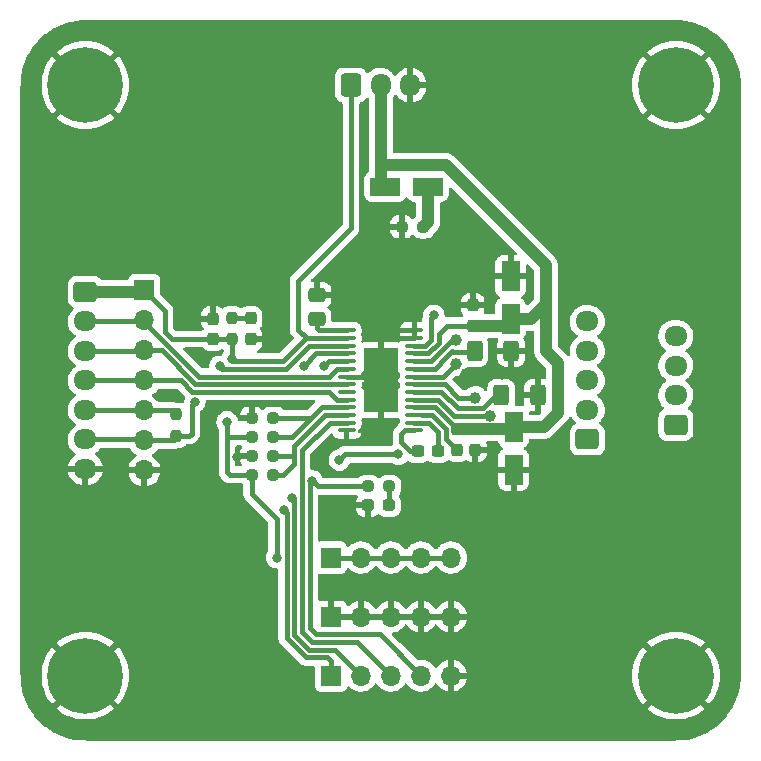
<source format=gbr>
%TF.GenerationSoftware,KiCad,Pcbnew,6.0.11-2627ca5db0~126~ubuntu22.04.1*%
%TF.CreationDate,2023-02-06T22:18:29+01:00*%
%TF.ProjectId,Stepper_Driver_TMC2225-SA-T,53746570-7065-4725-9f44-72697665725f,rev?*%
%TF.SameCoordinates,Original*%
%TF.FileFunction,Copper,L1,Top*%
%TF.FilePolarity,Positive*%
%FSLAX46Y46*%
G04 Gerber Fmt 4.6, Leading zero omitted, Abs format (unit mm)*
G04 Created by KiCad (PCBNEW 6.0.11-2627ca5db0~126~ubuntu22.04.1) date 2023-02-06 22:18:29*
%MOMM*%
%LPD*%
G01*
G04 APERTURE LIST*
G04 Aperture macros list*
%AMRoundRect*
0 Rectangle with rounded corners*
0 $1 Rounding radius*
0 $2 $3 $4 $5 $6 $7 $8 $9 X,Y pos of 4 corners*
0 Add a 4 corners polygon primitive as box body*
4,1,4,$2,$3,$4,$5,$6,$7,$8,$9,$2,$3,0*
0 Add four circle primitives for the rounded corners*
1,1,$1+$1,$2,$3*
1,1,$1+$1,$4,$5*
1,1,$1+$1,$6,$7*
1,1,$1+$1,$8,$9*
0 Add four rect primitives between the rounded corners*
20,1,$1+$1,$2,$3,$4,$5,0*
20,1,$1+$1,$4,$5,$6,$7,0*
20,1,$1+$1,$6,$7,$8,$9,0*
20,1,$1+$1,$8,$9,$2,$3,0*%
G04 Aperture macros list end*
%TA.AperFunction,SMDPad,CuDef*%
%ADD10RoundRect,0.237500X0.237500X-0.300000X0.237500X0.300000X-0.237500X0.300000X-0.237500X-0.300000X0*%
%TD*%
%TA.AperFunction,ComponentPad*%
%ADD11C,0.800000*%
%TD*%
%TA.AperFunction,ComponentPad*%
%ADD12C,6.400000*%
%TD*%
%TA.AperFunction,ComponentPad*%
%ADD13R,1.700000X1.700000*%
%TD*%
%TA.AperFunction,ComponentPad*%
%ADD14O,1.700000X1.700000*%
%TD*%
%TA.AperFunction,SMDPad,CuDef*%
%ADD15RoundRect,0.237500X0.250000X0.237500X-0.250000X0.237500X-0.250000X-0.237500X0.250000X-0.237500X0*%
%TD*%
%TA.AperFunction,SMDPad,CuDef*%
%ADD16RoundRect,0.237500X0.237500X-0.250000X0.237500X0.250000X-0.237500X0.250000X-0.237500X-0.250000X0*%
%TD*%
%TA.AperFunction,SMDPad,CuDef*%
%ADD17RoundRect,0.237500X-0.250000X-0.237500X0.250000X-0.237500X0.250000X0.237500X-0.250000X0.237500X0*%
%TD*%
%TA.AperFunction,SMDPad,CuDef*%
%ADD18RoundRect,0.237500X0.300000X0.237500X-0.300000X0.237500X-0.300000X-0.237500X0.300000X-0.237500X0*%
%TD*%
%TA.AperFunction,SMDPad,CuDef*%
%ADD19RoundRect,0.237500X-0.237500X0.300000X-0.237500X-0.300000X0.237500X-0.300000X0.237500X0.300000X0*%
%TD*%
%TA.AperFunction,SMDPad,CuDef*%
%ADD20RoundRect,0.250000X-1.050000X-0.550000X1.050000X-0.550000X1.050000X0.550000X-1.050000X0.550000X0*%
%TD*%
%TA.AperFunction,SMDPad,CuDef*%
%ADD21RoundRect,0.250000X0.550000X-1.050000X0.550000X1.050000X-0.550000X1.050000X-0.550000X-1.050000X0*%
%TD*%
%TA.AperFunction,SMDPad,CuDef*%
%ADD22RoundRect,0.237500X0.237500X-0.287500X0.237500X0.287500X-0.237500X0.287500X-0.237500X-0.287500X0*%
%TD*%
%TA.AperFunction,SMDPad,CuDef*%
%ADD23RoundRect,0.237500X-0.287500X-0.237500X0.287500X-0.237500X0.287500X0.237500X-0.287500X0.237500X0*%
%TD*%
%TA.AperFunction,ComponentPad*%
%ADD24RoundRect,0.250000X-0.725000X0.600000X-0.725000X-0.600000X0.725000X-0.600000X0.725000X0.600000X0*%
%TD*%
%TA.AperFunction,ComponentPad*%
%ADD25O,1.950000X1.700000*%
%TD*%
%TA.AperFunction,ComponentPad*%
%ADD26RoundRect,0.250000X0.725000X-0.600000X0.725000X0.600000X-0.725000X0.600000X-0.725000X-0.600000X0*%
%TD*%
%TA.AperFunction,SMDPad,CuDef*%
%ADD27RoundRect,0.250000X-0.400000X-0.625000X0.400000X-0.625000X0.400000X0.625000X-0.400000X0.625000X0*%
%TD*%
%TA.AperFunction,SMDPad,CuDef*%
%ADD28RoundRect,0.100000X0.637500X0.100000X-0.637500X0.100000X-0.637500X-0.100000X0.637500X-0.100000X0*%
%TD*%
%TA.AperFunction,ComponentPad*%
%ADD29C,0.600000*%
%TD*%
%TA.AperFunction,SMDPad,CuDef*%
%ADD30R,2.850000X5.400000*%
%TD*%
%TA.AperFunction,ComponentPad*%
%ADD31RoundRect,0.250000X-0.600000X-0.725000X0.600000X-0.725000X0.600000X0.725000X-0.600000X0.725000X0*%
%TD*%
%TA.AperFunction,ComponentPad*%
%ADD32O,1.700000X1.950000*%
%TD*%
%TA.AperFunction,SMDPad,CuDef*%
%ADD33RoundRect,0.250000X-0.475000X0.337500X-0.475000X-0.337500X0.475000X-0.337500X0.475000X0.337500X0*%
%TD*%
%TA.AperFunction,SMDPad,CuDef*%
%ADD34RoundRect,0.250000X-0.550000X1.050000X-0.550000X-1.050000X0.550000X-1.050000X0.550000X1.050000X0*%
%TD*%
%TA.AperFunction,ViaPad*%
%ADD35C,0.800000*%
%TD*%
%TA.AperFunction,ViaPad*%
%ADD36C,1.000000*%
%TD*%
%TA.AperFunction,Conductor*%
%ADD37C,1.000000*%
%TD*%
%TA.AperFunction,Conductor*%
%ADD38C,0.400000*%
%TD*%
G04 APERTURE END LIST*
D10*
%TO.P,C4,1*%
%TO.N,VCC*%
X62800000Y-50362500D03*
%TO.P,C4,2*%
%TO.N,GND*%
X62800000Y-48637500D03*
%TD*%
D11*
%TO.P,H3,1,1*%
%TO.N,GND*%
X80000000Y-77600000D03*
X78302944Y-78302944D03*
X81697056Y-78302944D03*
X81697056Y-81697056D03*
X80000000Y-82400000D03*
D12*
X80000000Y-80000000D03*
D11*
X77600000Y-80000000D03*
X78302944Y-81697056D03*
X82400000Y-80000000D03*
%TD*%
D13*
%TO.P,J3,1,Pin_1*%
%TO.N,+3.3V*%
X35000000Y-47380000D03*
D14*
%TO.P,J3,2,Pin_2*%
%TO.N,DIR*%
X35000000Y-49920000D03*
%TO.P,J3,3,Pin_3*%
%TO.N,STEP*%
X35000000Y-52460000D03*
%TO.P,J3,4,Pin_4*%
%TO.N,CLK*%
X35000000Y-55000000D03*
%TO.P,J3,5,Pin_5*%
%TO.N,UART_TX*%
X35000000Y-57540000D03*
%TO.P,J3,6,Pin_6*%
%TO.N,UART_RX*%
X35000000Y-60080000D03*
%TO.P,J3,7,Pin_7*%
%TO.N,GND*%
X35000000Y-62620000D03*
%TD*%
D13*
%TO.P,J6,1,Pin_1*%
%TO.N,GND*%
X50800000Y-75000000D03*
D14*
%TO.P,J6,2,Pin_2*%
X53340000Y-75000000D03*
%TO.P,J6,3,Pin_3*%
X55880000Y-75000000D03*
%TO.P,J6,4,Pin_4*%
X58420000Y-75000000D03*
%TO.P,J6,5,Pin_5*%
X60960000Y-75000000D03*
%TD*%
D15*
%TO.P,R1,1*%
%TO.N,Net-(C1-Pad2)*%
X58612500Y-42000000D03*
%TO.P,R1,2*%
%TO.N,GND*%
X56787500Y-42000000D03*
%TD*%
D16*
%TO.P,R2,1*%
%TO.N,+3.3V*%
X42400000Y-51537500D03*
%TO.P,R2,2*%
%TO.N,Net-(D1-Pad2)*%
X42400000Y-49712500D03*
%TD*%
D17*
%TO.P,R6,1*%
%TO.N,GND*%
X44087500Y-61400000D03*
%TO.P,R6,2*%
%TO.N,MS2*%
X45912500Y-61400000D03*
%TD*%
D18*
%TO.P,C8,1*%
%TO.N,Net-(C8-Pad1)*%
X59862500Y-61000000D03*
%TO.P,C8,2*%
%TO.N,Net-(C8-Pad2)*%
X58137500Y-61000000D03*
%TD*%
D11*
%TO.P,H2,1,1*%
%TO.N,GND*%
X77600000Y-30000000D03*
X82400000Y-30000000D03*
X78302944Y-31697056D03*
X81697056Y-28302944D03*
X78302944Y-28302944D03*
X81697056Y-31697056D03*
X80000000Y-27600000D03*
D12*
X80000000Y-30000000D03*
D11*
X80000000Y-32400000D03*
%TD*%
D15*
%TO.P,R5,1*%
%TO.N,MS2*%
X45912500Y-63000000D03*
%TO.P,R5,2*%
%TO.N,+3.3V*%
X44087500Y-63000000D03*
%TD*%
D19*
%TO.P,C7,1*%
%TO.N,VCC*%
X61500000Y-59137500D03*
%TO.P,C7,2*%
%TO.N,VCP*%
X61500000Y-60862500D03*
%TD*%
D15*
%TO.P,R3,1*%
%TO.N,MS1*%
X45912500Y-59800000D03*
%TO.P,R3,2*%
%TO.N,+3.3V*%
X44087500Y-59800000D03*
%TD*%
D20*
%TO.P,C1,1*%
%TO.N,VCC*%
X55400000Y-38600000D03*
%TO.P,C1,2*%
%TO.N,Net-(C1-Pad2)*%
X59000000Y-38600000D03*
%TD*%
D13*
%TO.P,J4,1,Pin_1*%
%TO.N,VREF*%
X50800000Y-80000000D03*
D14*
%TO.P,J4,2,Pin_2*%
%TO.N,SPREAD*%
X53340000Y-80000000D03*
%TO.P,J4,3,Pin_3*%
%TO.N,INDEX*%
X55880000Y-80000000D03*
%TO.P,J4,4,Pin_4*%
%TO.N,DIAG*%
X58420000Y-80000000D03*
%TO.P,J4,5,Pin_5*%
%TO.N,GND*%
X60960000Y-80000000D03*
%TD*%
D13*
%TO.P,J5,1,Pin_1*%
%TO.N,+3.3V*%
X50800000Y-70000000D03*
D14*
%TO.P,J5,2,Pin_2*%
X53340000Y-70000000D03*
%TO.P,J5,3,Pin_3*%
X55880000Y-70000000D03*
%TO.P,J5,4,Pin_4*%
X58420000Y-70000000D03*
%TO.P,J5,5,Pin_5*%
X60960000Y-70000000D03*
%TD*%
D11*
%TO.P,H4,1,1*%
%TO.N,GND*%
X28302944Y-81697056D03*
X27600000Y-80000000D03*
X30000000Y-77600000D03*
D12*
X30000000Y-80000000D03*
D11*
X31697056Y-78302944D03*
X30000000Y-82400000D03*
X28302944Y-78302944D03*
X32400000Y-80000000D03*
X31697056Y-81697056D03*
%TD*%
D16*
%TO.P,R7,1*%
%TO.N,UART_RX*%
X37700000Y-59712500D03*
%TO.P,R7,2*%
%TO.N,UART_TX*%
X37700000Y-57887500D03*
%TD*%
D21*
%TO.P,C6,1*%
%TO.N,VCC*%
X66000000Y-49800000D03*
%TO.P,C6,2*%
%TO.N,GND*%
X66000000Y-46200000D03*
%TD*%
D22*
%TO.P,D1,1,K*%
%TO.N,GND*%
X44000000Y-51500000D03*
%TO.P,D1,2,A*%
%TO.N,Net-(D1-Pad2)*%
X44000000Y-49750000D03*
%TD*%
D23*
%TO.P,D2,1,K*%
%TO.N,GND*%
X53937500Y-65581250D03*
%TO.P,D2,2,A*%
%TO.N,Net-(D2-Pad2)*%
X55687500Y-65581250D03*
%TD*%
D17*
%TO.P,R4,1*%
%TO.N,GND*%
X44087500Y-58200000D03*
%TO.P,R4,2*%
%TO.N,MS1*%
X45912500Y-58200000D03*
%TD*%
D24*
%TO.P,J2,1,Pin_1*%
%TO.N,+3.3V*%
X30000000Y-47500000D03*
D25*
%TO.P,J2,2,Pin_2*%
%TO.N,DIR*%
X30000000Y-50000000D03*
%TO.P,J2,3,Pin_3*%
%TO.N,STEP*%
X30000000Y-52500000D03*
%TO.P,J2,4,Pin_4*%
%TO.N,CLK*%
X30000000Y-55000000D03*
%TO.P,J2,5,Pin_5*%
%TO.N,UART_TX*%
X30000000Y-57500000D03*
%TO.P,J2,6,Pin_6*%
%TO.N,UART_RX*%
X30000000Y-60000000D03*
%TO.P,J2,7,Pin_7*%
%TO.N,GND*%
X30000000Y-62500000D03*
%TD*%
D26*
%TO.P,J8,1,Pin_1*%
%TO.N,OA1*%
X72500000Y-60000000D03*
D25*
%TO.P,J8,2,Pin_2*%
%TO.N,unconnected-(J8-Pad2)*%
X72500000Y-57500000D03*
%TO.P,J8,3,Pin_3*%
%TO.N,OA2*%
X72500000Y-55000000D03*
%TO.P,J8,4,Pin_4*%
%TO.N,OB1*%
X72500000Y-52500000D03*
%TO.P,J8,5,Pin_5*%
%TO.N,OB2*%
X72500000Y-50000000D03*
%TD*%
D27*
%TO.P,R9,1*%
%TO.N,BRB*%
X62950000Y-52500000D03*
%TO.P,R9,2*%
%TO.N,GND*%
X66050000Y-52500000D03*
%TD*%
D15*
%TO.P,R10,1*%
%TO.N,Net-(D2-Pad2)*%
X55750000Y-63981250D03*
%TO.P,R10,2*%
%TO.N,DIAG*%
X53925000Y-63981250D03*
%TD*%
D28*
%TO.P,U1,1,CPO*%
%TO.N,Net-(C8-Pad2)*%
X57862500Y-59225000D03*
%TO.P,U1,2,CPI*%
%TO.N,Net-(C8-Pad1)*%
X57862500Y-58575000D03*
%TO.P,U1,3,VCP*%
%TO.N,VCP*%
X57862500Y-57925000D03*
%TO.P,U1,4,VS*%
%TO.N,VCC*%
X57862500Y-57275000D03*
%TO.P,U1,5,OA2*%
%TO.N,OA2*%
X57862500Y-56625000D03*
%TO.P,U1,6,BRA*%
%TO.N,BRA*%
X57862500Y-55975000D03*
%TO.P,U1,7,OA1*%
%TO.N,OA1*%
X57862500Y-55325000D03*
%TO.P,U1,8,OB1*%
%TO.N,OB1*%
X57862500Y-54675000D03*
%TO.P,U1,9,BRB*%
%TO.N,BRB*%
X57862500Y-54025000D03*
%TO.P,U1,10,OB2*%
%TO.N,OB2*%
X57862500Y-53375000D03*
%TO.P,U1,11,VS*%
%TO.N,VCC*%
X57862500Y-52725000D03*
%TO.P,U1,12,VREF*%
%TO.N,VREF*%
X57862500Y-52075000D03*
%TO.P,U1,13,TEST*%
%TO.N,GND*%
X57862500Y-51425000D03*
%TO.P,U1,14,GND*%
X57862500Y-50775000D03*
%TO.P,U1,15,5VOUT*%
%TO.N,5VOUT*%
X52137500Y-50775000D03*
%TO.P,U1,16,VCC_IO*%
%TO.N,+3.3V*%
X52137500Y-51425000D03*
%TO.P,U1,17,PDN_UART*%
%TO.N,UART_RX*%
X52137500Y-52075000D03*
%TO.P,U1,18,DIAG*%
%TO.N,DIAG*%
X52137500Y-52725000D03*
%TO.P,U1,19,SPREAD*%
%TO.N,SPREAD*%
X52137500Y-53375000D03*
%TO.P,U1,20,DIR*%
%TO.N,DIR*%
X52137500Y-54025000D03*
%TO.P,U1,21,ENN*%
%TO.N,GND*%
X52137500Y-54675000D03*
%TO.P,U1,22,STEP*%
%TO.N,STEP*%
X52137500Y-55325000D03*
%TO.P,U1,23,N.C*%
%TO.N,unconnected-(U1-Pad23)*%
X52137500Y-55975000D03*
%TO.P,U1,24,CLK*%
%TO.N,CLK*%
X52137500Y-56625000D03*
%TO.P,U1,25,MS1*%
%TO.N,MS1*%
X52137500Y-57275000D03*
%TO.P,U1,26,MS2*%
%TO.N,MS2*%
X52137500Y-57925000D03*
%TO.P,U1,27,INDEX*%
%TO.N,INDEX*%
X52137500Y-58575000D03*
%TO.P,U1,28,GND*%
%TO.N,GND*%
X52137500Y-59225000D03*
D29*
%TO.P,U1,29,PAD*%
X53875000Y-57400000D03*
X56125000Y-57400000D03*
X56125000Y-52600000D03*
D30*
X55000000Y-55000000D03*
D29*
X53875000Y-54200000D03*
X53875000Y-55800000D03*
X56125000Y-55800000D03*
X56125000Y-54200000D03*
X53875000Y-52600000D03*
%TD*%
D26*
%TO.P,J7,1,Pin_1*%
%TO.N,OA1*%
X80000000Y-58750000D03*
D25*
%TO.P,J7,2,Pin_2*%
%TO.N,OA2*%
X80000000Y-56250000D03*
%TO.P,J7,3,Pin_3*%
%TO.N,OB1*%
X80000000Y-53750000D03*
%TO.P,J7,4,Pin_4*%
%TO.N,OB2*%
X80000000Y-51250000D03*
%TD*%
D10*
%TO.P,C2,1*%
%TO.N,+3.3V*%
X40800000Y-51487500D03*
%TO.P,C2,2*%
%TO.N,GND*%
X40800000Y-49762500D03*
%TD*%
D31*
%TO.P,J1,1,Pin_1*%
%TO.N,+3.3V*%
X52500000Y-30000000D03*
D32*
%TO.P,J1,2,Pin_2*%
%TO.N,VCC*%
X55000000Y-30000000D03*
%TO.P,J1,3,Pin_3*%
%TO.N,GND*%
X57500000Y-30000000D03*
%TD*%
D11*
%TO.P,H1,1,1*%
%TO.N,GND*%
X28302944Y-28302944D03*
X28302944Y-31697056D03*
X31697056Y-28302944D03*
X30000000Y-27600000D03*
X32400000Y-30000000D03*
X31697056Y-31697056D03*
D12*
X30000000Y-30000000D03*
D11*
X30000000Y-32400000D03*
X27600000Y-30000000D03*
%TD*%
D19*
%TO.P,C3,1*%
%TO.N,VCC*%
X63000000Y-59137500D03*
%TO.P,C3,2*%
%TO.N,GND*%
X63000000Y-60862500D03*
%TD*%
D33*
%TO.P,C9,1*%
%TO.N,GND*%
X49600000Y-47762500D03*
%TO.P,C9,2*%
%TO.N,5VOUT*%
X49600000Y-49837500D03*
%TD*%
D27*
%TO.P,R8,1*%
%TO.N,BRA*%
X65200000Y-56250000D03*
%TO.P,R8,2*%
%TO.N,GND*%
X68300000Y-56250000D03*
%TD*%
D34*
%TO.P,C5,1*%
%TO.N,VCC*%
X66250000Y-58950000D03*
%TO.P,C5,2*%
%TO.N,GND*%
X66250000Y-62550000D03*
%TD*%
D35*
%TO.N,+3.3V*%
X42000000Y-58500000D03*
X42425500Y-53175500D03*
X46200500Y-70000000D03*
D36*
%TO.N,GND*%
X62800000Y-47000000D03*
X55200000Y-42000000D03*
X65250000Y-54500000D03*
X50300000Y-46100000D03*
X68250000Y-54500000D03*
X66750000Y-54500000D03*
X62250000Y-54500000D03*
X63750000Y-54500000D03*
D35*
X42849500Y-61500000D03*
X37500000Y-56250000D03*
D36*
X65400000Y-43900000D03*
D35*
X40000000Y-53000000D03*
%TO.N,UART_RX*%
X41363188Y-53825500D03*
X39262284Y-56824500D03*
%TO.N,VREF*%
X51500000Y-61750000D03*
X59500000Y-49500000D03*
X46850500Y-66000000D03*
X56500000Y-61250000D03*
%TO.N,SPREAD*%
X47500500Y-64950000D03*
X50172904Y-53825500D03*
%TO.N,DIAG*%
X48500000Y-53750000D03*
X49199500Y-63500000D03*
D36*
%TO.N,OA1*%
X63000000Y-56488500D03*
%TO.N,OA2*%
X64250000Y-57988000D03*
%TO.N,OB1*%
X61340636Y-53590636D03*
%TO.N,OB2*%
X61382032Y-51606000D03*
%TD*%
D37*
%TO.N,VCC*%
X55000000Y-35250000D02*
X55000000Y-36750000D01*
X55000000Y-30000000D02*
X55000000Y-35250000D01*
X69000000Y-52500000D02*
X70000000Y-53500000D01*
D38*
X59900000Y-51100000D02*
X59900000Y-51822055D01*
D37*
X62800000Y-50362500D02*
X65437500Y-50362500D01*
X63000000Y-59137500D02*
X66062500Y-59137500D01*
X69000000Y-45250000D02*
X69000000Y-48500000D01*
D38*
X61475976Y-59137500D02*
X61500000Y-59137500D01*
X60637500Y-50362500D02*
X59900000Y-51100000D01*
D37*
X70000000Y-57750000D02*
X68800000Y-58950000D01*
D38*
X57862500Y-57275000D02*
X59613477Y-57275000D01*
D37*
X69000000Y-48500000D02*
X67700000Y-49800000D01*
D38*
X62800000Y-50362500D02*
X60637500Y-50362500D01*
D37*
X55000000Y-36750000D02*
X60500000Y-36750000D01*
X70000000Y-53500000D02*
X70000000Y-57750000D01*
X61500000Y-59137500D02*
X63000000Y-59137500D01*
X69000000Y-48500000D02*
X69000000Y-52500000D01*
X67700000Y-49800000D02*
X66000000Y-49800000D01*
X65437500Y-50362500D02*
X66000000Y-49800000D01*
D38*
X59900000Y-51822055D02*
X58997055Y-52725000D01*
D37*
X55000000Y-38200000D02*
X55400000Y-38600000D01*
D38*
X59613477Y-57275000D02*
X61475976Y-59137500D01*
D37*
X60500000Y-36750000D02*
X69000000Y-45250000D01*
D38*
X58997055Y-52725000D02*
X57862500Y-52725000D01*
D37*
X55000000Y-35250000D02*
X55000000Y-38200000D01*
D38*
X66062500Y-59137500D02*
X66250000Y-58950000D01*
D37*
X68800000Y-58950000D02*
X66250000Y-58950000D01*
%TO.N,Net-(C1-Pad2)*%
X59000000Y-41612500D02*
X58612500Y-42000000D01*
X59000000Y-38600000D02*
X59000000Y-41612500D01*
D38*
%TO.N,+3.3V*%
X42000000Y-58500000D02*
X42000000Y-60000000D01*
X42200000Y-59800000D02*
X42000000Y-60000000D01*
X48000000Y-46600000D02*
X48000000Y-50700000D01*
X48725000Y-51425000D02*
X51075000Y-51425000D01*
X52500000Y-42100000D02*
X48000000Y-46600000D01*
X48000000Y-50700000D02*
X48725000Y-51425000D01*
X35000000Y-47380000D02*
X36750000Y-49130000D01*
X50800000Y-70000000D02*
X53340000Y-70000000D01*
X48703680Y-51425000D02*
X51075000Y-51425000D01*
X53340000Y-70000000D02*
X55880000Y-70000000D01*
X46200500Y-70000000D02*
X46200500Y-66700500D01*
X58420000Y-70000000D02*
X60960000Y-70000000D01*
X37325976Y-51487500D02*
X40800000Y-51487500D01*
X46200500Y-66700500D02*
X44087500Y-64587500D01*
X51075000Y-51425000D02*
X52137500Y-51425000D01*
X46753680Y-53375000D02*
X48703680Y-51425000D01*
X55880000Y-70000000D02*
X58420000Y-70000000D01*
X42250000Y-63000000D02*
X44087500Y-63000000D01*
D37*
X34880000Y-47500000D02*
X35000000Y-47380000D01*
X30000000Y-47500000D02*
X34880000Y-47500000D01*
D38*
X42425500Y-51563000D02*
X42400000Y-51537500D01*
X36750000Y-49130000D02*
X36750000Y-50911524D01*
X36750000Y-50911524D02*
X37325976Y-51487500D01*
X44087500Y-59800000D02*
X42200000Y-59800000D01*
X42425500Y-53175500D02*
X42625000Y-53375000D01*
X42425500Y-53175500D02*
X42425500Y-51563000D01*
X44087500Y-64587500D02*
X44087500Y-63000000D01*
X42350000Y-51487500D02*
X42400000Y-51537500D01*
X52500000Y-30000000D02*
X52500000Y-42100000D01*
X42000000Y-60000000D02*
X42000000Y-62750000D01*
X40800000Y-51487500D02*
X42350000Y-51487500D01*
X42625000Y-53375000D02*
X46753680Y-53375000D01*
X42000000Y-62750000D02*
X42250000Y-63000000D01*
%TO.N,GND*%
X57862500Y-50775000D02*
X56225000Y-50775000D01*
X42949500Y-61400000D02*
X42849500Y-61500000D01*
X44087500Y-61400000D02*
X42949500Y-61400000D01*
X55575000Y-51425000D02*
X55175000Y-51425000D01*
X52137500Y-54675000D02*
X54675000Y-54675000D01*
X57862500Y-51425000D02*
X55575000Y-51425000D01*
X55000000Y-51600000D02*
X55000000Y-55000000D01*
X56225000Y-50775000D02*
X55575000Y-51425000D01*
X54675000Y-54675000D02*
X55000000Y-55000000D01*
X55175000Y-51425000D02*
X55000000Y-51600000D01*
%TO.N,Net-(C8-Pad1)*%
X59075000Y-58575000D02*
X57862500Y-58575000D01*
X59862500Y-61000000D02*
X59862500Y-59362500D01*
X59862500Y-59362500D02*
X59075000Y-58575000D01*
%TO.N,Net-(C8-Pad2)*%
X56750000Y-60250000D02*
X57500000Y-61000000D01*
X57025000Y-59225000D02*
X56750000Y-59500000D01*
X57500000Y-61000000D02*
X58137500Y-61000000D01*
X56750000Y-59500000D02*
X56750000Y-60250000D01*
X57862500Y-59225000D02*
X57025000Y-59225000D01*
%TO.N,Net-(D1-Pad2)*%
X43962500Y-49712500D02*
X44000000Y-49750000D01*
X42400000Y-49712500D02*
X43962500Y-49712500D01*
%TO.N,Net-(D2-Pad2)*%
X55750000Y-63981250D02*
X55750000Y-65518750D01*
%TO.N,DIR*%
X30000000Y-50000000D02*
X34920000Y-50000000D01*
X51272183Y-54025000D02*
X50622183Y-54675000D01*
X50622183Y-54675000D02*
X39594238Y-54675000D01*
X34920000Y-50000000D02*
X35000000Y-49920000D01*
X35000000Y-50080762D02*
X35000000Y-49920000D01*
X52137500Y-54025000D02*
X51272183Y-54025000D01*
X39594238Y-54675000D02*
X35000000Y-50080762D01*
%TO.N,STEP*%
X30000000Y-52500000D02*
X34960000Y-52500000D01*
X36460000Y-52460000D02*
X39325000Y-55325000D01*
X34960000Y-52500000D02*
X35000000Y-52460000D01*
X39325000Y-55325000D02*
X52137500Y-55325000D01*
X35000000Y-52460000D02*
X36460000Y-52460000D01*
%TO.N,CLK*%
X50622183Y-55975000D02*
X51272183Y-56625000D01*
X39055762Y-55975000D02*
X50622183Y-55975000D01*
X30000000Y-55000000D02*
X35000000Y-55000000D01*
X35000000Y-55000000D02*
X38080762Y-55000000D01*
X51272183Y-56625000D02*
X52137500Y-56625000D01*
X38080762Y-55000000D02*
X39055762Y-55975000D01*
%TO.N,UART_TX*%
X30000000Y-57500000D02*
X34960000Y-57500000D01*
X35000000Y-57540000D02*
X37352500Y-57540000D01*
X34960000Y-57500000D02*
X35000000Y-57540000D01*
X37352500Y-57540000D02*
X37800000Y-57987500D01*
%TO.N,UART_RX*%
X52137500Y-52075000D02*
X48972918Y-52075000D01*
X35000000Y-60080000D02*
X37532500Y-60080000D01*
X41562688Y-54025000D02*
X41363188Y-53825500D01*
X47022918Y-54025000D02*
X41562688Y-54025000D01*
X39000000Y-57086784D02*
X39000000Y-59500000D01*
X48972918Y-52075000D02*
X47022918Y-54025000D01*
X34920000Y-60000000D02*
X35000000Y-60080000D01*
X38787500Y-59712500D02*
X37700000Y-59712500D01*
X30000000Y-60000000D02*
X34920000Y-60000000D01*
X39262284Y-56824500D02*
X39000000Y-57086784D01*
X39000000Y-59500000D02*
X38787500Y-59712500D01*
X37532500Y-60080000D02*
X37800000Y-59812500D01*
%TO.N,VREF*%
X51500000Y-61750000D02*
X52000000Y-61250000D01*
X59250000Y-49750000D02*
X59250000Y-51552817D01*
X50800000Y-78750000D02*
X50500000Y-78450000D01*
X47050000Y-66199500D02*
X46850500Y-66000000D01*
X52000000Y-61250000D02*
X56500000Y-61250000D01*
X50800000Y-80000000D02*
X50800000Y-78750000D01*
X59500000Y-49500000D02*
X59250000Y-49750000D01*
X48692285Y-78450000D02*
X47050000Y-76807715D01*
X47050000Y-72500000D02*
X47050000Y-66199500D01*
X59250000Y-51552817D02*
X58727817Y-52075000D01*
X58727817Y-52075000D02*
X57862500Y-52075000D01*
X47050000Y-76807715D02*
X47050000Y-72500000D01*
X50500000Y-78450000D02*
X48692285Y-78450000D01*
%TO.N,SPREAD*%
X47700000Y-65149500D02*
X47700000Y-76538477D01*
X47500500Y-64950000D02*
X47700000Y-65149500D01*
X51140000Y-77800000D02*
X53340000Y-80000000D01*
X52137500Y-53375000D02*
X50623404Y-53375000D01*
X48961524Y-77800000D02*
X51140000Y-77800000D01*
X50623404Y-53375000D02*
X50172904Y-53825500D01*
X47700000Y-76538477D02*
X48961524Y-77800000D01*
%TO.N,INDEX*%
X48350000Y-60900000D02*
X50675000Y-58575000D01*
X49230762Y-77150000D02*
X48350000Y-76269238D01*
X48350000Y-76269238D02*
X48350000Y-60900000D01*
X53030000Y-77150000D02*
X49230762Y-77150000D01*
X55880000Y-80000000D02*
X53030000Y-77150000D01*
X50675000Y-58575000D02*
X52137500Y-58575000D01*
%TO.N,DIAG*%
X53925000Y-63981250D02*
X49680750Y-63981250D01*
X49199500Y-63500000D02*
X49000000Y-63699500D01*
X49680750Y-63981250D02*
X49199500Y-63500000D01*
X49805762Y-52725000D02*
X49525000Y-52725000D01*
X49000000Y-76000000D02*
X49500000Y-76500000D01*
X52137500Y-52725000D02*
X49805762Y-52725000D01*
X49525000Y-52725000D02*
X48500000Y-53750000D01*
X54920000Y-76500000D02*
X58420000Y-80000000D01*
X49000000Y-63699500D02*
X49000000Y-76000000D01*
X49500000Y-76500000D02*
X54920000Y-76500000D01*
%TO.N,OA1*%
X61584693Y-56488500D02*
X60421194Y-55325000D01*
X60421194Y-55325000D02*
X57862500Y-55325000D01*
X63000000Y-56488500D02*
X61584693Y-56488500D01*
%TO.N,OA2*%
X59882716Y-56625000D02*
X57862500Y-56625000D01*
X64250000Y-57988000D02*
X61245715Y-57988000D01*
X61245715Y-57988000D02*
X59882716Y-56625000D01*
%TO.N,OB1*%
X61340636Y-53590636D02*
X60256272Y-54675000D01*
X60256272Y-54675000D02*
X57862500Y-54675000D01*
%TO.N,VCP*%
X59344238Y-57925000D02*
X58500000Y-57925000D01*
X61500000Y-60862500D02*
X60575000Y-59937500D01*
X60575000Y-59155762D02*
X59344238Y-57925000D01*
X60575000Y-59937500D02*
X60575000Y-59155762D01*
%TO.N,5VOUT*%
X49775000Y-50775000D02*
X49600000Y-50600000D01*
X52137500Y-50775000D02*
X49775000Y-50775000D01*
X49600000Y-50600000D02*
X49600000Y-49837500D01*
%TO.N,MS1*%
X49040381Y-58290381D02*
X50055762Y-57275000D01*
X45912500Y-58200000D02*
X48950000Y-58200000D01*
X47530762Y-59800000D02*
X49040381Y-58290381D01*
X48950000Y-58200000D02*
X49040381Y-58290381D01*
X50055762Y-57275000D02*
X52137500Y-57275000D01*
X45912500Y-59800000D02*
X47530762Y-59800000D01*
%TO.N,MS2*%
X47700000Y-62050000D02*
X47700000Y-61200000D01*
X45912500Y-63000000D02*
X46750000Y-63000000D01*
X50325000Y-57925000D02*
X47700000Y-60550000D01*
X47700000Y-60550000D02*
X47700000Y-61250000D01*
X52137500Y-57925000D02*
X50325000Y-57925000D01*
X47700000Y-61250000D02*
X47550000Y-61400000D01*
X46750000Y-63000000D02*
X47700000Y-62050000D01*
X47550000Y-61400000D02*
X45912500Y-61400000D01*
%TO.N,BRA*%
X60151955Y-55975000D02*
X57862500Y-55975000D01*
X61514954Y-57338000D02*
X60151955Y-55975000D01*
X64785918Y-56250000D02*
X63697918Y-57338000D01*
X63697918Y-57338000D02*
X61514954Y-57338000D01*
X65035918Y-56000000D02*
X65200000Y-56000000D01*
X65200000Y-56250000D02*
X64785918Y-56250000D01*
%TO.N,BRB*%
X59563476Y-54025000D02*
X60544238Y-53044238D01*
X62894000Y-52556000D02*
X61044238Y-52556000D01*
X60544238Y-53044238D02*
X61044238Y-52544238D01*
X57862500Y-54025000D02*
X59563476Y-54025000D01*
X62950000Y-52500000D02*
X62894000Y-52556000D01*
%TO.N,OB2*%
X59294238Y-53375000D02*
X57862500Y-53375000D01*
X61063238Y-51606000D02*
X59294238Y-53375000D01*
X61382032Y-51606000D02*
X61063238Y-51606000D01*
%TD*%
%TA.AperFunction,Conductor*%
%TO.N,GND*%
G36*
X79970018Y-24510000D02*
G01*
X79984851Y-24512310D01*
X79984855Y-24512310D01*
X79993724Y-24513691D01*
X80014664Y-24510953D01*
X80036202Y-24509997D01*
X80224026Y-24517766D01*
X80448278Y-24527041D01*
X80458656Y-24527901D01*
X80734674Y-24562307D01*
X80898702Y-24582753D01*
X80908967Y-24584465D01*
X81072054Y-24618661D01*
X81342976Y-24675467D01*
X81353072Y-24678023D01*
X81778101Y-24804561D01*
X81787938Y-24807938D01*
X82201081Y-24969147D01*
X82210581Y-24973314D01*
X82608983Y-25168081D01*
X82618141Y-25173037D01*
X82999085Y-25400030D01*
X83007804Y-25405726D01*
X83368705Y-25663405D01*
X83376923Y-25669801D01*
X83715326Y-25956413D01*
X83722987Y-25963467D01*
X84036533Y-26277013D01*
X84043587Y-26284674D01*
X84330199Y-26623077D01*
X84336595Y-26631295D01*
X84594274Y-26992196D01*
X84599970Y-27000915D01*
X84826963Y-27381859D01*
X84831918Y-27391015D01*
X84921391Y-27574034D01*
X85026682Y-27789411D01*
X85030853Y-27798919D01*
X85192062Y-28212062D01*
X85195439Y-28221899D01*
X85321977Y-28646928D01*
X85324533Y-28657024D01*
X85386438Y-28952262D01*
X85415534Y-29091030D01*
X85417247Y-29101298D01*
X85429286Y-29197880D01*
X85472099Y-29541344D01*
X85472959Y-29551722D01*
X85476428Y-29635592D01*
X85483936Y-29817110D01*
X85489694Y-29956335D01*
X85488302Y-29980920D01*
X85486309Y-29993724D01*
X85487473Y-30002626D01*
X85487473Y-30002628D01*
X85490436Y-30025283D01*
X85491500Y-30041621D01*
X85491500Y-79950633D01*
X85490000Y-79970018D01*
X85487690Y-79984851D01*
X85487690Y-79984855D01*
X85486309Y-79993724D01*
X85489047Y-80014659D01*
X85490003Y-80036205D01*
X85472959Y-80448278D01*
X85472099Y-80458656D01*
X85452659Y-80614616D01*
X85418730Y-80886812D01*
X85417248Y-80898698D01*
X85415535Y-80908967D01*
X85402807Y-80969667D01*
X85324533Y-81342976D01*
X85321977Y-81353072D01*
X85195439Y-81778101D01*
X85192062Y-81787938D01*
X85030853Y-82201081D01*
X85026686Y-82210581D01*
X84918323Y-82432241D01*
X84831919Y-82608983D01*
X84826963Y-82618141D01*
X84599970Y-82999085D01*
X84594274Y-83007804D01*
X84336595Y-83368705D01*
X84330199Y-83376923D01*
X84043587Y-83715326D01*
X84036533Y-83722987D01*
X83722987Y-84036533D01*
X83715326Y-84043587D01*
X83376923Y-84330199D01*
X83368705Y-84336595D01*
X83007804Y-84594274D01*
X82999085Y-84599970D01*
X82618141Y-84826963D01*
X82608985Y-84831918D01*
X82210581Y-85026686D01*
X82201081Y-85030853D01*
X81787938Y-85192062D01*
X81778101Y-85195439D01*
X81353072Y-85321977D01*
X81342975Y-85324533D01*
X80908967Y-85415535D01*
X80898702Y-85417247D01*
X80734674Y-85437693D01*
X80458656Y-85472099D01*
X80448278Y-85472959D01*
X80270676Y-85480305D01*
X80043661Y-85489694D01*
X80019080Y-85488302D01*
X80006276Y-85486309D01*
X79997374Y-85487473D01*
X79997372Y-85487473D01*
X79982323Y-85489441D01*
X79974714Y-85490436D01*
X79958379Y-85491500D01*
X30049367Y-85491500D01*
X30029982Y-85490000D01*
X30015149Y-85487690D01*
X30015145Y-85487690D01*
X30006276Y-85486309D01*
X29985336Y-85489047D01*
X29963798Y-85490003D01*
X29775974Y-85482234D01*
X29551722Y-85472959D01*
X29541344Y-85472099D01*
X29265326Y-85437693D01*
X29101298Y-85417247D01*
X29091033Y-85415535D01*
X28657025Y-85324533D01*
X28646928Y-85321977D01*
X28221899Y-85195439D01*
X28212062Y-85192062D01*
X27798919Y-85030853D01*
X27789419Y-85026686D01*
X27391015Y-84831918D01*
X27381859Y-84826963D01*
X27000915Y-84599970D01*
X26992196Y-84594274D01*
X26631295Y-84336595D01*
X26623077Y-84330199D01*
X26284674Y-84043587D01*
X26277013Y-84036533D01*
X25963467Y-83722987D01*
X25956413Y-83715326D01*
X25669801Y-83376923D01*
X25663405Y-83368705D01*
X25405726Y-83007804D01*
X25400030Y-82999085D01*
X25279844Y-82797386D01*
X27567759Y-82797386D01*
X27575216Y-82807753D01*
X27814935Y-83001874D01*
X27820272Y-83005751D01*
X28140685Y-83213830D01*
X28146394Y-83217127D01*
X28486811Y-83390578D01*
X28492836Y-83393260D01*
X28849502Y-83530171D01*
X28855784Y-83532212D01*
X29224816Y-83631094D01*
X29231266Y-83632465D01*
X29608629Y-83692234D01*
X29615167Y-83692920D01*
X29996699Y-83712916D01*
X30003301Y-83712916D01*
X30384833Y-83692920D01*
X30391371Y-83692234D01*
X30768734Y-83632465D01*
X30775184Y-83631094D01*
X31144216Y-83532212D01*
X31150498Y-83530171D01*
X31507164Y-83393260D01*
X31513189Y-83390578D01*
X31853606Y-83217127D01*
X31859315Y-83213830D01*
X32179728Y-83005751D01*
X32185065Y-83001874D01*
X32423835Y-82808522D01*
X32431527Y-82797386D01*
X77567759Y-82797386D01*
X77575216Y-82807753D01*
X77814935Y-83001874D01*
X77820272Y-83005751D01*
X78140685Y-83213830D01*
X78146394Y-83217127D01*
X78486811Y-83390578D01*
X78492836Y-83393260D01*
X78849502Y-83530171D01*
X78855784Y-83532212D01*
X79224816Y-83631094D01*
X79231266Y-83632465D01*
X79608629Y-83692234D01*
X79615167Y-83692920D01*
X79996699Y-83712916D01*
X80003301Y-83712916D01*
X80384833Y-83692920D01*
X80391371Y-83692234D01*
X80768734Y-83632465D01*
X80775184Y-83631094D01*
X81144216Y-83532212D01*
X81150498Y-83530171D01*
X81507164Y-83393260D01*
X81513189Y-83390578D01*
X81853606Y-83217127D01*
X81859315Y-83213830D01*
X82179728Y-83005751D01*
X82185065Y-83001874D01*
X82423835Y-82808522D01*
X82432300Y-82796267D01*
X82425966Y-82785176D01*
X80012812Y-80372022D01*
X79998868Y-80364408D01*
X79997035Y-80364539D01*
X79990420Y-80368790D01*
X77574900Y-82784310D01*
X77567759Y-82797386D01*
X32431527Y-82797386D01*
X32432300Y-82796267D01*
X32425966Y-82785176D01*
X30012812Y-80372022D01*
X29998868Y-80364408D01*
X29997035Y-80364539D01*
X29990420Y-80368790D01*
X27574900Y-82784310D01*
X27567759Y-82797386D01*
X25279844Y-82797386D01*
X25173037Y-82618141D01*
X25168081Y-82608983D01*
X25081677Y-82432241D01*
X24973314Y-82210581D01*
X24969147Y-82201081D01*
X24807938Y-81787938D01*
X24804561Y-81778101D01*
X24678023Y-81353072D01*
X24675467Y-81342976D01*
X24597193Y-80969667D01*
X24584465Y-80908967D01*
X24582752Y-80898698D01*
X24581271Y-80886812D01*
X24547341Y-80614616D01*
X24527901Y-80458656D01*
X24527041Y-80448278D01*
X24510462Y-80047439D01*
X24512100Y-80021329D01*
X24512769Y-80017351D01*
X24512770Y-80017345D01*
X24513576Y-80012552D01*
X24513689Y-80003301D01*
X26287084Y-80003301D01*
X26307080Y-80384833D01*
X26307766Y-80391371D01*
X26367535Y-80768734D01*
X26368906Y-80775184D01*
X26467788Y-81144216D01*
X26469829Y-81150498D01*
X26606740Y-81507164D01*
X26609422Y-81513189D01*
X26782872Y-81853603D01*
X26786169Y-81859313D01*
X26994253Y-82179735D01*
X26998123Y-82185061D01*
X27191478Y-82423835D01*
X27203733Y-82432300D01*
X27214824Y-82425966D01*
X29627978Y-80012812D01*
X29634356Y-80001132D01*
X30364408Y-80001132D01*
X30364539Y-80002965D01*
X30368790Y-80009580D01*
X32784310Y-82425100D01*
X32797386Y-82432241D01*
X32807753Y-82424784D01*
X33001877Y-82185061D01*
X33005747Y-82179735D01*
X33213831Y-81859313D01*
X33217128Y-81853603D01*
X33390578Y-81513189D01*
X33393260Y-81507164D01*
X33530171Y-81150498D01*
X33532212Y-81144216D01*
X33631094Y-80775184D01*
X33632465Y-80768734D01*
X33692234Y-80391371D01*
X33692920Y-80384833D01*
X33712916Y-80003301D01*
X33712916Y-79996699D01*
X33692920Y-79615167D01*
X33692234Y-79608629D01*
X33632465Y-79231266D01*
X33631094Y-79224816D01*
X33532212Y-78855784D01*
X33530171Y-78849502D01*
X33393260Y-78492836D01*
X33390578Y-78486811D01*
X33217128Y-78146397D01*
X33213831Y-78140687D01*
X33005747Y-77820265D01*
X33001877Y-77814939D01*
X32808522Y-77576165D01*
X32796267Y-77567700D01*
X32785176Y-77574034D01*
X30372022Y-79987188D01*
X30364408Y-80001132D01*
X29634356Y-80001132D01*
X29635592Y-79998868D01*
X29635461Y-79997035D01*
X29631210Y-79990420D01*
X27215690Y-77574900D01*
X27202614Y-77567759D01*
X27192247Y-77575216D01*
X26998123Y-77814939D01*
X26994253Y-77820265D01*
X26786169Y-78140687D01*
X26782872Y-78146397D01*
X26609422Y-78486811D01*
X26606740Y-78492836D01*
X26469829Y-78849502D01*
X26467788Y-78855784D01*
X26368906Y-79224816D01*
X26367535Y-79231266D01*
X26307766Y-79608629D01*
X26307080Y-79615167D01*
X26287084Y-79996699D01*
X26287084Y-80003301D01*
X24513689Y-80003301D01*
X24513729Y-80000000D01*
X24509773Y-79972376D01*
X24508500Y-79954514D01*
X24508500Y-77203733D01*
X27567700Y-77203733D01*
X27574034Y-77214824D01*
X29987188Y-79627978D01*
X30001132Y-79635592D01*
X30002965Y-79635461D01*
X30009580Y-79631210D01*
X32425100Y-77215690D01*
X32432241Y-77202614D01*
X32424784Y-77192247D01*
X32185065Y-76998126D01*
X32179728Y-76994249D01*
X31859315Y-76786170D01*
X31853606Y-76782873D01*
X31513189Y-76609422D01*
X31507164Y-76606740D01*
X31150498Y-76469829D01*
X31144216Y-76467788D01*
X30775184Y-76368906D01*
X30768734Y-76367535D01*
X30391371Y-76307766D01*
X30384833Y-76307080D01*
X30003301Y-76287084D01*
X29996699Y-76287084D01*
X29615167Y-76307080D01*
X29608629Y-76307766D01*
X29231266Y-76367535D01*
X29224816Y-76368906D01*
X28855784Y-76467788D01*
X28849502Y-76469829D01*
X28492836Y-76606740D01*
X28486811Y-76609422D01*
X28146397Y-76782872D01*
X28140687Y-76786169D01*
X27820265Y-76994253D01*
X27814939Y-76998123D01*
X27576165Y-77191478D01*
X27567700Y-77203733D01*
X24508500Y-77203733D01*
X24508500Y-62768580D01*
X28543752Y-62768580D01*
X28568477Y-62886421D01*
X28571537Y-62896617D01*
X28652263Y-63101029D01*
X28656994Y-63110561D01*
X28771016Y-63298462D01*
X28777280Y-63307052D01*
X28921327Y-63473052D01*
X28928958Y-63480472D01*
X29098911Y-63619826D01*
X29107678Y-63625850D01*
X29298682Y-63734576D01*
X29308346Y-63739041D01*
X29514941Y-63814031D01*
X29525208Y-63816802D01*
X29728174Y-63853504D01*
X29741414Y-63852085D01*
X29746000Y-63837450D01*
X29746000Y-63833849D01*
X30254000Y-63833849D01*
X30258310Y-63848527D01*
X30270193Y-63850590D01*
X30349325Y-63843876D01*
X30359797Y-63842086D01*
X30572535Y-63786870D01*
X30582575Y-63783335D01*
X30782970Y-63693063D01*
X30792256Y-63687894D01*
X30974575Y-63565150D01*
X30982870Y-63558481D01*
X31141900Y-63406772D01*
X31148941Y-63398814D01*
X31280141Y-63222475D01*
X31285745Y-63213438D01*
X31385358Y-63017514D01*
X31389357Y-63007665D01*
X31426524Y-62887966D01*
X33668257Y-62887966D01*
X33698565Y-63022446D01*
X33701645Y-63032275D01*
X33781770Y-63229603D01*
X33786413Y-63238794D01*
X33897694Y-63420388D01*
X33903777Y-63428699D01*
X34043213Y-63589667D01*
X34050580Y-63596883D01*
X34214434Y-63732916D01*
X34222881Y-63738831D01*
X34406756Y-63846279D01*
X34416042Y-63850729D01*
X34615001Y-63926703D01*
X34624899Y-63929579D01*
X34728250Y-63950606D01*
X34742299Y-63949410D01*
X34746000Y-63939065D01*
X34746000Y-63938517D01*
X35254000Y-63938517D01*
X35258064Y-63952359D01*
X35271478Y-63954393D01*
X35278184Y-63953534D01*
X35288262Y-63951392D01*
X35492255Y-63890191D01*
X35501842Y-63886433D01*
X35693095Y-63792739D01*
X35701945Y-63787464D01*
X35875328Y-63663792D01*
X35883200Y-63657139D01*
X36034052Y-63506812D01*
X36040730Y-63498965D01*
X36165003Y-63326020D01*
X36170313Y-63317183D01*
X36264670Y-63126267D01*
X36268469Y-63116672D01*
X36330377Y-62912910D01*
X36332555Y-62902837D01*
X36333986Y-62891962D01*
X36331775Y-62877778D01*
X36318617Y-62874000D01*
X35272115Y-62874000D01*
X35256876Y-62878475D01*
X35255671Y-62879865D01*
X35254000Y-62887548D01*
X35254000Y-63938517D01*
X34746000Y-63938517D01*
X34746000Y-62892115D01*
X34741525Y-62876876D01*
X34740135Y-62875671D01*
X34732452Y-62874000D01*
X33683225Y-62874000D01*
X33669694Y-62877973D01*
X33668257Y-62887966D01*
X31426524Y-62887966D01*
X31454534Y-62797760D01*
X31456817Y-62787376D01*
X31458861Y-62771957D01*
X31456665Y-62757793D01*
X31443478Y-62754000D01*
X30272115Y-62754000D01*
X30256876Y-62758475D01*
X30255671Y-62759865D01*
X30254000Y-62767548D01*
X30254000Y-63833849D01*
X29746000Y-63833849D01*
X29746000Y-62772115D01*
X29741525Y-62756876D01*
X29740135Y-62755671D01*
X29732452Y-62754000D01*
X28558808Y-62754000D01*
X28545277Y-62757973D01*
X28543752Y-62768580D01*
X24508500Y-62768580D01*
X24508500Y-59935774D01*
X28513102Y-59935774D01*
X28521751Y-60166158D01*
X28522846Y-60171377D01*
X28538061Y-60243893D01*
X28569093Y-60391791D01*
X28571051Y-60396750D01*
X28571052Y-60396752D01*
X28649326Y-60594952D01*
X28653776Y-60606221D01*
X28656543Y-60610780D01*
X28656544Y-60610783D01*
X28716956Y-60710339D01*
X28773377Y-60803317D01*
X28776874Y-60807347D01*
X28912367Y-60963489D01*
X28924477Y-60977445D01*
X28928608Y-60980832D01*
X29098627Y-61120240D01*
X29098633Y-61120244D01*
X29102755Y-61123624D01*
X29107398Y-61126267D01*
X29134735Y-61141829D01*
X29184041Y-61192912D01*
X29197902Y-61262542D01*
X29171918Y-61328613D01*
X29142768Y-61355851D01*
X29025422Y-61434852D01*
X29017130Y-61441519D01*
X28858100Y-61593228D01*
X28851059Y-61601186D01*
X28719859Y-61777525D01*
X28714255Y-61786562D01*
X28614643Y-61982484D01*
X28610643Y-61992335D01*
X28545466Y-62202240D01*
X28543183Y-62212624D01*
X28541139Y-62228043D01*
X28543335Y-62242207D01*
X28556522Y-62246000D01*
X31441192Y-62246000D01*
X31454723Y-62242027D01*
X31456248Y-62231420D01*
X31431523Y-62113579D01*
X31428463Y-62103383D01*
X31347737Y-61898971D01*
X31343006Y-61889439D01*
X31228984Y-61701538D01*
X31222720Y-61692948D01*
X31078673Y-61526948D01*
X31071042Y-61519528D01*
X30901089Y-61380174D01*
X30892326Y-61374152D01*
X30865289Y-61358762D01*
X30815982Y-61307680D01*
X30802120Y-61238049D01*
X30828103Y-61171978D01*
X30857253Y-61144739D01*
X30966582Y-61071134D01*
X30979319Y-61062559D01*
X31146135Y-60903424D01*
X31253377Y-60759287D01*
X31310086Y-60716574D01*
X31354465Y-60708500D01*
X33721210Y-60708500D01*
X33789331Y-60728502D01*
X33828643Y-60768665D01*
X33899987Y-60885088D01*
X34046250Y-61053938D01*
X34218126Y-61196632D01*
X34288363Y-61237675D01*
X34291955Y-61239774D01*
X34340679Y-61291412D01*
X34353750Y-61361195D01*
X34327019Y-61426967D01*
X34286562Y-61460327D01*
X34278457Y-61464546D01*
X34269738Y-61470036D01*
X34099433Y-61597905D01*
X34091726Y-61604748D01*
X33944590Y-61758717D01*
X33938104Y-61766727D01*
X33818098Y-61942649D01*
X33813000Y-61951623D01*
X33723338Y-62144783D01*
X33719775Y-62154470D01*
X33664389Y-62354183D01*
X33665912Y-62362607D01*
X33678292Y-62366000D01*
X36318344Y-62366000D01*
X36331875Y-62362027D01*
X36333180Y-62352947D01*
X36291214Y-62185875D01*
X36287894Y-62176124D01*
X36202972Y-61980814D01*
X36198105Y-61971739D01*
X36082426Y-61792926D01*
X36076136Y-61784757D01*
X35932806Y-61627240D01*
X35925273Y-61620215D01*
X35758139Y-61488222D01*
X35749556Y-61482520D01*
X35712602Y-61462120D01*
X35662631Y-61411687D01*
X35647859Y-61342245D01*
X35672975Y-61275839D01*
X35700327Y-61249232D01*
X35751044Y-61213056D01*
X35879860Y-61121173D01*
X35884550Y-61116500D01*
X35984265Y-61017132D01*
X36038096Y-60963489D01*
X36041112Y-60959292D01*
X36126132Y-60840974D01*
X36182127Y-60797326D01*
X36228455Y-60788500D01*
X37503588Y-60788500D01*
X37512158Y-60788792D01*
X37562276Y-60792209D01*
X37562280Y-60792209D01*
X37569852Y-60792725D01*
X37577329Y-60791420D01*
X37577330Y-60791420D01*
X37622709Y-60783500D01*
X37632803Y-60781738D01*
X37639321Y-60780777D01*
X37702742Y-60773102D01*
X37709843Y-60770419D01*
X37712452Y-60769778D01*
X37728762Y-60765315D01*
X37731298Y-60764550D01*
X37738784Y-60763243D01*
X37797300Y-60737556D01*
X37803404Y-60735065D01*
X37804900Y-60734500D01*
X37852181Y-60716634D01*
X37896718Y-60708500D01*
X37987072Y-60708500D01*
X37990318Y-60708163D01*
X37990322Y-60708163D01*
X38084235Y-60698419D01*
X38084239Y-60698418D01*
X38091093Y-60697707D01*
X38097629Y-60695526D01*
X38097631Y-60695526D01*
X38249159Y-60644972D01*
X38256107Y-60642654D01*
X38404031Y-60551116D01*
X38409204Y-60545934D01*
X38409209Y-60545930D01*
X38497002Y-60457983D01*
X38559284Y-60423903D01*
X38586175Y-60421000D01*
X38758588Y-60421000D01*
X38767158Y-60421292D01*
X38817276Y-60424709D01*
X38817280Y-60424709D01*
X38824852Y-60425225D01*
X38832329Y-60423920D01*
X38832330Y-60423920D01*
X38858808Y-60419299D01*
X38887803Y-60414238D01*
X38894321Y-60413277D01*
X38957742Y-60405602D01*
X38964843Y-60402919D01*
X38967452Y-60402278D01*
X38983762Y-60397815D01*
X38986298Y-60397050D01*
X38993784Y-60395743D01*
X39052300Y-60370056D01*
X39058404Y-60367565D01*
X39111048Y-60347673D01*
X39111049Y-60347672D01*
X39118156Y-60344987D01*
X39124419Y-60340683D01*
X39126785Y-60339446D01*
X39141597Y-60331201D01*
X39143851Y-60329868D01*
X39150805Y-60326815D01*
X39201502Y-60287913D01*
X39206832Y-60284041D01*
X39253220Y-60252161D01*
X39253225Y-60252156D01*
X39259481Y-60247857D01*
X39300935Y-60201330D01*
X39305916Y-60196054D01*
X39480535Y-60021436D01*
X39486800Y-60015583D01*
X39524664Y-59982552D01*
X39524665Y-59982551D01*
X39530385Y-59977561D01*
X39567136Y-59925271D01*
X39571028Y-59920029D01*
X39610476Y-59869718D01*
X39613600Y-59862799D01*
X39614988Y-59860507D01*
X39623357Y-59845835D01*
X39624622Y-59843475D01*
X39628990Y-59837261D01*
X39632413Y-59828483D01*
X39652202Y-59777725D01*
X39654759Y-59771642D01*
X39658204Y-59764014D01*
X39681045Y-59713427D01*
X39682430Y-59705954D01*
X39683234Y-59703388D01*
X39687855Y-59687165D01*
X39688520Y-59684573D01*
X39691282Y-59677491D01*
X39699622Y-59614139D01*
X39700654Y-59607623D01*
X39710911Y-59552281D01*
X39712295Y-59544814D01*
X39708709Y-59482620D01*
X39708500Y-59475367D01*
X39708500Y-57687473D01*
X39728502Y-57619352D01*
X39760439Y-57585537D01*
X39813681Y-57546854D01*
X39873537Y-57503366D01*
X39953206Y-57414885D01*
X39996905Y-57366352D01*
X39996906Y-57366351D01*
X40001324Y-57361444D01*
X40077517Y-57229474D01*
X40093507Y-57201779D01*
X40093508Y-57201778D01*
X40096811Y-57196056D01*
X40155826Y-57014428D01*
X40158704Y-56987051D01*
X40175098Y-56831065D01*
X40175788Y-56824500D01*
X40175098Y-56817935D01*
X40175098Y-56811329D01*
X40177668Y-56811329D01*
X40188375Y-56752818D01*
X40236884Y-56700977D01*
X40300906Y-56683500D01*
X49341100Y-56683500D01*
X49409221Y-56703502D01*
X49455714Y-56757158D01*
X49465818Y-56827432D01*
X49436324Y-56892012D01*
X49430196Y-56898595D01*
X48874197Y-57454595D01*
X48811884Y-57488620D01*
X48785101Y-57491500D01*
X46798766Y-57491500D01*
X46730645Y-57471498D01*
X46709749Y-57454673D01*
X46633188Y-57378246D01*
X46633183Y-57378242D01*
X46628003Y-57373071D01*
X46609141Y-57361444D01*
X46486150Y-57285631D01*
X46486148Y-57285630D01*
X46479920Y-57281791D01*
X46314809Y-57227026D01*
X46307973Y-57226326D01*
X46307970Y-57226325D01*
X46256474Y-57221049D01*
X46212072Y-57216500D01*
X45612928Y-57216500D01*
X45609682Y-57216837D01*
X45609678Y-57216837D01*
X45515765Y-57226581D01*
X45515761Y-57226582D01*
X45508907Y-57227293D01*
X45502371Y-57229474D01*
X45502369Y-57229474D01*
X45420856Y-57256669D01*
X45343893Y-57282346D01*
X45195969Y-57373884D01*
X45088899Y-57481141D01*
X45026618Y-57515220D01*
X44955798Y-57510217D01*
X44910709Y-57481296D01*
X44807871Y-57378637D01*
X44796460Y-57369625D01*
X44660937Y-57286088D01*
X44647759Y-57279944D01*
X44496234Y-57229685D01*
X44482868Y-57226819D01*
X44390230Y-57217328D01*
X44383815Y-57217000D01*
X44359615Y-57217000D01*
X44344376Y-57221475D01*
X44343171Y-57222865D01*
X44341500Y-57230548D01*
X44341500Y-58328000D01*
X44321498Y-58396121D01*
X44267842Y-58442614D01*
X44215500Y-58454000D01*
X43110115Y-58454000D01*
X43059710Y-58468800D01*
X42988713Y-58468800D01*
X42928987Y-58430416D01*
X42898902Y-58361073D01*
X42894232Y-58316636D01*
X42894232Y-58316635D01*
X42893542Y-58310072D01*
X42834527Y-58128444D01*
X42824331Y-58110783D01*
X42764903Y-58007852D01*
X42739040Y-57963056D01*
X42719654Y-57941525D01*
X42707372Y-57927885D01*
X43092000Y-57927885D01*
X43096475Y-57943124D01*
X43097865Y-57944329D01*
X43105548Y-57946000D01*
X43815385Y-57946000D01*
X43830624Y-57941525D01*
X43831829Y-57940135D01*
X43833500Y-57932452D01*
X43833500Y-57235115D01*
X43829025Y-57219876D01*
X43827635Y-57218671D01*
X43819952Y-57217000D01*
X43791234Y-57217000D01*
X43784718Y-57217337D01*
X43690868Y-57227075D01*
X43677472Y-57229968D01*
X43526047Y-57280488D01*
X43512885Y-57286653D01*
X43377508Y-57370426D01*
X43366110Y-57379460D01*
X43253637Y-57492129D01*
X43244625Y-57503540D01*
X43161088Y-57639063D01*
X43154944Y-57652241D01*
X43104685Y-57803766D01*
X43101819Y-57817132D01*
X43092328Y-57909770D01*
X43092000Y-57916185D01*
X43092000Y-57927885D01*
X42707372Y-57927885D01*
X42615675Y-57826045D01*
X42615674Y-57826044D01*
X42611253Y-57821134D01*
X42456752Y-57708882D01*
X42450724Y-57706198D01*
X42450722Y-57706197D01*
X42288319Y-57633891D01*
X42288318Y-57633891D01*
X42282288Y-57631206D01*
X42188887Y-57611353D01*
X42101944Y-57592872D01*
X42101939Y-57592872D01*
X42095487Y-57591500D01*
X41904513Y-57591500D01*
X41898061Y-57592872D01*
X41898056Y-57592872D01*
X41811113Y-57611353D01*
X41717712Y-57631206D01*
X41711682Y-57633891D01*
X41711681Y-57633891D01*
X41549278Y-57706197D01*
X41549276Y-57706198D01*
X41543248Y-57708882D01*
X41388747Y-57821134D01*
X41384326Y-57826044D01*
X41384325Y-57826045D01*
X41280347Y-57941525D01*
X41260960Y-57963056D01*
X41235097Y-58007852D01*
X41175670Y-58110783D01*
X41165473Y-58128444D01*
X41106458Y-58310072D01*
X41105768Y-58316633D01*
X41105768Y-58316635D01*
X41091331Y-58454000D01*
X41086496Y-58500000D01*
X41087186Y-58506565D01*
X41102035Y-58647841D01*
X41106458Y-58689928D01*
X41165473Y-58871556D01*
X41168776Y-58877278D01*
X41168777Y-58877279D01*
X41252652Y-59022555D01*
X41260960Y-59036944D01*
X41265379Y-59041852D01*
X41267436Y-59044683D01*
X41291295Y-59111551D01*
X41291500Y-59118744D01*
X41291500Y-59923127D01*
X41289390Y-59946087D01*
X41287704Y-59955186D01*
X41288141Y-59962766D01*
X41288141Y-59962767D01*
X41291291Y-60017392D01*
X41291500Y-60024646D01*
X41291500Y-62721088D01*
X41291208Y-62729658D01*
X41288314Y-62772115D01*
X41287275Y-62787352D01*
X41288580Y-62794829D01*
X41288580Y-62794830D01*
X41298261Y-62850299D01*
X41299223Y-62856821D01*
X41306898Y-62920242D01*
X41309581Y-62927343D01*
X41310222Y-62929952D01*
X41314685Y-62946262D01*
X41315450Y-62948798D01*
X41316757Y-62956284D01*
X41339698Y-63008543D01*
X41342442Y-63014795D01*
X41344933Y-63020899D01*
X41367513Y-63080656D01*
X41371817Y-63086919D01*
X41373054Y-63089285D01*
X41381299Y-63104097D01*
X41382632Y-63106351D01*
X41385685Y-63113305D01*
X41421130Y-63159496D01*
X41424579Y-63163991D01*
X41428459Y-63169332D01*
X41460339Y-63215720D01*
X41460344Y-63215725D01*
X41464643Y-63221981D01*
X41470312Y-63227031D01*
X41470312Y-63227032D01*
X41511169Y-63263434D01*
X41516446Y-63268416D01*
X41728564Y-63480535D01*
X41734417Y-63486800D01*
X41772439Y-63530385D01*
X41824729Y-63567136D01*
X41829971Y-63571028D01*
X41880282Y-63610476D01*
X41887201Y-63613600D01*
X41889493Y-63614988D01*
X41904165Y-63623357D01*
X41906525Y-63624622D01*
X41912739Y-63628990D01*
X41919818Y-63631750D01*
X41919820Y-63631751D01*
X41972275Y-63652202D01*
X41978344Y-63654753D01*
X42036573Y-63681045D01*
X42044046Y-63682430D01*
X42046612Y-63683234D01*
X42062835Y-63687855D01*
X42065427Y-63688520D01*
X42072509Y-63691282D01*
X42080044Y-63692274D01*
X42135861Y-63699622D01*
X42142377Y-63700654D01*
X42160598Y-63704031D01*
X42205186Y-63712295D01*
X42212766Y-63711858D01*
X42212767Y-63711858D01*
X42267380Y-63708709D01*
X42274633Y-63708500D01*
X43201234Y-63708500D01*
X43269355Y-63728502D01*
X43290251Y-63745326D01*
X43342017Y-63797001D01*
X43376097Y-63859283D01*
X43379000Y-63886175D01*
X43379000Y-64558588D01*
X43378708Y-64567158D01*
X43374775Y-64624852D01*
X43385322Y-64685281D01*
X43385761Y-64687799D01*
X43386723Y-64694321D01*
X43394398Y-64757742D01*
X43397081Y-64764843D01*
X43397722Y-64767452D01*
X43402185Y-64783762D01*
X43402950Y-64786298D01*
X43404257Y-64793784D01*
X43407311Y-64800741D01*
X43429942Y-64852295D01*
X43432433Y-64858399D01*
X43455013Y-64918156D01*
X43459317Y-64924419D01*
X43460554Y-64926785D01*
X43468799Y-64941597D01*
X43470132Y-64943851D01*
X43473185Y-64950805D01*
X43477807Y-64956828D01*
X43512079Y-65001491D01*
X43515959Y-65006832D01*
X43547839Y-65053220D01*
X43547844Y-65053225D01*
X43552143Y-65059481D01*
X43557813Y-65064532D01*
X43557814Y-65064534D01*
X43598670Y-65100935D01*
X43603946Y-65105916D01*
X45455095Y-66957066D01*
X45489121Y-67019378D01*
X45492000Y-67046161D01*
X45492000Y-69381256D01*
X45471998Y-69449377D01*
X45467936Y-69455317D01*
X45465879Y-69458148D01*
X45461460Y-69463056D01*
X45365973Y-69628444D01*
X45306958Y-69810072D01*
X45286996Y-70000000D01*
X45287686Y-70006565D01*
X45294344Y-70069908D01*
X45306958Y-70189928D01*
X45365973Y-70371556D01*
X45461460Y-70536944D01*
X45589247Y-70678866D01*
X45657565Y-70728502D01*
X45702259Y-70760974D01*
X45743748Y-70791118D01*
X45749776Y-70793802D01*
X45749778Y-70793803D01*
X45775125Y-70805088D01*
X45918212Y-70868794D01*
X46004509Y-70887137D01*
X46098556Y-70907128D01*
X46098561Y-70907128D01*
X46105013Y-70908500D01*
X46215500Y-70908500D01*
X46283621Y-70928502D01*
X46330114Y-70982158D01*
X46341500Y-71034500D01*
X46341500Y-76778803D01*
X46341208Y-76787373D01*
X46337275Y-76845067D01*
X46338580Y-76852544D01*
X46338580Y-76852545D01*
X46348261Y-76908014D01*
X46349223Y-76914536D01*
X46356898Y-76977957D01*
X46359581Y-76985058D01*
X46360222Y-76987667D01*
X46364685Y-77003977D01*
X46365450Y-77006513D01*
X46366757Y-77013999D01*
X46369811Y-77020956D01*
X46392442Y-77072510D01*
X46394933Y-77078614D01*
X46417513Y-77138371D01*
X46421817Y-77144634D01*
X46423054Y-77147000D01*
X46431299Y-77161812D01*
X46432632Y-77164066D01*
X46435685Y-77171020D01*
X46469963Y-77215690D01*
X46474579Y-77221706D01*
X46478459Y-77227047D01*
X46510339Y-77273435D01*
X46510344Y-77273440D01*
X46514643Y-77279696D01*
X46520313Y-77284747D01*
X46520314Y-77284749D01*
X46561170Y-77321150D01*
X46566446Y-77326131D01*
X48170835Y-78930520D01*
X48176689Y-78936785D01*
X48214724Y-78980385D01*
X48220942Y-78984755D01*
X48266982Y-79017112D01*
X48272278Y-79021045D01*
X48322567Y-79060477D01*
X48329489Y-79063602D01*
X48331737Y-79064964D01*
X48346470Y-79073368D01*
X48348809Y-79074622D01*
X48355024Y-79078990D01*
X48362100Y-79081749D01*
X48362104Y-79081751D01*
X48414554Y-79102200D01*
X48420619Y-79104749D01*
X48478858Y-79131045D01*
X48486323Y-79132429D01*
X48488867Y-79133226D01*
X48505133Y-79137859D01*
X48507713Y-79138521D01*
X48514794Y-79141282D01*
X48522327Y-79142274D01*
X48522328Y-79142274D01*
X48554984Y-79146573D01*
X48578142Y-79149622D01*
X48584640Y-79150650D01*
X48647472Y-79162296D01*
X48655052Y-79161859D01*
X48655053Y-79161859D01*
X48709683Y-79158709D01*
X48716936Y-79158500D01*
X49315500Y-79158500D01*
X49383621Y-79178502D01*
X49430114Y-79232158D01*
X49441500Y-79284500D01*
X49441500Y-80898134D01*
X49448255Y-80960316D01*
X49499385Y-81096705D01*
X49586739Y-81213261D01*
X49703295Y-81300615D01*
X49839684Y-81351745D01*
X49901866Y-81358500D01*
X51698134Y-81358500D01*
X51760316Y-81351745D01*
X51896705Y-81300615D01*
X52013261Y-81213261D01*
X52100615Y-81096705D01*
X52122799Y-81037529D01*
X52144598Y-80979382D01*
X52187240Y-80922618D01*
X52253802Y-80897918D01*
X52323150Y-80913126D01*
X52357817Y-80941114D01*
X52386250Y-80973938D01*
X52558126Y-81116632D01*
X52751000Y-81229338D01*
X52959692Y-81309030D01*
X52964760Y-81310061D01*
X52964763Y-81310062D01*
X53059862Y-81329410D01*
X53178597Y-81353567D01*
X53183772Y-81353757D01*
X53183774Y-81353757D01*
X53396673Y-81361564D01*
X53396677Y-81361564D01*
X53401837Y-81361753D01*
X53406957Y-81361097D01*
X53406959Y-81361097D01*
X53618288Y-81334025D01*
X53618289Y-81334025D01*
X53623416Y-81333368D01*
X53628366Y-81331883D01*
X53832429Y-81270661D01*
X53832434Y-81270659D01*
X53837384Y-81269174D01*
X54037994Y-81170896D01*
X54219860Y-81041173D01*
X54378096Y-80883489D01*
X54508453Y-80702077D01*
X54509776Y-80703028D01*
X54556645Y-80659857D01*
X54626580Y-80647625D01*
X54692026Y-80675144D01*
X54719875Y-80706994D01*
X54779987Y-80805088D01*
X54926250Y-80973938D01*
X55098126Y-81116632D01*
X55291000Y-81229338D01*
X55499692Y-81309030D01*
X55504760Y-81310061D01*
X55504763Y-81310062D01*
X55599862Y-81329410D01*
X55718597Y-81353567D01*
X55723772Y-81353757D01*
X55723774Y-81353757D01*
X55936673Y-81361564D01*
X55936677Y-81361564D01*
X55941837Y-81361753D01*
X55946957Y-81361097D01*
X55946959Y-81361097D01*
X56158288Y-81334025D01*
X56158289Y-81334025D01*
X56163416Y-81333368D01*
X56168366Y-81331883D01*
X56372429Y-81270661D01*
X56372434Y-81270659D01*
X56377384Y-81269174D01*
X56577994Y-81170896D01*
X56759860Y-81041173D01*
X56918096Y-80883489D01*
X57048453Y-80702077D01*
X57049776Y-80703028D01*
X57096645Y-80659857D01*
X57166580Y-80647625D01*
X57232026Y-80675144D01*
X57259875Y-80706994D01*
X57319987Y-80805088D01*
X57466250Y-80973938D01*
X57638126Y-81116632D01*
X57831000Y-81229338D01*
X58039692Y-81309030D01*
X58044760Y-81310061D01*
X58044763Y-81310062D01*
X58139862Y-81329410D01*
X58258597Y-81353567D01*
X58263772Y-81353757D01*
X58263774Y-81353757D01*
X58476673Y-81361564D01*
X58476677Y-81361564D01*
X58481837Y-81361753D01*
X58486957Y-81361097D01*
X58486959Y-81361097D01*
X58698288Y-81334025D01*
X58698289Y-81334025D01*
X58703416Y-81333368D01*
X58708366Y-81331883D01*
X58912429Y-81270661D01*
X58912434Y-81270659D01*
X58917384Y-81269174D01*
X59117994Y-81170896D01*
X59299860Y-81041173D01*
X59458096Y-80883489D01*
X59588453Y-80702077D01*
X59589640Y-80702930D01*
X59636960Y-80659362D01*
X59706897Y-80647145D01*
X59772338Y-80674678D01*
X59800166Y-80706511D01*
X59857694Y-80800388D01*
X59863777Y-80808699D01*
X60003213Y-80969667D01*
X60010580Y-80976883D01*
X60174434Y-81112916D01*
X60182881Y-81118831D01*
X60366756Y-81226279D01*
X60376042Y-81230729D01*
X60575001Y-81306703D01*
X60584899Y-81309579D01*
X60688250Y-81330606D01*
X60702299Y-81329410D01*
X60706000Y-81319065D01*
X60706000Y-81318517D01*
X61214000Y-81318517D01*
X61218064Y-81332359D01*
X61231478Y-81334393D01*
X61238184Y-81333534D01*
X61248262Y-81331392D01*
X61452255Y-81270191D01*
X61461842Y-81266433D01*
X61653095Y-81172739D01*
X61661945Y-81167464D01*
X61835328Y-81043792D01*
X61843200Y-81037139D01*
X61994052Y-80886812D01*
X62000730Y-80878965D01*
X62125003Y-80706020D01*
X62130313Y-80697183D01*
X62224670Y-80506267D01*
X62228469Y-80496672D01*
X62290377Y-80292910D01*
X62292555Y-80282837D01*
X62293986Y-80271962D01*
X62291775Y-80257778D01*
X62278617Y-80254000D01*
X61232115Y-80254000D01*
X61216876Y-80258475D01*
X61215671Y-80259865D01*
X61214000Y-80267548D01*
X61214000Y-81318517D01*
X60706000Y-81318517D01*
X60706000Y-80003301D01*
X76287084Y-80003301D01*
X76307080Y-80384833D01*
X76307766Y-80391371D01*
X76367535Y-80768734D01*
X76368906Y-80775184D01*
X76467788Y-81144216D01*
X76469829Y-81150498D01*
X76606740Y-81507164D01*
X76609422Y-81513189D01*
X76782872Y-81853603D01*
X76786169Y-81859313D01*
X76994253Y-82179735D01*
X76998123Y-82185061D01*
X77191478Y-82423835D01*
X77203733Y-82432300D01*
X77214824Y-82425966D01*
X79627978Y-80012812D01*
X79634356Y-80001132D01*
X80364408Y-80001132D01*
X80364539Y-80002965D01*
X80368790Y-80009580D01*
X82784310Y-82425100D01*
X82797386Y-82432241D01*
X82807753Y-82424784D01*
X83001877Y-82185061D01*
X83005747Y-82179735D01*
X83213831Y-81859313D01*
X83217128Y-81853603D01*
X83390578Y-81513189D01*
X83393260Y-81507164D01*
X83530171Y-81150498D01*
X83532212Y-81144216D01*
X83631094Y-80775184D01*
X83632465Y-80768734D01*
X83692234Y-80391371D01*
X83692920Y-80384833D01*
X83712916Y-80003301D01*
X83712916Y-79996699D01*
X83692920Y-79615167D01*
X83692234Y-79608629D01*
X83632465Y-79231266D01*
X83631094Y-79224816D01*
X83532212Y-78855784D01*
X83530171Y-78849502D01*
X83393260Y-78492836D01*
X83390578Y-78486811D01*
X83217128Y-78146397D01*
X83213831Y-78140687D01*
X83005747Y-77820265D01*
X83001877Y-77814939D01*
X82808522Y-77576165D01*
X82796267Y-77567700D01*
X82785176Y-77574034D01*
X80372022Y-79987188D01*
X80364408Y-80001132D01*
X79634356Y-80001132D01*
X79635592Y-79998868D01*
X79635461Y-79997035D01*
X79631210Y-79990420D01*
X77215690Y-77574900D01*
X77202614Y-77567759D01*
X77192247Y-77575216D01*
X76998123Y-77814939D01*
X76994253Y-77820265D01*
X76786169Y-78140687D01*
X76782872Y-78146397D01*
X76609422Y-78486811D01*
X76606740Y-78492836D01*
X76469829Y-78849502D01*
X76467788Y-78855784D01*
X76368906Y-79224816D01*
X76367535Y-79231266D01*
X76307766Y-79608629D01*
X76307080Y-79615167D01*
X76287084Y-79996699D01*
X76287084Y-80003301D01*
X60706000Y-80003301D01*
X60706000Y-79727885D01*
X61214000Y-79727885D01*
X61218475Y-79743124D01*
X61219865Y-79744329D01*
X61227548Y-79746000D01*
X62278344Y-79746000D01*
X62291875Y-79742027D01*
X62293180Y-79732947D01*
X62251214Y-79565875D01*
X62247894Y-79556124D01*
X62162972Y-79360814D01*
X62158105Y-79351739D01*
X62042426Y-79172926D01*
X62036136Y-79164757D01*
X61892806Y-79007240D01*
X61885273Y-79000215D01*
X61718139Y-78868222D01*
X61709552Y-78862517D01*
X61523117Y-78759599D01*
X61513705Y-78755369D01*
X61312959Y-78684280D01*
X61302988Y-78681646D01*
X61231837Y-78668972D01*
X61218540Y-78670432D01*
X61214000Y-78684989D01*
X61214000Y-79727885D01*
X60706000Y-79727885D01*
X60706000Y-78683102D01*
X60702082Y-78669758D01*
X60687806Y-78667771D01*
X60649324Y-78673660D01*
X60639288Y-78676051D01*
X60436868Y-78742212D01*
X60427359Y-78746209D01*
X60238463Y-78844542D01*
X60229738Y-78850036D01*
X60059433Y-78977905D01*
X60051726Y-78984748D01*
X59904590Y-79138717D01*
X59898109Y-79146722D01*
X59793498Y-79300074D01*
X59738587Y-79345076D01*
X59668062Y-79353247D01*
X59604315Y-79321993D01*
X59583618Y-79297509D01*
X59502822Y-79172617D01*
X59502820Y-79172614D01*
X59500014Y-79168277D01*
X59349670Y-79003051D01*
X59345619Y-78999852D01*
X59345615Y-78999848D01*
X59178414Y-78867800D01*
X59178410Y-78867798D01*
X59174359Y-78864598D01*
X59158393Y-78855784D01*
X59122136Y-78835769D01*
X58978789Y-78756638D01*
X58973920Y-78754914D01*
X58973916Y-78754912D01*
X58773087Y-78683795D01*
X58773083Y-78683794D01*
X58768212Y-78682069D01*
X58763119Y-78681162D01*
X58763116Y-78681161D01*
X58553373Y-78643800D01*
X58553367Y-78643799D01*
X58548284Y-78642894D01*
X58474452Y-78641992D01*
X58330081Y-78640228D01*
X58330079Y-78640228D01*
X58324911Y-78640165D01*
X58160059Y-78665391D01*
X58089698Y-78655923D01*
X58051906Y-78629936D01*
X56625703Y-77203733D01*
X77567700Y-77203733D01*
X77574034Y-77214824D01*
X79987188Y-79627978D01*
X80001132Y-79635592D01*
X80002965Y-79635461D01*
X80009580Y-79631210D01*
X82425100Y-77215690D01*
X82432241Y-77202614D01*
X82424784Y-77192247D01*
X82185065Y-76998126D01*
X82179728Y-76994249D01*
X81859315Y-76786170D01*
X81853606Y-76782873D01*
X81513189Y-76609422D01*
X81507164Y-76606740D01*
X81150498Y-76469829D01*
X81144216Y-76467788D01*
X80775184Y-76368906D01*
X80768734Y-76367535D01*
X80391371Y-76307766D01*
X80384833Y-76307080D01*
X80003301Y-76287084D01*
X79996699Y-76287084D01*
X79615167Y-76307080D01*
X79608629Y-76307766D01*
X79231266Y-76367535D01*
X79224816Y-76368906D01*
X78855784Y-76467788D01*
X78849502Y-76469829D01*
X78492836Y-76606740D01*
X78486811Y-76609422D01*
X78146397Y-76782872D01*
X78140687Y-76786169D01*
X77820265Y-76994253D01*
X77814939Y-76998123D01*
X77576165Y-77191478D01*
X77567700Y-77203733D01*
X56625703Y-77203733D01*
X55982696Y-76560726D01*
X55948670Y-76498414D01*
X55953735Y-76427599D01*
X55996282Y-76370763D01*
X56055781Y-76346652D01*
X56158184Y-76333534D01*
X56168262Y-76331392D01*
X56372255Y-76270191D01*
X56381842Y-76266433D01*
X56573095Y-76172739D01*
X56581945Y-76167464D01*
X56755328Y-76043792D01*
X56763200Y-76037139D01*
X56914052Y-75886812D01*
X56920730Y-75878965D01*
X57048022Y-75701819D01*
X57049147Y-75702627D01*
X57096669Y-75658876D01*
X57166607Y-75646661D01*
X57232046Y-75674197D01*
X57259870Y-75706028D01*
X57317690Y-75800383D01*
X57323777Y-75808699D01*
X57463213Y-75969667D01*
X57470580Y-75976883D01*
X57634434Y-76112916D01*
X57642881Y-76118831D01*
X57826756Y-76226279D01*
X57836042Y-76230729D01*
X58035001Y-76306703D01*
X58044899Y-76309579D01*
X58148250Y-76330606D01*
X58162299Y-76329410D01*
X58166000Y-76319065D01*
X58166000Y-76318517D01*
X58674000Y-76318517D01*
X58678064Y-76332359D01*
X58691478Y-76334393D01*
X58698184Y-76333534D01*
X58708262Y-76331392D01*
X58912255Y-76270191D01*
X58921842Y-76266433D01*
X59113095Y-76172739D01*
X59121945Y-76167464D01*
X59295328Y-76043792D01*
X59303200Y-76037139D01*
X59454052Y-75886812D01*
X59460730Y-75878965D01*
X59588022Y-75701819D01*
X59589147Y-75702627D01*
X59636669Y-75658876D01*
X59706607Y-75646661D01*
X59772046Y-75674197D01*
X59799870Y-75706028D01*
X59857690Y-75800383D01*
X59863777Y-75808699D01*
X60003213Y-75969667D01*
X60010580Y-75976883D01*
X60174434Y-76112916D01*
X60182881Y-76118831D01*
X60366756Y-76226279D01*
X60376042Y-76230729D01*
X60575001Y-76306703D01*
X60584899Y-76309579D01*
X60688250Y-76330606D01*
X60702299Y-76329410D01*
X60706000Y-76319065D01*
X60706000Y-76318517D01*
X61214000Y-76318517D01*
X61218064Y-76332359D01*
X61231478Y-76334393D01*
X61238184Y-76333534D01*
X61248262Y-76331392D01*
X61452255Y-76270191D01*
X61461842Y-76266433D01*
X61653095Y-76172739D01*
X61661945Y-76167464D01*
X61835328Y-76043792D01*
X61843200Y-76037139D01*
X61994052Y-75886812D01*
X62000730Y-75878965D01*
X62125003Y-75706020D01*
X62130313Y-75697183D01*
X62224670Y-75506267D01*
X62228469Y-75496672D01*
X62290377Y-75292910D01*
X62292555Y-75282837D01*
X62293986Y-75271962D01*
X62291775Y-75257778D01*
X62278617Y-75254000D01*
X61232115Y-75254000D01*
X61216876Y-75258475D01*
X61215671Y-75259865D01*
X61214000Y-75267548D01*
X61214000Y-76318517D01*
X60706000Y-76318517D01*
X60706000Y-75272115D01*
X60701525Y-75256876D01*
X60700135Y-75255671D01*
X60692452Y-75254000D01*
X58692115Y-75254000D01*
X58676876Y-75258475D01*
X58675671Y-75259865D01*
X58674000Y-75267548D01*
X58674000Y-76318517D01*
X58166000Y-76318517D01*
X58166000Y-75272115D01*
X58161525Y-75256876D01*
X58160135Y-75255671D01*
X58152452Y-75254000D01*
X50672000Y-75254000D01*
X50603879Y-75233998D01*
X50557386Y-75180342D01*
X50546000Y-75128000D01*
X50546000Y-74727885D01*
X51054000Y-74727885D01*
X51058475Y-74743124D01*
X51059865Y-74744329D01*
X51067548Y-74746000D01*
X53067885Y-74746000D01*
X53083124Y-74741525D01*
X53084329Y-74740135D01*
X53086000Y-74732452D01*
X53086000Y-74727885D01*
X53594000Y-74727885D01*
X53598475Y-74743124D01*
X53599865Y-74744329D01*
X53607548Y-74746000D01*
X55607885Y-74746000D01*
X55623124Y-74741525D01*
X55624329Y-74740135D01*
X55626000Y-74732452D01*
X55626000Y-74727885D01*
X56134000Y-74727885D01*
X56138475Y-74743124D01*
X56139865Y-74744329D01*
X56147548Y-74746000D01*
X58147885Y-74746000D01*
X58163124Y-74741525D01*
X58164329Y-74740135D01*
X58166000Y-74732452D01*
X58166000Y-74727885D01*
X58674000Y-74727885D01*
X58678475Y-74743124D01*
X58679865Y-74744329D01*
X58687548Y-74746000D01*
X60687885Y-74746000D01*
X60703124Y-74741525D01*
X60704329Y-74740135D01*
X60706000Y-74732452D01*
X60706000Y-74727885D01*
X61214000Y-74727885D01*
X61218475Y-74743124D01*
X61219865Y-74744329D01*
X61227548Y-74746000D01*
X62278344Y-74746000D01*
X62291875Y-74742027D01*
X62293180Y-74732947D01*
X62251214Y-74565875D01*
X62247894Y-74556124D01*
X62162972Y-74360814D01*
X62158105Y-74351739D01*
X62042426Y-74172926D01*
X62036136Y-74164757D01*
X61892806Y-74007240D01*
X61885273Y-74000215D01*
X61718139Y-73868222D01*
X61709552Y-73862517D01*
X61523117Y-73759599D01*
X61513705Y-73755369D01*
X61312959Y-73684280D01*
X61302988Y-73681646D01*
X61231837Y-73668972D01*
X61218540Y-73670432D01*
X61214000Y-73684989D01*
X61214000Y-74727885D01*
X60706000Y-74727885D01*
X60706000Y-73683102D01*
X60702082Y-73669758D01*
X60687806Y-73667771D01*
X60649324Y-73673660D01*
X60639288Y-73676051D01*
X60436868Y-73742212D01*
X60427359Y-73746209D01*
X60238463Y-73844542D01*
X60229738Y-73850036D01*
X60059433Y-73977905D01*
X60051726Y-73984748D01*
X59904590Y-74138717D01*
X59898104Y-74146727D01*
X59793193Y-74300521D01*
X59738282Y-74345524D01*
X59667757Y-74353695D01*
X59604010Y-74322441D01*
X59583313Y-74297957D01*
X59502427Y-74172926D01*
X59496136Y-74164757D01*
X59352806Y-74007240D01*
X59345273Y-74000215D01*
X59178139Y-73868222D01*
X59169552Y-73862517D01*
X58983117Y-73759599D01*
X58973705Y-73755369D01*
X58772959Y-73684280D01*
X58762988Y-73681646D01*
X58691837Y-73668972D01*
X58678540Y-73670432D01*
X58674000Y-73684989D01*
X58674000Y-74727885D01*
X58166000Y-74727885D01*
X58166000Y-73683102D01*
X58162082Y-73669758D01*
X58147806Y-73667771D01*
X58109324Y-73673660D01*
X58099288Y-73676051D01*
X57896868Y-73742212D01*
X57887359Y-73746209D01*
X57698463Y-73844542D01*
X57689738Y-73850036D01*
X57519433Y-73977905D01*
X57511726Y-73984748D01*
X57364590Y-74138717D01*
X57358104Y-74146727D01*
X57253193Y-74300521D01*
X57198282Y-74345524D01*
X57127757Y-74353695D01*
X57064010Y-74322441D01*
X57043313Y-74297957D01*
X56962427Y-74172926D01*
X56956136Y-74164757D01*
X56812806Y-74007240D01*
X56805273Y-74000215D01*
X56638139Y-73868222D01*
X56629552Y-73862517D01*
X56443117Y-73759599D01*
X56433705Y-73755369D01*
X56232959Y-73684280D01*
X56222988Y-73681646D01*
X56151837Y-73668972D01*
X56138540Y-73670432D01*
X56134000Y-73684989D01*
X56134000Y-74727885D01*
X55626000Y-74727885D01*
X55626000Y-73683102D01*
X55622082Y-73669758D01*
X55607806Y-73667771D01*
X55569324Y-73673660D01*
X55559288Y-73676051D01*
X55356868Y-73742212D01*
X55347359Y-73746209D01*
X55158463Y-73844542D01*
X55149738Y-73850036D01*
X54979433Y-73977905D01*
X54971726Y-73984748D01*
X54824590Y-74138717D01*
X54818104Y-74146727D01*
X54713193Y-74300521D01*
X54658282Y-74345524D01*
X54587757Y-74353695D01*
X54524010Y-74322441D01*
X54503313Y-74297957D01*
X54422427Y-74172926D01*
X54416136Y-74164757D01*
X54272806Y-74007240D01*
X54265273Y-74000215D01*
X54098139Y-73868222D01*
X54089552Y-73862517D01*
X53903117Y-73759599D01*
X53893705Y-73755369D01*
X53692959Y-73684280D01*
X53682988Y-73681646D01*
X53611837Y-73668972D01*
X53598540Y-73670432D01*
X53594000Y-73684989D01*
X53594000Y-74727885D01*
X53086000Y-74727885D01*
X53086000Y-73683102D01*
X53082082Y-73669758D01*
X53067806Y-73667771D01*
X53029324Y-73673660D01*
X53019288Y-73676051D01*
X52816868Y-73742212D01*
X52807359Y-73746209D01*
X52618463Y-73844542D01*
X52609738Y-73850036D01*
X52439433Y-73977905D01*
X52431726Y-73984748D01*
X52354094Y-74065985D01*
X52292570Y-74101415D01*
X52221657Y-74097958D01*
X52163871Y-74056712D01*
X52145018Y-74023164D01*
X52103324Y-73911946D01*
X52094786Y-73896351D01*
X52018285Y-73794276D01*
X52005724Y-73781715D01*
X51903649Y-73705214D01*
X51888054Y-73696676D01*
X51767606Y-73651522D01*
X51752351Y-73647895D01*
X51701486Y-73642369D01*
X51694672Y-73642000D01*
X51072115Y-73642000D01*
X51056876Y-73646475D01*
X51055671Y-73647865D01*
X51054000Y-73655548D01*
X51054000Y-74727885D01*
X50546000Y-74727885D01*
X50546000Y-73660116D01*
X50541525Y-73644877D01*
X50540135Y-73643672D01*
X50532452Y-73642001D01*
X49905331Y-73642001D01*
X49898509Y-73642371D01*
X49848105Y-73647845D01*
X49778223Y-73635316D01*
X49726208Y-73586994D01*
X49708500Y-73522582D01*
X49708500Y-71477923D01*
X49728502Y-71409802D01*
X49782158Y-71363309D01*
X49848108Y-71352660D01*
X49901866Y-71358500D01*
X51698134Y-71358500D01*
X51760316Y-71351745D01*
X51896705Y-71300615D01*
X52013261Y-71213261D01*
X52100615Y-71096705D01*
X52143557Y-70982158D01*
X52144598Y-70979382D01*
X52187240Y-70922618D01*
X52253802Y-70897918D01*
X52323150Y-70913126D01*
X52357817Y-70941114D01*
X52386250Y-70973938D01*
X52558126Y-71116632D01*
X52751000Y-71229338D01*
X52959692Y-71309030D01*
X52964760Y-71310061D01*
X52964763Y-71310062D01*
X53072017Y-71331883D01*
X53178597Y-71353567D01*
X53183772Y-71353757D01*
X53183774Y-71353757D01*
X53396673Y-71361564D01*
X53396677Y-71361564D01*
X53401837Y-71361753D01*
X53406957Y-71361097D01*
X53406959Y-71361097D01*
X53618288Y-71334025D01*
X53618289Y-71334025D01*
X53623416Y-71333368D01*
X53628366Y-71331883D01*
X53832429Y-71270661D01*
X53832434Y-71270659D01*
X53837384Y-71269174D01*
X54037994Y-71170896D01*
X54219860Y-71041173D01*
X54226557Y-71034500D01*
X54374435Y-70887137D01*
X54378096Y-70883489D01*
X54387670Y-70870166D01*
X54466132Y-70760974D01*
X54522127Y-70717326D01*
X54568455Y-70708500D01*
X54650234Y-70708500D01*
X54718355Y-70728502D01*
X54757667Y-70768665D01*
X54779987Y-70805088D01*
X54926250Y-70973938D01*
X55098126Y-71116632D01*
X55291000Y-71229338D01*
X55499692Y-71309030D01*
X55504760Y-71310061D01*
X55504763Y-71310062D01*
X55612017Y-71331883D01*
X55718597Y-71353567D01*
X55723772Y-71353757D01*
X55723774Y-71353757D01*
X55936673Y-71361564D01*
X55936677Y-71361564D01*
X55941837Y-71361753D01*
X55946957Y-71361097D01*
X55946959Y-71361097D01*
X56158288Y-71334025D01*
X56158289Y-71334025D01*
X56163416Y-71333368D01*
X56168366Y-71331883D01*
X56372429Y-71270661D01*
X56372434Y-71270659D01*
X56377384Y-71269174D01*
X56577994Y-71170896D01*
X56759860Y-71041173D01*
X56766557Y-71034500D01*
X56914435Y-70887137D01*
X56918096Y-70883489D01*
X56927670Y-70870166D01*
X57006132Y-70760974D01*
X57062127Y-70717326D01*
X57108455Y-70708500D01*
X57190234Y-70708500D01*
X57258355Y-70728502D01*
X57297667Y-70768665D01*
X57319987Y-70805088D01*
X57466250Y-70973938D01*
X57638126Y-71116632D01*
X57831000Y-71229338D01*
X58039692Y-71309030D01*
X58044760Y-71310061D01*
X58044763Y-71310062D01*
X58152017Y-71331883D01*
X58258597Y-71353567D01*
X58263772Y-71353757D01*
X58263774Y-71353757D01*
X58476673Y-71361564D01*
X58476677Y-71361564D01*
X58481837Y-71361753D01*
X58486957Y-71361097D01*
X58486959Y-71361097D01*
X58698288Y-71334025D01*
X58698289Y-71334025D01*
X58703416Y-71333368D01*
X58708366Y-71331883D01*
X58912429Y-71270661D01*
X58912434Y-71270659D01*
X58917384Y-71269174D01*
X59117994Y-71170896D01*
X59299860Y-71041173D01*
X59306557Y-71034500D01*
X59454435Y-70887137D01*
X59458096Y-70883489D01*
X59467670Y-70870166D01*
X59546132Y-70760974D01*
X59602127Y-70717326D01*
X59648455Y-70708500D01*
X59730234Y-70708500D01*
X59798355Y-70728502D01*
X59837667Y-70768665D01*
X59859987Y-70805088D01*
X60006250Y-70973938D01*
X60178126Y-71116632D01*
X60371000Y-71229338D01*
X60579692Y-71309030D01*
X60584760Y-71310061D01*
X60584763Y-71310062D01*
X60692017Y-71331883D01*
X60798597Y-71353567D01*
X60803772Y-71353757D01*
X60803774Y-71353757D01*
X61016673Y-71361564D01*
X61016677Y-71361564D01*
X61021837Y-71361753D01*
X61026957Y-71361097D01*
X61026959Y-71361097D01*
X61238288Y-71334025D01*
X61238289Y-71334025D01*
X61243416Y-71333368D01*
X61248366Y-71331883D01*
X61452429Y-71270661D01*
X61452434Y-71270659D01*
X61457384Y-71269174D01*
X61657994Y-71170896D01*
X61839860Y-71041173D01*
X61846557Y-71034500D01*
X61994435Y-70887137D01*
X61998096Y-70883489D01*
X62007670Y-70870166D01*
X62125435Y-70706277D01*
X62128453Y-70702077D01*
X62138006Y-70682749D01*
X62225136Y-70506453D01*
X62225137Y-70506451D01*
X62227430Y-70501811D01*
X62292370Y-70288069D01*
X62321529Y-70066590D01*
X62323156Y-70000000D01*
X62304852Y-69777361D01*
X62250431Y-69560702D01*
X62161354Y-69355840D01*
X62040014Y-69168277D01*
X61889670Y-69003051D01*
X61885619Y-68999852D01*
X61885615Y-68999848D01*
X61718414Y-68867800D01*
X61718410Y-68867798D01*
X61714359Y-68864598D01*
X61518789Y-68756638D01*
X61513920Y-68754914D01*
X61513916Y-68754912D01*
X61313087Y-68683795D01*
X61313083Y-68683794D01*
X61308212Y-68682069D01*
X61303119Y-68681162D01*
X61303116Y-68681161D01*
X61093373Y-68643800D01*
X61093367Y-68643799D01*
X61088284Y-68642894D01*
X61014452Y-68641992D01*
X60870081Y-68640228D01*
X60870079Y-68640228D01*
X60864911Y-68640165D01*
X60644091Y-68673955D01*
X60431756Y-68743357D01*
X60233607Y-68846507D01*
X60229474Y-68849610D01*
X60229471Y-68849612D01*
X60059100Y-68977530D01*
X60054965Y-68980635D01*
X60051393Y-68984373D01*
X59943729Y-69097037D01*
X59900629Y-69142138D01*
X59897715Y-69146410D01*
X59897714Y-69146411D01*
X59836257Y-69236504D01*
X59781346Y-69281507D01*
X59732169Y-69291500D01*
X59648286Y-69291500D01*
X59580165Y-69271498D01*
X59542494Y-69233941D01*
X59500014Y-69168277D01*
X59349670Y-69003051D01*
X59345619Y-68999852D01*
X59345615Y-68999848D01*
X59178414Y-68867800D01*
X59178410Y-68867798D01*
X59174359Y-68864598D01*
X58978789Y-68756638D01*
X58973920Y-68754914D01*
X58973916Y-68754912D01*
X58773087Y-68683795D01*
X58773083Y-68683794D01*
X58768212Y-68682069D01*
X58763119Y-68681162D01*
X58763116Y-68681161D01*
X58553373Y-68643800D01*
X58553367Y-68643799D01*
X58548284Y-68642894D01*
X58474452Y-68641992D01*
X58330081Y-68640228D01*
X58330079Y-68640228D01*
X58324911Y-68640165D01*
X58104091Y-68673955D01*
X57891756Y-68743357D01*
X57693607Y-68846507D01*
X57689474Y-68849610D01*
X57689471Y-68849612D01*
X57519100Y-68977530D01*
X57514965Y-68980635D01*
X57511393Y-68984373D01*
X57403729Y-69097037D01*
X57360629Y-69142138D01*
X57357715Y-69146410D01*
X57357714Y-69146411D01*
X57296257Y-69236504D01*
X57241346Y-69281507D01*
X57192169Y-69291500D01*
X57108286Y-69291500D01*
X57040165Y-69271498D01*
X57002494Y-69233941D01*
X56960014Y-69168277D01*
X56809670Y-69003051D01*
X56805619Y-68999852D01*
X56805615Y-68999848D01*
X56638414Y-68867800D01*
X56638410Y-68867798D01*
X56634359Y-68864598D01*
X56438789Y-68756638D01*
X56433920Y-68754914D01*
X56433916Y-68754912D01*
X56233087Y-68683795D01*
X56233083Y-68683794D01*
X56228212Y-68682069D01*
X56223119Y-68681162D01*
X56223116Y-68681161D01*
X56013373Y-68643800D01*
X56013367Y-68643799D01*
X56008284Y-68642894D01*
X55934452Y-68641992D01*
X55790081Y-68640228D01*
X55790079Y-68640228D01*
X55784911Y-68640165D01*
X55564091Y-68673955D01*
X55351756Y-68743357D01*
X55153607Y-68846507D01*
X55149474Y-68849610D01*
X55149471Y-68849612D01*
X54979100Y-68977530D01*
X54974965Y-68980635D01*
X54971393Y-68984373D01*
X54863729Y-69097037D01*
X54820629Y-69142138D01*
X54817715Y-69146410D01*
X54817714Y-69146411D01*
X54756257Y-69236504D01*
X54701346Y-69281507D01*
X54652169Y-69291500D01*
X54568286Y-69291500D01*
X54500165Y-69271498D01*
X54462494Y-69233941D01*
X54420014Y-69168277D01*
X54269670Y-69003051D01*
X54265619Y-68999852D01*
X54265615Y-68999848D01*
X54098414Y-68867800D01*
X54098410Y-68867798D01*
X54094359Y-68864598D01*
X53898789Y-68756638D01*
X53893920Y-68754914D01*
X53893916Y-68754912D01*
X53693087Y-68683795D01*
X53693083Y-68683794D01*
X53688212Y-68682069D01*
X53683119Y-68681162D01*
X53683116Y-68681161D01*
X53473373Y-68643800D01*
X53473367Y-68643799D01*
X53468284Y-68642894D01*
X53394452Y-68641992D01*
X53250081Y-68640228D01*
X53250079Y-68640228D01*
X53244911Y-68640165D01*
X53024091Y-68673955D01*
X52811756Y-68743357D01*
X52613607Y-68846507D01*
X52609474Y-68849610D01*
X52609471Y-68849612D01*
X52439100Y-68977530D01*
X52434965Y-68980635D01*
X52378537Y-69039684D01*
X52354283Y-69065064D01*
X52292759Y-69100494D01*
X52221846Y-69097037D01*
X52164060Y-69055791D01*
X52145207Y-69022243D01*
X52103767Y-68911703D01*
X52100615Y-68903295D01*
X52013261Y-68786739D01*
X51896705Y-68699385D01*
X51760316Y-68648255D01*
X51698134Y-68641500D01*
X49901866Y-68641500D01*
X49848108Y-68647340D01*
X49778225Y-68634812D01*
X49726210Y-68586491D01*
X49708500Y-68522077D01*
X49708500Y-65865016D01*
X52904500Y-65865016D01*
X52904837Y-65871532D01*
X52914575Y-65965382D01*
X52917468Y-65978778D01*
X52967988Y-66130203D01*
X52974153Y-66143365D01*
X53057926Y-66278742D01*
X53066960Y-66290140D01*
X53179629Y-66402613D01*
X53191040Y-66411625D01*
X53326563Y-66495162D01*
X53339741Y-66501306D01*
X53491266Y-66551565D01*
X53504632Y-66554431D01*
X53597270Y-66563922D01*
X53603685Y-66564250D01*
X53665385Y-66564250D01*
X53680624Y-66559775D01*
X53681829Y-66558385D01*
X53683500Y-66550702D01*
X53683500Y-65853365D01*
X53679025Y-65838126D01*
X53677635Y-65836921D01*
X53669952Y-65835250D01*
X52922615Y-65835250D01*
X52907376Y-65839725D01*
X52906171Y-65841115D01*
X52904500Y-65848798D01*
X52904500Y-65865016D01*
X49708500Y-65865016D01*
X49708500Y-64815750D01*
X49728502Y-64747629D01*
X49782158Y-64701136D01*
X49834500Y-64689750D01*
X52951668Y-64689750D01*
X53019789Y-64709752D01*
X53066282Y-64763408D01*
X53076386Y-64833682D01*
X53058928Y-64881866D01*
X52973588Y-65020313D01*
X52967444Y-65033491D01*
X52917185Y-65185016D01*
X52914319Y-65198382D01*
X52904828Y-65291020D01*
X52904500Y-65297435D01*
X52904500Y-65309135D01*
X52908975Y-65324374D01*
X52910365Y-65325579D01*
X52918048Y-65327250D01*
X54065500Y-65327250D01*
X54133621Y-65347252D01*
X54180114Y-65400908D01*
X54191500Y-65453250D01*
X54191500Y-66546135D01*
X54195975Y-66561374D01*
X54197365Y-66562579D01*
X54205048Y-66564250D01*
X54271266Y-66564250D01*
X54277782Y-66563913D01*
X54371632Y-66554175D01*
X54385028Y-66551282D01*
X54536453Y-66500762D01*
X54549615Y-66494597D01*
X54684992Y-66410824D01*
X54696395Y-66401786D01*
X54723025Y-66375110D01*
X54785307Y-66341031D01*
X54856127Y-66346034D01*
X54901215Y-66374955D01*
X54934497Y-66408179D01*
X55082580Y-66499459D01*
X55247691Y-66554224D01*
X55254527Y-66554924D01*
X55254530Y-66554925D01*
X55301870Y-66559775D01*
X55350428Y-66564750D01*
X56024572Y-66564750D01*
X56027818Y-66564413D01*
X56027822Y-66564413D01*
X56121735Y-66554669D01*
X56121739Y-66554668D01*
X56128593Y-66553957D01*
X56135129Y-66551776D01*
X56135131Y-66551776D01*
X56267895Y-66507482D01*
X56293607Y-66498904D01*
X56441531Y-66407366D01*
X56473731Y-66375110D01*
X56559258Y-66289434D01*
X56559262Y-66289429D01*
X56564429Y-66284253D01*
X56655709Y-66136170D01*
X56710474Y-65971059D01*
X56721000Y-65868322D01*
X56721000Y-65294178D01*
X56711871Y-65206195D01*
X56710919Y-65197015D01*
X56710918Y-65197011D01*
X56710207Y-65190157D01*
X56690540Y-65131206D01*
X56657472Y-65032091D01*
X56655154Y-65025143D01*
X56563616Y-64877219D01*
X56558779Y-64872390D01*
X56532216Y-64806766D01*
X56545387Y-64737002D01*
X56568425Y-64705294D01*
X56584257Y-64689434D01*
X56589429Y-64684253D01*
X56621435Y-64632330D01*
X56676869Y-64542400D01*
X56676870Y-64542398D01*
X56680709Y-64536170D01*
X56735474Y-64371059D01*
X56736984Y-64356328D01*
X56745672Y-64271521D01*
X56746000Y-64268322D01*
X56746000Y-63694178D01*
X56745581Y-63690138D01*
X56741115Y-63647095D01*
X64942001Y-63647095D01*
X64942338Y-63653614D01*
X64952257Y-63749206D01*
X64955149Y-63762600D01*
X65006588Y-63916784D01*
X65012761Y-63929962D01*
X65098063Y-64067807D01*
X65107099Y-64079208D01*
X65221829Y-64193739D01*
X65233240Y-64202751D01*
X65371243Y-64287816D01*
X65384424Y-64293963D01*
X65538710Y-64345138D01*
X65552086Y-64348005D01*
X65646438Y-64357672D01*
X65652854Y-64358000D01*
X65977885Y-64358000D01*
X65993124Y-64353525D01*
X65994329Y-64352135D01*
X65996000Y-64344452D01*
X65996000Y-64339884D01*
X66504000Y-64339884D01*
X66508475Y-64355123D01*
X66509865Y-64356328D01*
X66517548Y-64357999D01*
X66847095Y-64357999D01*
X66853614Y-64357662D01*
X66949206Y-64347743D01*
X66962600Y-64344851D01*
X67116784Y-64293412D01*
X67129962Y-64287239D01*
X67267807Y-64201937D01*
X67279208Y-64192901D01*
X67393739Y-64078171D01*
X67402751Y-64066760D01*
X67487816Y-63928757D01*
X67493963Y-63915576D01*
X67545138Y-63761290D01*
X67548005Y-63747914D01*
X67557672Y-63653562D01*
X67558000Y-63647146D01*
X67558000Y-62822115D01*
X67553525Y-62806876D01*
X67552135Y-62805671D01*
X67544452Y-62804000D01*
X66522115Y-62804000D01*
X66506876Y-62808475D01*
X66505671Y-62809865D01*
X66504000Y-62817548D01*
X66504000Y-64339884D01*
X65996000Y-64339884D01*
X65996000Y-62822115D01*
X65991525Y-62806876D01*
X65990135Y-62805671D01*
X65982452Y-62804000D01*
X64960116Y-62804000D01*
X64944877Y-62808475D01*
X64943672Y-62809865D01*
X64942001Y-62817548D01*
X64942001Y-63647095D01*
X56741115Y-63647095D01*
X56735919Y-63597015D01*
X56735918Y-63597011D01*
X56735207Y-63590157D01*
X56715266Y-63530385D01*
X56682472Y-63432091D01*
X56680154Y-63425143D01*
X56588616Y-63277219D01*
X56573562Y-63262191D01*
X56470684Y-63159492D01*
X56470679Y-63159488D01*
X56465503Y-63154321D01*
X56408734Y-63119328D01*
X56323650Y-63066881D01*
X56323648Y-63066880D01*
X56317420Y-63063041D01*
X56152309Y-63008276D01*
X56145473Y-63007576D01*
X56145470Y-63007575D01*
X56093974Y-63002299D01*
X56049572Y-62997750D01*
X55450428Y-62997750D01*
X55447182Y-62998087D01*
X55447178Y-62998087D01*
X55353265Y-63007831D01*
X55353261Y-63007832D01*
X55346407Y-63008543D01*
X55339871Y-63010724D01*
X55339869Y-63010724D01*
X55207105Y-63055018D01*
X55181393Y-63063596D01*
X55033469Y-63155134D01*
X55028296Y-63160316D01*
X54926753Y-63262036D01*
X54864470Y-63296115D01*
X54793650Y-63291112D01*
X54748563Y-63262191D01*
X54645688Y-63159496D01*
X54645683Y-63159492D01*
X54640503Y-63154321D01*
X54583734Y-63119328D01*
X54498650Y-63066881D01*
X54498648Y-63066880D01*
X54492420Y-63063041D01*
X54327309Y-63008276D01*
X54320473Y-63007576D01*
X54320470Y-63007575D01*
X54268974Y-63002299D01*
X54224572Y-62997750D01*
X53625428Y-62997750D01*
X53622182Y-62998087D01*
X53622178Y-62998087D01*
X53528265Y-63007831D01*
X53528261Y-63007832D01*
X53521407Y-63008543D01*
X53514871Y-63010724D01*
X53514869Y-63010724D01*
X53382105Y-63055018D01*
X53356393Y-63063596D01*
X53208469Y-63155134D01*
X53203296Y-63160316D01*
X53203291Y-63160320D01*
X53127976Y-63235767D01*
X53065694Y-63269847D01*
X53038803Y-63272750D01*
X50172459Y-63272750D01*
X50104338Y-63252748D01*
X50057845Y-63199092D01*
X50052626Y-63185686D01*
X50036069Y-63134729D01*
X50034027Y-63128444D01*
X50027231Y-63116672D01*
X49972829Y-63022446D01*
X49938540Y-62963056D01*
X49932443Y-62956284D01*
X49815175Y-62826045D01*
X49815174Y-62826044D01*
X49810753Y-62821134D01*
X49656252Y-62708882D01*
X49650224Y-62706198D01*
X49650222Y-62706197D01*
X49487819Y-62633891D01*
X49487818Y-62633891D01*
X49481788Y-62631206D01*
X49388387Y-62611353D01*
X49301444Y-62592872D01*
X49301439Y-62592872D01*
X49294987Y-62591500D01*
X49184500Y-62591500D01*
X49116379Y-62571498D01*
X49069886Y-62517842D01*
X49058500Y-62465500D01*
X49058500Y-61245660D01*
X49078502Y-61177539D01*
X49095405Y-61156565D01*
X50733480Y-59518490D01*
X50795792Y-59484464D01*
X50866607Y-59489529D01*
X50923443Y-59532076D01*
X50938984Y-59559367D01*
X50965753Y-59623993D01*
X50973941Y-59638176D01*
X51061344Y-59752080D01*
X51072920Y-59763656D01*
X51186824Y-59851059D01*
X51201007Y-59859247D01*
X51333650Y-59914190D01*
X51349468Y-59918428D01*
X51456066Y-59932462D01*
X51464275Y-59933000D01*
X51919385Y-59933000D01*
X51934624Y-59928525D01*
X51935829Y-59927135D01*
X51937500Y-59919452D01*
X51937500Y-59409500D01*
X51957502Y-59341379D01*
X52011158Y-59294886D01*
X52063500Y-59283500D01*
X52180503Y-59283500D01*
X52180506Y-59283499D01*
X52214872Y-59283499D01*
X52282993Y-59303501D01*
X52329486Y-59357157D01*
X52339590Y-59427431D01*
X52337993Y-59436282D01*
X52337500Y-59438548D01*
X52337500Y-59914884D01*
X52341975Y-59930123D01*
X52343365Y-59931328D01*
X52351048Y-59932999D01*
X52810723Y-59932999D01*
X52818935Y-59932461D01*
X52925533Y-59918428D01*
X52941348Y-59914190D01*
X53073993Y-59859247D01*
X53088176Y-59851059D01*
X53202080Y-59763656D01*
X53213656Y-59752080D01*
X53301059Y-59638176D01*
X53309247Y-59623993D01*
X53364189Y-59491351D01*
X53368428Y-59475531D01*
X53372716Y-59442960D01*
X53370505Y-59428778D01*
X53357348Y-59425000D01*
X53168337Y-59425000D01*
X53100216Y-59404998D01*
X53053723Y-59351342D01*
X53043619Y-59281068D01*
X53073113Y-59216488D01*
X53091632Y-59199038D01*
X53202436Y-59114014D01*
X53202437Y-59114013D01*
X53208987Y-59108987D01*
X53235608Y-59074295D01*
X53292946Y-59032428D01*
X53335569Y-59025000D01*
X53356965Y-59025000D01*
X53370736Y-59020956D01*
X53372765Y-59007417D01*
X53368428Y-58974467D01*
X53364190Y-58958652D01*
X53360140Y-58948874D01*
X53352550Y-58878285D01*
X53360140Y-58852434D01*
X53364678Y-58841479D01*
X53367838Y-58833850D01*
X53383500Y-58714885D01*
X53383499Y-58435116D01*
X53382881Y-58430416D01*
X53372022Y-58347931D01*
X53382962Y-58277782D01*
X53430091Y-58224684D01*
X53498445Y-58205495D01*
X53510551Y-58206223D01*
X53523512Y-58207631D01*
X53530328Y-58208000D01*
X53812618Y-58208000D01*
X53829283Y-58209107D01*
X53850991Y-58212004D01*
X53864986Y-58212297D01*
X53906494Y-58208519D01*
X53917914Y-58208000D01*
X54727885Y-58208000D01*
X54743124Y-58203525D01*
X54744329Y-58202135D01*
X54746000Y-58194452D01*
X54746000Y-51810116D01*
X54741525Y-51794877D01*
X54740135Y-51793672D01*
X54732452Y-51792001D01*
X53930885Y-51792001D01*
X53915966Y-51791115D01*
X53887670Y-51787741D01*
X53873673Y-51787643D01*
X53838776Y-51791311D01*
X53825605Y-51792001D01*
X53530331Y-51792001D01*
X53523523Y-51792370D01*
X53510547Y-51793779D01*
X53440665Y-51781248D01*
X53388651Y-51732925D01*
X53371020Y-51664153D01*
X53372022Y-51652069D01*
X53382962Y-51568972D01*
X53382962Y-51568971D01*
X53383500Y-51564885D01*
X53383499Y-51285116D01*
X53380491Y-51262262D01*
X53368916Y-51174337D01*
X53368916Y-51174335D01*
X53367838Y-51166150D01*
X53360411Y-51148219D01*
X53352821Y-51077630D01*
X53360411Y-51051780D01*
X53360412Y-51051779D01*
X53367838Y-51033850D01*
X53370795Y-51011389D01*
X53382962Y-50918972D01*
X53382962Y-50918971D01*
X53383500Y-50914885D01*
X53383499Y-50635116D01*
X53382422Y-50626929D01*
X53373221Y-50557040D01*
X56627284Y-50557040D01*
X56629495Y-50571222D01*
X56642652Y-50575000D01*
X57644385Y-50575000D01*
X57659624Y-50570525D01*
X57660829Y-50569135D01*
X57662500Y-50561452D01*
X57662500Y-50085116D01*
X57658025Y-50069877D01*
X57656635Y-50068672D01*
X57648952Y-50067001D01*
X57189277Y-50067001D01*
X57181065Y-50067539D01*
X57074467Y-50081572D01*
X57058652Y-50085810D01*
X56926007Y-50140753D01*
X56911824Y-50148941D01*
X56797920Y-50236344D01*
X56786344Y-50247920D01*
X56698941Y-50361824D01*
X56690753Y-50376007D01*
X56635811Y-50508649D01*
X56631572Y-50524469D01*
X56627284Y-50557040D01*
X53373221Y-50557040D01*
X53368916Y-50524337D01*
X53368916Y-50524335D01*
X53367838Y-50516150D01*
X53316327Y-50391791D01*
X53309684Y-50375752D01*
X53309683Y-50375750D01*
X53306524Y-50368124D01*
X53252616Y-50297871D01*
X53214014Y-50247564D01*
X53214013Y-50247563D01*
X53208987Y-50241013D01*
X53202437Y-50235987D01*
X53202434Y-50235984D01*
X53118236Y-50171377D01*
X53081875Y-50143476D01*
X52933850Y-50082162D01*
X52925662Y-50081084D01*
X52818972Y-50067038D01*
X52818971Y-50067038D01*
X52814885Y-50066500D01*
X50959500Y-50066500D01*
X50891379Y-50046498D01*
X50844886Y-49992842D01*
X50833500Y-49940500D01*
X50833500Y-49449600D01*
X50830033Y-49416185D01*
X50823238Y-49350692D01*
X50823237Y-49350688D01*
X50822526Y-49343834D01*
X50819245Y-49333998D01*
X50768868Y-49183002D01*
X50766550Y-49176054D01*
X50673478Y-49025652D01*
X50548303Y-48900695D01*
X50543765Y-48897898D01*
X50503176Y-48840647D01*
X50499946Y-48769724D01*
X50535572Y-48708313D01*
X50544068Y-48700938D01*
X50554207Y-48692902D01*
X50668739Y-48578171D01*
X50677751Y-48566760D01*
X50762816Y-48428757D01*
X50768963Y-48415576D01*
X50785611Y-48365385D01*
X61817000Y-48365385D01*
X61821475Y-48380624D01*
X61822865Y-48381829D01*
X61830548Y-48383500D01*
X62527885Y-48383500D01*
X62543124Y-48379025D01*
X62544329Y-48377635D01*
X62546000Y-48369952D01*
X62546000Y-48365385D01*
X63054000Y-48365385D01*
X63058475Y-48380624D01*
X63059865Y-48381829D01*
X63067548Y-48383500D01*
X63764885Y-48383500D01*
X63780124Y-48379025D01*
X63781329Y-48377635D01*
X63783000Y-48369952D01*
X63783000Y-48291234D01*
X63782663Y-48284718D01*
X63772925Y-48190868D01*
X63770032Y-48177472D01*
X63719512Y-48026047D01*
X63713347Y-48012885D01*
X63629574Y-47877508D01*
X63620540Y-47866110D01*
X63507871Y-47753637D01*
X63496460Y-47744625D01*
X63360937Y-47661088D01*
X63347759Y-47654944D01*
X63196234Y-47604685D01*
X63182868Y-47601819D01*
X63090230Y-47592328D01*
X63083815Y-47592000D01*
X63072115Y-47592000D01*
X63056876Y-47596475D01*
X63055671Y-47597865D01*
X63054000Y-47605548D01*
X63054000Y-48365385D01*
X62546000Y-48365385D01*
X62546000Y-47610115D01*
X62541525Y-47594876D01*
X62540135Y-47593671D01*
X62532452Y-47592000D01*
X62516234Y-47592000D01*
X62509718Y-47592337D01*
X62415868Y-47602075D01*
X62402472Y-47604968D01*
X62251047Y-47655488D01*
X62237885Y-47661653D01*
X62102508Y-47745426D01*
X62091110Y-47754460D01*
X61978637Y-47867129D01*
X61969625Y-47878540D01*
X61886088Y-48014063D01*
X61879944Y-48027241D01*
X61829685Y-48178766D01*
X61826819Y-48192132D01*
X61817328Y-48284770D01*
X61817000Y-48291185D01*
X61817000Y-48365385D01*
X50785611Y-48365385D01*
X50820138Y-48261290D01*
X50823005Y-48247914D01*
X50832672Y-48153562D01*
X50833000Y-48147146D01*
X50833000Y-48034615D01*
X50828525Y-48019376D01*
X50827135Y-48018171D01*
X50819452Y-48016500D01*
X49472000Y-48016500D01*
X49403879Y-47996498D01*
X49357386Y-47942842D01*
X49346000Y-47890500D01*
X49346000Y-47490385D01*
X49854000Y-47490385D01*
X49858475Y-47505624D01*
X49859865Y-47506829D01*
X49867548Y-47508500D01*
X50814884Y-47508500D01*
X50830123Y-47504025D01*
X50831328Y-47502635D01*
X50832999Y-47494952D01*
X50832999Y-47377905D01*
X50832662Y-47371386D01*
X50822743Y-47275794D01*
X50819851Y-47262400D01*
X50768412Y-47108216D01*
X50762239Y-47095038D01*
X50676937Y-46957193D01*
X50667901Y-46945792D01*
X50553171Y-46831261D01*
X50541760Y-46822249D01*
X50403757Y-46737184D01*
X50390576Y-46731037D01*
X50236290Y-46679862D01*
X50222914Y-46676995D01*
X50128562Y-46667328D01*
X50122145Y-46667000D01*
X49872115Y-46667000D01*
X49856876Y-46671475D01*
X49855671Y-46672865D01*
X49854000Y-46680548D01*
X49854000Y-47490385D01*
X49346000Y-47490385D01*
X49346000Y-46685116D01*
X49341525Y-46669877D01*
X49340135Y-46668672D01*
X49332452Y-46667001D01*
X49239159Y-46667001D01*
X49171038Y-46646999D01*
X49124545Y-46593343D01*
X49114441Y-46523069D01*
X49143935Y-46458489D01*
X49150064Y-46451906D01*
X49674085Y-45927885D01*
X64692000Y-45927885D01*
X64696475Y-45943124D01*
X64697865Y-45944329D01*
X64705548Y-45946000D01*
X65727885Y-45946000D01*
X65743124Y-45941525D01*
X65744329Y-45940135D01*
X65746000Y-45932452D01*
X65746000Y-44410116D01*
X65741525Y-44394877D01*
X65740135Y-44393672D01*
X65732452Y-44392001D01*
X65402905Y-44392001D01*
X65396386Y-44392338D01*
X65300794Y-44402257D01*
X65287400Y-44405149D01*
X65133216Y-44456588D01*
X65120038Y-44462761D01*
X64982193Y-44548063D01*
X64970792Y-44557099D01*
X64856261Y-44671829D01*
X64847249Y-44683240D01*
X64762184Y-44821243D01*
X64756037Y-44834424D01*
X64704862Y-44988710D01*
X64701995Y-45002086D01*
X64692328Y-45096438D01*
X64692000Y-45102855D01*
X64692000Y-45927885D01*
X49674085Y-45927885D01*
X52980520Y-42621450D01*
X52986785Y-42615596D01*
X52987238Y-42615201D01*
X53030385Y-42577561D01*
X53067129Y-42525280D01*
X53071061Y-42519986D01*
X53105791Y-42475693D01*
X53110476Y-42469718D01*
X53113599Y-42462802D01*
X53114983Y-42460516D01*
X53123357Y-42445835D01*
X53124622Y-42443475D01*
X53128990Y-42437261D01*
X53152203Y-42377723D01*
X53154759Y-42371642D01*
X53159905Y-42360247D01*
X53181045Y-42313427D01*
X53182429Y-42305960D01*
X53183230Y-42303405D01*
X53187859Y-42287152D01*
X53188522Y-42284572D01*
X53188836Y-42283766D01*
X55792000Y-42283766D01*
X55792337Y-42290282D01*
X55802075Y-42384132D01*
X55804968Y-42397528D01*
X55855488Y-42548953D01*
X55861653Y-42562115D01*
X55945426Y-42697492D01*
X55954460Y-42708890D01*
X56067129Y-42821363D01*
X56078540Y-42830375D01*
X56214063Y-42913912D01*
X56227241Y-42920056D01*
X56378766Y-42970315D01*
X56392132Y-42973181D01*
X56484770Y-42982672D01*
X56491185Y-42983000D01*
X56515385Y-42983000D01*
X56530624Y-42978525D01*
X56531829Y-42977135D01*
X56533500Y-42969452D01*
X56533500Y-42272115D01*
X56529025Y-42256876D01*
X56527635Y-42255671D01*
X56519952Y-42254000D01*
X55810115Y-42254000D01*
X55794876Y-42258475D01*
X55793671Y-42259865D01*
X55792000Y-42267548D01*
X55792000Y-42283766D01*
X53188836Y-42283766D01*
X53191282Y-42277491D01*
X53193603Y-42259865D01*
X53199621Y-42214148D01*
X53200653Y-42207632D01*
X53203969Y-42189744D01*
X53212296Y-42144814D01*
X53208709Y-42082608D01*
X53208500Y-42075354D01*
X53208500Y-41727885D01*
X55792000Y-41727885D01*
X55796475Y-41743124D01*
X55797865Y-41744329D01*
X55805548Y-41746000D01*
X56515385Y-41746000D01*
X56530624Y-41741525D01*
X56531829Y-41740135D01*
X56533500Y-41732452D01*
X56533500Y-41035115D01*
X56529025Y-41019876D01*
X56527635Y-41018671D01*
X56519952Y-41017000D01*
X56491234Y-41017000D01*
X56484718Y-41017337D01*
X56390868Y-41027075D01*
X56377472Y-41029968D01*
X56226047Y-41080488D01*
X56212885Y-41086653D01*
X56077508Y-41170426D01*
X56066110Y-41179460D01*
X55953637Y-41292129D01*
X55944625Y-41303540D01*
X55861088Y-41439063D01*
X55854944Y-41452241D01*
X55804685Y-41603766D01*
X55801819Y-41617132D01*
X55792328Y-41709770D01*
X55792000Y-41716185D01*
X55792000Y-41727885D01*
X53208500Y-41727885D01*
X53208500Y-31579219D01*
X53228502Y-31511098D01*
X53282158Y-31464605D01*
X53294618Y-31459697D01*
X53423946Y-31416550D01*
X53574348Y-31323478D01*
X53699305Y-31198303D01*
X53717486Y-31168809D01*
X53758240Y-31102693D01*
X53811012Y-31055200D01*
X53881084Y-31043776D01*
X53946208Y-31072050D01*
X53985707Y-31131044D01*
X53991500Y-31168809D01*
X53991500Y-36690127D01*
X53990810Y-36703297D01*
X53986645Y-36742925D01*
X53987204Y-36749065D01*
X53990981Y-36790570D01*
X53991500Y-36801990D01*
X53991500Y-37309631D01*
X53971498Y-37377752D01*
X53931807Y-37416772D01*
X53875652Y-37451522D01*
X53750695Y-37576697D01*
X53657885Y-37727262D01*
X53602203Y-37895139D01*
X53601503Y-37901975D01*
X53601502Y-37901978D01*
X53597091Y-37945031D01*
X53591500Y-37999600D01*
X53591500Y-39200400D01*
X53591837Y-39203646D01*
X53591837Y-39203650D01*
X53600054Y-39282838D01*
X53602474Y-39306166D01*
X53658450Y-39473946D01*
X53751522Y-39624348D01*
X53876697Y-39749305D01*
X53882927Y-39753145D01*
X53882928Y-39753146D01*
X54020090Y-39837694D01*
X54027262Y-39842115D01*
X54107005Y-39868564D01*
X54188611Y-39895632D01*
X54188613Y-39895632D01*
X54195139Y-39897797D01*
X54201975Y-39898497D01*
X54201978Y-39898498D01*
X54245031Y-39902909D01*
X54299600Y-39908500D01*
X56500400Y-39908500D01*
X56503646Y-39908163D01*
X56503650Y-39908163D01*
X56599308Y-39898238D01*
X56599312Y-39898237D01*
X56606166Y-39897526D01*
X56612702Y-39895345D01*
X56612704Y-39895345D01*
X56744806Y-39851272D01*
X56773946Y-39841550D01*
X56924348Y-39748478D01*
X57049305Y-39623303D01*
X57092746Y-39552829D01*
X57145517Y-39505337D01*
X57215589Y-39493913D01*
X57280712Y-39522187D01*
X57307148Y-39552641D01*
X57351522Y-39624348D01*
X57476697Y-39749305D01*
X57482927Y-39753145D01*
X57482928Y-39753146D01*
X57620090Y-39837694D01*
X57627262Y-39842115D01*
X57707005Y-39868564D01*
X57788611Y-39895632D01*
X57788613Y-39895632D01*
X57795139Y-39897797D01*
X57801975Y-39898497D01*
X57801978Y-39898498D01*
X57872598Y-39905733D01*
X57878236Y-39906311D01*
X57878343Y-39906322D01*
X57944070Y-39933163D01*
X57984852Y-39991278D01*
X57991500Y-40031666D01*
X57991500Y-41044564D01*
X57971498Y-41112685D01*
X57931803Y-41151708D01*
X57902195Y-41170030D01*
X57902188Y-41170036D01*
X57895969Y-41173884D01*
X57788899Y-41281141D01*
X57726618Y-41315220D01*
X57655798Y-41310217D01*
X57610709Y-41281296D01*
X57507871Y-41178637D01*
X57496460Y-41169625D01*
X57360937Y-41086088D01*
X57347759Y-41079944D01*
X57196234Y-41029685D01*
X57182868Y-41026819D01*
X57090230Y-41017328D01*
X57083815Y-41017000D01*
X57059615Y-41017000D01*
X57044376Y-41021475D01*
X57043171Y-41022865D01*
X57041500Y-41030548D01*
X57041500Y-42964885D01*
X57045975Y-42980124D01*
X57047365Y-42981329D01*
X57055048Y-42983000D01*
X57083766Y-42983000D01*
X57090282Y-42982663D01*
X57184132Y-42972925D01*
X57197528Y-42970032D01*
X57348953Y-42919512D01*
X57362115Y-42913347D01*
X57497492Y-42829574D01*
X57508890Y-42820540D01*
X57610393Y-42718860D01*
X57672676Y-42684781D01*
X57743496Y-42689784D01*
X57788583Y-42718704D01*
X57896997Y-42826929D01*
X58045080Y-42918209D01*
X58210191Y-42972974D01*
X58217027Y-42973674D01*
X58217030Y-42973675D01*
X58264370Y-42978525D01*
X58312928Y-42983500D01*
X58358976Y-42983500D01*
X58396652Y-42989265D01*
X58405268Y-42991965D01*
X58411391Y-42992630D01*
X58411395Y-42992631D01*
X58595763Y-43012659D01*
X58595767Y-43012659D01*
X58601888Y-43013324D01*
X58798913Y-42996087D01*
X58804830Y-42994368D01*
X58804835Y-42994367D01*
X58820712Y-42989754D01*
X58825018Y-42988503D01*
X58860170Y-42983500D01*
X58912072Y-42983500D01*
X58915318Y-42983163D01*
X58915322Y-42983163D01*
X59009235Y-42973419D01*
X59009239Y-42973418D01*
X59016093Y-42972707D01*
X59022629Y-42970526D01*
X59022631Y-42970526D01*
X59155395Y-42926232D01*
X59181107Y-42917654D01*
X59329031Y-42826116D01*
X59334597Y-42820540D01*
X59446758Y-42708184D01*
X59446762Y-42708179D01*
X59451929Y-42703003D01*
X59543209Y-42554920D01*
X59554797Y-42519986D01*
X59563292Y-42494373D01*
X59593790Y-42444945D01*
X59669387Y-42369348D01*
X59679517Y-42360258D01*
X59709025Y-42336532D01*
X59741292Y-42298078D01*
X59744472Y-42294431D01*
X59746115Y-42292619D01*
X59748309Y-42290425D01*
X59775642Y-42257151D01*
X59776348Y-42256300D01*
X59832195Y-42189744D01*
X59836154Y-42185026D01*
X59838722Y-42180356D01*
X59842103Y-42176239D01*
X59886015Y-42094342D01*
X59886624Y-42093220D01*
X59894451Y-42078984D01*
X59898369Y-42071857D01*
X59928466Y-42017111D01*
X59928468Y-42017106D01*
X59931433Y-42011713D01*
X59933044Y-42006635D01*
X59935563Y-42001937D01*
X59962753Y-41913002D01*
X59963136Y-41911772D01*
X59989371Y-41829070D01*
X59991235Y-41823194D01*
X59991828Y-41817903D01*
X59993388Y-41812802D01*
X60002795Y-41720189D01*
X60002915Y-41719069D01*
X60008500Y-41669273D01*
X60008500Y-41665744D01*
X60008555Y-41664761D01*
X60009004Y-41659056D01*
X60012752Y-41622164D01*
X60012752Y-41622161D01*
X60013374Y-41616037D01*
X60009059Y-41570388D01*
X60008500Y-41558531D01*
X60008500Y-40031638D01*
X60028502Y-39963517D01*
X60082158Y-39917024D01*
X60121497Y-39906311D01*
X60199307Y-39898238D01*
X60199310Y-39898237D01*
X60206166Y-39897526D01*
X60212702Y-39895345D01*
X60212704Y-39895345D01*
X60344806Y-39851272D01*
X60373946Y-39841550D01*
X60524348Y-39748478D01*
X60649305Y-39623303D01*
X60653146Y-39617072D01*
X60738275Y-39478968D01*
X60738276Y-39478966D01*
X60742115Y-39472738D01*
X60797797Y-39304861D01*
X60800054Y-39282838D01*
X60808172Y-39203598D01*
X60808500Y-39200400D01*
X60808500Y-38788925D01*
X60828502Y-38720804D01*
X60882158Y-38674311D01*
X60952432Y-38664207D01*
X61017012Y-38693701D01*
X61023595Y-38699830D01*
X64399120Y-42075354D01*
X66500671Y-44176905D01*
X66534697Y-44239217D01*
X66529632Y-44310032D01*
X66487085Y-44366868D01*
X66420565Y-44391679D01*
X66411576Y-44392000D01*
X66272115Y-44392000D01*
X66256876Y-44396475D01*
X66255671Y-44397865D01*
X66254000Y-44405548D01*
X66254000Y-45927885D01*
X66258475Y-45943124D01*
X66259865Y-45944329D01*
X66267548Y-45946000D01*
X67289884Y-45946000D01*
X67305123Y-45941525D01*
X67306328Y-45940135D01*
X67307999Y-45932452D01*
X67307999Y-45288423D01*
X67328001Y-45220302D01*
X67381657Y-45173809D01*
X67451931Y-45163705D01*
X67516511Y-45193199D01*
X67523094Y-45199328D01*
X67954595Y-45630829D01*
X67988621Y-45693141D01*
X67991500Y-45719924D01*
X67991500Y-48030076D01*
X67971498Y-48098197D01*
X67954595Y-48119171D01*
X67487275Y-48586491D01*
X67424963Y-48620517D01*
X67354148Y-48615452D01*
X67297312Y-48572905D01*
X67278657Y-48537273D01*
X67243870Y-48433007D01*
X67243869Y-48433005D01*
X67241550Y-48426054D01*
X67148478Y-48275652D01*
X67023303Y-48150695D01*
X66952352Y-48106960D01*
X66904860Y-48054189D01*
X66893436Y-47984117D01*
X66921710Y-47918994D01*
X66952166Y-47892557D01*
X67017807Y-47851937D01*
X67029208Y-47842901D01*
X67143739Y-47728171D01*
X67152751Y-47716760D01*
X67237816Y-47578757D01*
X67243963Y-47565576D01*
X67295138Y-47411290D01*
X67298005Y-47397914D01*
X67307672Y-47303562D01*
X67308000Y-47297146D01*
X67308000Y-46472115D01*
X67303525Y-46456876D01*
X67302135Y-46455671D01*
X67294452Y-46454000D01*
X64710116Y-46454000D01*
X64694877Y-46458475D01*
X64693672Y-46459865D01*
X64692001Y-46467548D01*
X64692001Y-47297095D01*
X64692338Y-47303614D01*
X64702257Y-47399206D01*
X64705149Y-47412600D01*
X64756588Y-47566784D01*
X64762761Y-47579962D01*
X64848063Y-47717807D01*
X64857099Y-47729208D01*
X64971829Y-47843739D01*
X64983240Y-47852751D01*
X65047646Y-47892451D01*
X65095139Y-47945223D01*
X65106563Y-48015294D01*
X65078289Y-48080418D01*
X65047834Y-48106854D01*
X64975652Y-48151522D01*
X64850695Y-48276697D01*
X64846855Y-48282927D01*
X64846854Y-48282928D01*
X64788476Y-48377635D01*
X64757885Y-48427262D01*
X64747727Y-48457888D01*
X64705208Y-48586080D01*
X64702203Y-48595139D01*
X64691500Y-48699600D01*
X64691500Y-49228000D01*
X64671498Y-49296121D01*
X64617842Y-49342614D01*
X64565500Y-49354000D01*
X63859360Y-49354000D01*
X63791239Y-49333998D01*
X63744746Y-49280342D01*
X63734642Y-49210068D01*
X63739767Y-49188333D01*
X63770315Y-49096234D01*
X63773181Y-49082868D01*
X63782672Y-48990230D01*
X63783000Y-48983815D01*
X63783000Y-48909615D01*
X63778525Y-48894376D01*
X63777135Y-48893171D01*
X63769452Y-48891500D01*
X61835115Y-48891500D01*
X61819876Y-48895975D01*
X61818671Y-48897365D01*
X61817000Y-48905048D01*
X61817000Y-48983766D01*
X61817337Y-48990282D01*
X61827075Y-49084132D01*
X61829968Y-49097528D01*
X61880488Y-49248953D01*
X61886653Y-49262115D01*
X61970426Y-49397492D01*
X61979464Y-49408894D01*
X61981139Y-49410567D01*
X61981919Y-49411993D01*
X61984007Y-49414627D01*
X61983556Y-49414984D01*
X62015219Y-49472849D01*
X62010216Y-49543669D01*
X61981299Y-49588754D01*
X61978242Y-49591816D01*
X61978238Y-49591821D01*
X61973071Y-49596997D01*
X61969232Y-49603225D01*
X61966967Y-49606093D01*
X61909050Y-49647155D01*
X61868086Y-49654000D01*
X60666427Y-49654000D01*
X60657858Y-49653708D01*
X60607725Y-49650290D01*
X60607721Y-49650290D01*
X60600148Y-49649774D01*
X60592672Y-49651079D01*
X60592668Y-49651079D01*
X60558398Y-49657060D01*
X60487853Y-49649067D01*
X60432828Y-49604203D01*
X60410793Y-49536713D01*
X60411427Y-49519762D01*
X60412814Y-49506569D01*
X60412814Y-49506565D01*
X60413504Y-49500000D01*
X60404531Y-49414627D01*
X60394232Y-49316635D01*
X60394232Y-49316633D01*
X60393542Y-49310072D01*
X60334527Y-49128444D01*
X60239040Y-48963056D01*
X60220268Y-48942207D01*
X60115675Y-48826045D01*
X60115674Y-48826044D01*
X60111253Y-48821134D01*
X59997518Y-48738500D01*
X59962094Y-48712763D01*
X59962093Y-48712762D01*
X59956752Y-48708882D01*
X59950724Y-48706198D01*
X59950722Y-48706197D01*
X59788319Y-48633891D01*
X59788318Y-48633891D01*
X59782288Y-48631206D01*
X59688887Y-48611353D01*
X59601944Y-48592872D01*
X59601939Y-48592872D01*
X59595487Y-48591500D01*
X59404513Y-48591500D01*
X59398061Y-48592872D01*
X59398056Y-48592872D01*
X59311112Y-48611353D01*
X59217712Y-48631206D01*
X59211682Y-48633891D01*
X59211681Y-48633891D01*
X59049278Y-48706197D01*
X59049276Y-48706198D01*
X59043248Y-48708882D01*
X59037907Y-48712762D01*
X59037906Y-48712763D01*
X59002482Y-48738500D01*
X58888747Y-48821134D01*
X58884326Y-48826044D01*
X58884325Y-48826045D01*
X58779733Y-48942207D01*
X58760960Y-48963056D01*
X58665473Y-49128444D01*
X58606458Y-49310072D01*
X58605768Y-49316633D01*
X58605768Y-49316635D01*
X58588929Y-49476851D01*
X58578457Y-49515530D01*
X58568955Y-49536573D01*
X58567571Y-49544040D01*
X58566770Y-49546595D01*
X58562141Y-49562848D01*
X58561478Y-49565428D01*
X58558718Y-49572509D01*
X58557727Y-49580040D01*
X58557726Y-49580042D01*
X58550379Y-49635852D01*
X58549348Y-49642359D01*
X58537704Y-49705186D01*
X58538141Y-49712766D01*
X58538141Y-49712767D01*
X58541291Y-49767392D01*
X58541500Y-49774646D01*
X58541500Y-49941000D01*
X58521498Y-50009121D01*
X58467842Y-50055614D01*
X58415500Y-50067000D01*
X58080615Y-50067000D01*
X58065376Y-50071475D01*
X58064171Y-50072865D01*
X58062500Y-50080548D01*
X58062500Y-51240500D01*
X58042498Y-51308621D01*
X57988842Y-51355114D01*
X57936500Y-51366500D01*
X57819497Y-51366500D01*
X57819494Y-51366501D01*
X57785128Y-51366501D01*
X57717007Y-51346499D01*
X57670514Y-51292843D01*
X57660410Y-51222569D01*
X57662007Y-51213718D01*
X57662500Y-51211452D01*
X57662500Y-50993115D01*
X57658025Y-50977876D01*
X57656635Y-50976671D01*
X57648952Y-50975000D01*
X56643035Y-50975000D01*
X56629264Y-50979044D01*
X56627235Y-50992583D01*
X56631572Y-51025533D01*
X56635809Y-51041345D01*
X56640131Y-51051779D01*
X56647722Y-51122369D01*
X56640131Y-51148221D01*
X56635810Y-51158652D01*
X56631572Y-51174469D01*
X56627284Y-51207040D01*
X56629495Y-51221222D01*
X56642652Y-51225000D01*
X56831663Y-51225000D01*
X56899784Y-51245002D01*
X56946277Y-51298658D01*
X56956381Y-51368932D01*
X56926887Y-51433512D01*
X56908368Y-51450962D01*
X56815068Y-51522555D01*
X56791013Y-51541013D01*
X56785987Y-51547563D01*
X56764393Y-51575705D01*
X56707054Y-51617572D01*
X56664431Y-51625000D01*
X56643035Y-51625000D01*
X56629264Y-51629044D01*
X56627235Y-51642582D01*
X56628491Y-51652124D01*
X56617552Y-51722273D01*
X56570423Y-51775371D01*
X56502069Y-51794561D01*
X56489960Y-51793833D01*
X56476483Y-51792369D01*
X56469672Y-51792000D01*
X56180877Y-51792000D01*
X56165959Y-51791114D01*
X56137670Y-51787741D01*
X56123673Y-51787643D01*
X56088783Y-51791310D01*
X56075613Y-51792000D01*
X55272115Y-51792000D01*
X55256876Y-51796475D01*
X55255671Y-51797865D01*
X55254000Y-51805548D01*
X55254000Y-58189884D01*
X55258475Y-58205123D01*
X55259865Y-58206328D01*
X55267548Y-58207999D01*
X56062610Y-58207999D01*
X56079275Y-58209106D01*
X56100990Y-58212004D01*
X56114986Y-58212297D01*
X56156503Y-58208518D01*
X56167923Y-58207999D01*
X56469669Y-58207999D01*
X56476477Y-58207630D01*
X56489453Y-58206221D01*
X56559335Y-58218752D01*
X56611349Y-58267075D01*
X56628980Y-58335847D01*
X56627978Y-58347930D01*
X56616500Y-58435115D01*
X56616501Y-58522952D01*
X56616501Y-58579720D01*
X56596499Y-58647841D01*
X56561868Y-58683561D01*
X56559279Y-58685340D01*
X56559275Y-58685343D01*
X56553019Y-58689643D01*
X56547968Y-58695313D01*
X56547966Y-58695314D01*
X56511565Y-58736170D01*
X56506584Y-58741446D01*
X56269480Y-58978550D01*
X56263215Y-58984404D01*
X56219615Y-59022439D01*
X56209421Y-59036944D01*
X56182872Y-59074719D01*
X56178939Y-59080014D01*
X56139524Y-59130282D01*
X56136401Y-59137198D01*
X56135017Y-59139484D01*
X56126643Y-59154165D01*
X56125378Y-59156525D01*
X56121010Y-59162739D01*
X56118250Y-59169818D01*
X56118249Y-59169820D01*
X56097798Y-59222275D01*
X56095247Y-59228344D01*
X56068955Y-59286573D01*
X56067571Y-59294040D01*
X56066770Y-59296595D01*
X56062141Y-59312848D01*
X56061478Y-59315428D01*
X56058718Y-59322509D01*
X56057727Y-59330040D01*
X56057726Y-59330042D01*
X56050379Y-59385852D01*
X56049348Y-59392359D01*
X56037704Y-59455186D01*
X56038141Y-59462766D01*
X56038141Y-59462767D01*
X56041291Y-59517392D01*
X56041500Y-59524646D01*
X56041500Y-60221088D01*
X56041208Y-60229658D01*
X56038461Y-60269960D01*
X56037275Y-60287352D01*
X56038580Y-60294829D01*
X56038580Y-60294830D01*
X56048261Y-60350299D01*
X56049221Y-60356800D01*
X56051195Y-60373111D01*
X56039520Y-60443141D01*
X56000170Y-60490180D01*
X55962657Y-60517435D01*
X55895790Y-60541294D01*
X55888595Y-60541500D01*
X52028927Y-60541500D01*
X52020358Y-60541208D01*
X51970225Y-60537790D01*
X51970221Y-60537790D01*
X51962648Y-60537274D01*
X51899681Y-60548264D01*
X51893169Y-60549224D01*
X51829758Y-60556898D01*
X51822657Y-60559581D01*
X51820048Y-60560222D01*
X51803715Y-60564691D01*
X51801195Y-60565452D01*
X51793717Y-60566757D01*
X51786765Y-60569809D01*
X51786764Y-60569809D01*
X51735204Y-60592441D01*
X51729099Y-60594932D01*
X51676456Y-60614825D01*
X51676452Y-60614827D01*
X51669344Y-60617513D01*
X51663083Y-60621816D01*
X51660717Y-60623053D01*
X51645937Y-60631280D01*
X51643652Y-60632631D01*
X51636695Y-60635685D01*
X51630675Y-60640305D01*
X51630669Y-60640308D01*
X51599542Y-60664194D01*
X51585998Y-60674587D01*
X51580668Y-60678459D01*
X51534280Y-60710339D01*
X51534275Y-60710344D01*
X51528019Y-60714643D01*
X51522968Y-60720313D01*
X51522966Y-60720314D01*
X51486565Y-60761170D01*
X51481584Y-60766446D01*
X51433467Y-60814563D01*
X51370569Y-60848715D01*
X51217712Y-60881206D01*
X51211682Y-60883891D01*
X51211681Y-60883891D01*
X51049278Y-60956197D01*
X51049276Y-60956198D01*
X51043248Y-60958882D01*
X51037907Y-60962762D01*
X51037906Y-60962763D01*
X50987843Y-60999136D01*
X50888747Y-61071134D01*
X50884326Y-61076044D01*
X50884325Y-61076045D01*
X50792940Y-61177539D01*
X50760960Y-61213056D01*
X50742136Y-61245660D01*
X50683324Y-61347526D01*
X50665473Y-61378444D01*
X50606458Y-61560072D01*
X50605768Y-61566633D01*
X50605768Y-61566635D01*
X50591228Y-61704975D01*
X50586496Y-61750000D01*
X50587186Y-61756565D01*
X50604361Y-61919972D01*
X50606458Y-61939928D01*
X50665473Y-62121556D01*
X50668776Y-62127277D01*
X50668777Y-62127279D01*
X50686803Y-62158500D01*
X50760960Y-62286944D01*
X50888747Y-62428866D01*
X51043248Y-62541118D01*
X51049276Y-62543802D01*
X51049278Y-62543803D01*
X51211681Y-62616109D01*
X51217712Y-62618794D01*
X51311113Y-62638647D01*
X51398056Y-62657128D01*
X51398061Y-62657128D01*
X51404513Y-62658500D01*
X51595487Y-62658500D01*
X51601939Y-62657128D01*
X51601944Y-62657128D01*
X51688887Y-62638647D01*
X51782288Y-62618794D01*
X51788319Y-62616109D01*
X51950722Y-62543803D01*
X51950724Y-62543802D01*
X51956752Y-62541118D01*
X52111253Y-62428866D01*
X52239040Y-62286944D01*
X52334527Y-62121556D01*
X52359219Y-62045563D01*
X52399293Y-61986958D01*
X52464690Y-61959321D01*
X52479052Y-61958500D01*
X55888595Y-61958500D01*
X55956716Y-61978502D01*
X55962656Y-61982564D01*
X56024220Y-62027293D01*
X56043248Y-62041118D01*
X56049276Y-62043802D01*
X56049278Y-62043803D01*
X56209799Y-62115271D01*
X56217712Y-62118794D01*
X56311112Y-62138647D01*
X56398056Y-62157128D01*
X56398061Y-62157128D01*
X56404513Y-62158500D01*
X56595487Y-62158500D01*
X56601939Y-62157128D01*
X56601944Y-62157128D01*
X56688888Y-62138647D01*
X56782288Y-62118794D01*
X56790201Y-62115271D01*
X56950722Y-62043803D01*
X56950724Y-62043802D01*
X56956752Y-62041118D01*
X56975781Y-62027293D01*
X57023896Y-61992335D01*
X57111253Y-61928866D01*
X57131546Y-61906329D01*
X57194788Y-61836091D01*
X57255234Y-61798851D01*
X57326218Y-61800203D01*
X57366521Y-61821523D01*
X57366811Y-61821752D01*
X57371997Y-61826929D01*
X57390520Y-61838347D01*
X57487589Y-61898181D01*
X57520080Y-61918209D01*
X57685191Y-61972974D01*
X57692027Y-61973674D01*
X57692030Y-61973675D01*
X57739146Y-61978502D01*
X57787928Y-61983500D01*
X58487072Y-61983500D01*
X58490318Y-61983163D01*
X58490322Y-61983163D01*
X58584235Y-61973419D01*
X58584239Y-61973418D01*
X58591093Y-61972707D01*
X58597629Y-61970526D01*
X58597631Y-61970526D01*
X58737221Y-61923955D01*
X58756107Y-61917654D01*
X58872686Y-61845513D01*
X58897805Y-61829969D01*
X58897806Y-61829968D01*
X58904031Y-61826116D01*
X58910923Y-61819212D01*
X58912387Y-61818411D01*
X58914938Y-61816389D01*
X58915284Y-61816826D01*
X58973204Y-61785134D01*
X59044024Y-61790137D01*
X59089110Y-61819056D01*
X59091582Y-61821523D01*
X59096997Y-61826929D01*
X59103227Y-61830769D01*
X59103228Y-61830770D01*
X59212975Y-61898419D01*
X59245080Y-61918209D01*
X59410191Y-61972974D01*
X59417027Y-61973674D01*
X59417030Y-61973675D01*
X59464146Y-61978502D01*
X59512928Y-61983500D01*
X60212072Y-61983500D01*
X60215318Y-61983163D01*
X60215322Y-61983163D01*
X60309235Y-61973419D01*
X60309239Y-61973418D01*
X60316093Y-61972707D01*
X60322629Y-61970526D01*
X60322631Y-61970526D01*
X60462221Y-61923955D01*
X60481107Y-61917654D01*
X60629031Y-61826116D01*
X60634204Y-61820934D01*
X60634209Y-61820930D01*
X60668433Y-61786646D01*
X60730715Y-61752566D01*
X60801535Y-61757569D01*
X60823722Y-61768403D01*
X60938109Y-61838912D01*
X60945080Y-61843209D01*
X61110191Y-61897974D01*
X61117027Y-61898674D01*
X61117030Y-61898675D01*
X61164370Y-61903525D01*
X61212928Y-61908500D01*
X61787072Y-61908500D01*
X61790318Y-61908163D01*
X61790322Y-61908163D01*
X61884235Y-61898419D01*
X61884239Y-61898418D01*
X61891093Y-61897707D01*
X61897629Y-61895526D01*
X61897631Y-61895526D01*
X62030395Y-61851232D01*
X62056107Y-61842654D01*
X62075312Y-61830770D01*
X62126892Y-61798851D01*
X62184068Y-61763469D01*
X62252518Y-61744632D01*
X62316485Y-61763354D01*
X62439063Y-61838912D01*
X62452241Y-61845056D01*
X62603766Y-61895315D01*
X62617132Y-61898181D01*
X62709770Y-61907672D01*
X62716185Y-61908000D01*
X62727885Y-61908000D01*
X62743124Y-61903525D01*
X62744329Y-61902135D01*
X62746000Y-61894452D01*
X62746000Y-61889885D01*
X63254000Y-61889885D01*
X63258475Y-61905124D01*
X63259865Y-61906329D01*
X63267548Y-61908000D01*
X63283766Y-61908000D01*
X63290282Y-61907663D01*
X63384132Y-61897925D01*
X63397528Y-61895032D01*
X63548953Y-61844512D01*
X63562115Y-61838347D01*
X63697492Y-61754574D01*
X63708890Y-61745540D01*
X63821363Y-61632871D01*
X63830375Y-61621460D01*
X63913912Y-61485937D01*
X63920056Y-61472759D01*
X63970315Y-61321234D01*
X63973181Y-61307868D01*
X63982672Y-61215230D01*
X63983000Y-61208815D01*
X63983000Y-61134615D01*
X63978525Y-61119376D01*
X63977135Y-61118171D01*
X63969452Y-61116500D01*
X63272115Y-61116500D01*
X63256876Y-61120975D01*
X63255671Y-61122365D01*
X63254000Y-61130048D01*
X63254000Y-61889885D01*
X62746000Y-61889885D01*
X62746000Y-60734500D01*
X62766002Y-60666379D01*
X62819658Y-60619886D01*
X62872000Y-60608500D01*
X63964885Y-60608500D01*
X63980124Y-60604025D01*
X63981329Y-60602635D01*
X63983000Y-60594952D01*
X63983000Y-60516234D01*
X63982663Y-60509718D01*
X63972925Y-60415868D01*
X63970032Y-60402471D01*
X63939807Y-60311876D01*
X63937223Y-60240926D01*
X63973407Y-60179842D01*
X64036871Y-60148018D01*
X64059331Y-60146000D01*
X64858292Y-60146000D01*
X64926413Y-60166002D01*
X64972906Y-60219658D01*
X64977814Y-60232118D01*
X65008450Y-60323946D01*
X65101522Y-60474348D01*
X65226697Y-60599305D01*
X65297648Y-60643040D01*
X65345140Y-60695811D01*
X65356564Y-60765883D01*
X65328290Y-60831006D01*
X65297834Y-60857443D01*
X65232193Y-60898063D01*
X65220792Y-60907099D01*
X65106261Y-61021829D01*
X65097249Y-61033240D01*
X65012184Y-61171243D01*
X65006037Y-61184424D01*
X64954862Y-61338710D01*
X64951995Y-61352086D01*
X64942328Y-61446438D01*
X64942000Y-61452855D01*
X64942000Y-62277885D01*
X64946475Y-62293124D01*
X64947865Y-62294329D01*
X64955548Y-62296000D01*
X67539884Y-62296000D01*
X67555123Y-62291525D01*
X67556328Y-62290135D01*
X67557999Y-62282452D01*
X67557999Y-61452905D01*
X67557662Y-61446386D01*
X67547743Y-61350794D01*
X67544851Y-61337400D01*
X67493412Y-61183216D01*
X67487239Y-61170038D01*
X67401937Y-61032193D01*
X67392901Y-61020792D01*
X67278171Y-60906261D01*
X67266760Y-60897249D01*
X67202354Y-60857549D01*
X67154861Y-60804777D01*
X67143437Y-60734706D01*
X67171711Y-60669582D01*
X67202167Y-60643145D01*
X67202339Y-60643039D01*
X67274348Y-60598478D01*
X67280375Y-60592441D01*
X67394134Y-60478483D01*
X67399305Y-60473303D01*
X67408194Y-60458882D01*
X67488275Y-60328968D01*
X67488276Y-60328966D01*
X67492115Y-60322738D01*
X67534134Y-60196054D01*
X67545632Y-60161389D01*
X67545632Y-60161387D01*
X67547797Y-60154861D01*
X67549528Y-60137973D01*
X67556322Y-60071657D01*
X67583163Y-60005930D01*
X67641278Y-59965148D01*
X67681666Y-59958500D01*
X68738157Y-59958500D01*
X68751764Y-59959237D01*
X68783262Y-59962659D01*
X68783267Y-59962659D01*
X68789388Y-59963324D01*
X68815638Y-59961027D01*
X68839388Y-59958950D01*
X68844214Y-59958621D01*
X68846686Y-59958500D01*
X68849769Y-59958500D01*
X68861738Y-59957326D01*
X68892506Y-59954310D01*
X68893819Y-59954188D01*
X68938084Y-59950315D01*
X68986413Y-59946087D01*
X68991532Y-59944600D01*
X68996833Y-59944080D01*
X69085834Y-59917209D01*
X69086967Y-59916874D01*
X69170414Y-59892630D01*
X69170418Y-59892628D01*
X69176336Y-59890909D01*
X69181068Y-59888456D01*
X69186169Y-59886916D01*
X69218515Y-59869718D01*
X69268260Y-59843269D01*
X69269426Y-59842657D01*
X69346453Y-59802729D01*
X69351926Y-59799892D01*
X69356089Y-59796569D01*
X69360796Y-59794066D01*
X69432918Y-59735245D01*
X69433774Y-59734554D01*
X69472973Y-59703262D01*
X69475477Y-59700758D01*
X69476195Y-59700116D01*
X69480528Y-59696415D01*
X69514062Y-59669065D01*
X69543288Y-59633737D01*
X69551277Y-59624958D01*
X70669379Y-58506855D01*
X70679522Y-58497753D01*
X70704218Y-58477897D01*
X70709025Y-58474032D01*
X70741320Y-58435544D01*
X70744478Y-58431925D01*
X70746124Y-58430110D01*
X70748309Y-58427925D01*
X70750264Y-58425545D01*
X70750273Y-58425535D01*
X70775549Y-58394764D01*
X70776391Y-58393749D01*
X70824976Y-58335847D01*
X70836154Y-58322526D01*
X70838723Y-58317852D01*
X70842102Y-58313739D01*
X70845530Y-58307347D01*
X70872350Y-58257326D01*
X70885988Y-58231892D01*
X70886600Y-58230765D01*
X70928460Y-58154622D01*
X70928462Y-58154617D01*
X70931433Y-58149213D01*
X70933045Y-58144131D01*
X70935562Y-58139437D01*
X70937050Y-58134571D01*
X70981450Y-58079654D01*
X71048849Y-58057341D01*
X71117612Y-58075009D01*
X71160864Y-58117902D01*
X71215851Y-58208518D01*
X71273377Y-58303317D01*
X71276874Y-58307347D01*
X71404133Y-58454000D01*
X71424477Y-58477445D01*
X71460120Y-58506670D01*
X71500114Y-58565329D01*
X71502046Y-58636299D01*
X71465302Y-58697048D01*
X71446532Y-58711248D01*
X71346694Y-58773030D01*
X71300652Y-58801522D01*
X71175695Y-58926697D01*
X71171855Y-58932927D01*
X71171854Y-58932928D01*
X71108678Y-59035419D01*
X71082885Y-59077262D01*
X71077699Y-59092897D01*
X71034787Y-59222275D01*
X71027203Y-59245139D01*
X71026503Y-59251975D01*
X71026502Y-59251978D01*
X71023102Y-59285167D01*
X71016500Y-59349600D01*
X71016500Y-60650400D01*
X71016837Y-60653646D01*
X71016837Y-60653650D01*
X71026606Y-60747797D01*
X71027474Y-60756166D01*
X71029655Y-60762702D01*
X71029655Y-60762704D01*
X71043205Y-60803317D01*
X71083450Y-60923946D01*
X71176522Y-61074348D01*
X71301697Y-61199305D01*
X71307927Y-61203145D01*
X71307928Y-61203146D01*
X71445090Y-61287694D01*
X71452262Y-61292115D01*
X71532005Y-61318564D01*
X71613611Y-61345632D01*
X71613613Y-61345632D01*
X71620139Y-61347797D01*
X71626975Y-61348497D01*
X71626978Y-61348498D01*
X71670031Y-61352909D01*
X71724600Y-61358500D01*
X73275400Y-61358500D01*
X73278646Y-61358163D01*
X73278650Y-61358163D01*
X73374308Y-61348238D01*
X73374312Y-61348237D01*
X73381166Y-61347526D01*
X73387702Y-61345345D01*
X73387704Y-61345345D01*
X73519806Y-61301272D01*
X73548946Y-61291550D01*
X73699348Y-61198478D01*
X73824305Y-61073303D01*
X73833197Y-61058878D01*
X73913275Y-60928968D01*
X73913276Y-60928966D01*
X73917115Y-60922738D01*
X73956725Y-60803317D01*
X73970632Y-60761389D01*
X73970632Y-60761387D01*
X73972797Y-60754861D01*
X73983500Y-60650400D01*
X73983500Y-59349600D01*
X73978717Y-59303501D01*
X73973238Y-59250692D01*
X73973237Y-59250688D01*
X73972526Y-59243834D01*
X73965334Y-59222275D01*
X73921703Y-59091500D01*
X73916550Y-59076054D01*
X73823478Y-58925652D01*
X73698303Y-58800695D01*
X73552660Y-58710919D01*
X73505168Y-58658148D01*
X73493744Y-58588076D01*
X73522018Y-58522952D01*
X73531805Y-58512490D01*
X73616572Y-58431626D01*
X73646135Y-58403424D01*
X73783754Y-58218458D01*
X73786887Y-58212297D01*
X73885822Y-58017704D01*
X73888240Y-58012949D01*
X73893771Y-57995139D01*
X73955024Y-57797871D01*
X73956607Y-57792773D01*
X73971166Y-57682928D01*
X73986198Y-57569511D01*
X73986198Y-57569506D01*
X73986898Y-57564226D01*
X73986277Y-57547668D01*
X73980815Y-57402203D01*
X73978249Y-57333842D01*
X73930907Y-57108209D01*
X73883059Y-56987051D01*
X73848185Y-56898744D01*
X73848184Y-56898742D01*
X73846224Y-56893779D01*
X73841869Y-56886601D01*
X73729390Y-56701243D01*
X73726623Y-56696683D01*
X73723126Y-56692653D01*
X73579023Y-56526588D01*
X73579021Y-56526586D01*
X73575523Y-56522555D01*
X73529862Y-56485115D01*
X73401373Y-56379760D01*
X73401367Y-56379756D01*
X73397245Y-56376376D01*
X73365750Y-56358448D01*
X73316445Y-56307368D01*
X73302583Y-56237738D01*
X73323018Y-56185774D01*
X78513102Y-56185774D01*
X78521751Y-56416158D01*
X78569093Y-56641791D01*
X78571051Y-56646750D01*
X78571052Y-56646752D01*
X78647520Y-56840379D01*
X78653776Y-56856221D01*
X78656543Y-56860780D01*
X78656544Y-56860783D01*
X78714803Y-56956791D01*
X78773377Y-57053317D01*
X78776874Y-57057347D01*
X78920503Y-57222865D01*
X78924477Y-57227445D01*
X78960120Y-57256670D01*
X79000114Y-57315329D01*
X79002046Y-57386299D01*
X78965302Y-57447048D01*
X78946532Y-57461248D01*
X78815579Y-57542285D01*
X78800652Y-57551522D01*
X78675695Y-57676697D01*
X78671855Y-57682927D01*
X78671854Y-57682928D01*
X78595515Y-57806773D01*
X78582885Y-57827262D01*
X78580581Y-57834209D01*
X78543502Y-57946000D01*
X78527203Y-57995139D01*
X78516500Y-58099600D01*
X78516500Y-59400400D01*
X78516837Y-59403646D01*
X78516837Y-59403650D01*
X78526020Y-59492148D01*
X78527474Y-59506166D01*
X78529655Y-59512702D01*
X78529655Y-59512704D01*
X78571516Y-59638176D01*
X78583450Y-59673946D01*
X78676522Y-59824348D01*
X78801697Y-59949305D01*
X78807927Y-59953145D01*
X78807928Y-59953146D01*
X78945090Y-60037694D01*
X78952262Y-60042115D01*
X78977241Y-60050400D01*
X79113611Y-60095632D01*
X79113613Y-60095632D01*
X79120139Y-60097797D01*
X79126975Y-60098497D01*
X79126978Y-60098498D01*
X79170031Y-60102909D01*
X79224600Y-60108500D01*
X80775400Y-60108500D01*
X80778646Y-60108163D01*
X80778650Y-60108163D01*
X80874308Y-60098238D01*
X80874312Y-60098237D01*
X80881166Y-60097526D01*
X80887702Y-60095345D01*
X80887704Y-60095345D01*
X81022419Y-60050400D01*
X81048946Y-60041550D01*
X81199348Y-59948478D01*
X81232884Y-59914884D01*
X81319134Y-59828483D01*
X81324305Y-59823303D01*
X81354292Y-59774655D01*
X81413275Y-59678968D01*
X81413276Y-59678966D01*
X81417115Y-59672738D01*
X81467439Y-59521016D01*
X81470632Y-59511389D01*
X81470632Y-59511387D01*
X81472797Y-59504861D01*
X81483500Y-59400400D01*
X81483500Y-58099600D01*
X81483163Y-58096350D01*
X81473238Y-58000692D01*
X81473237Y-58000688D01*
X81472526Y-57993834D01*
X81464166Y-57968774D01*
X81418868Y-57833002D01*
X81416550Y-57826054D01*
X81323478Y-57675652D01*
X81198303Y-57550695D01*
X81170976Y-57533850D01*
X81121804Y-57503540D01*
X81052660Y-57460919D01*
X81005168Y-57408148D01*
X80993744Y-57338076D01*
X81022018Y-57272952D01*
X81031805Y-57262490D01*
X81101445Y-57196056D01*
X81146135Y-57153424D01*
X81283754Y-56968458D01*
X81307282Y-56922183D01*
X81341167Y-56855535D01*
X81388240Y-56762949D01*
X81390540Y-56755544D01*
X81455024Y-56547871D01*
X81456607Y-56542773D01*
X81470080Y-56441122D01*
X81486198Y-56319511D01*
X81486198Y-56319506D01*
X81486898Y-56314226D01*
X81478249Y-56083842D01*
X81430907Y-55858209D01*
X81421787Y-55835115D01*
X81348185Y-55648744D01*
X81348184Y-55648742D01*
X81346224Y-55643779D01*
X81342528Y-55637687D01*
X81229390Y-55451243D01*
X81226623Y-55446683D01*
X81206950Y-55424012D01*
X81079023Y-55276588D01*
X81079021Y-55276586D01*
X81075523Y-55272555D01*
X80987491Y-55200373D01*
X80901373Y-55129760D01*
X80901367Y-55129756D01*
X80897245Y-55126376D01*
X80865750Y-55108448D01*
X80816445Y-55057368D01*
X80802583Y-54987738D01*
X80828566Y-54921667D01*
X80857716Y-54894427D01*
X80897953Y-54867338D01*
X80979319Y-54812559D01*
X80992877Y-54799626D01*
X81104150Y-54693476D01*
X81146135Y-54653424D01*
X81151061Y-54646804D01*
X81209105Y-54568790D01*
X81283754Y-54468458D01*
X81319199Y-54398744D01*
X81359319Y-54319833D01*
X81388240Y-54262949D01*
X81390540Y-54255544D01*
X81455024Y-54047871D01*
X81456607Y-54042773D01*
X81461192Y-54008178D01*
X81486198Y-53819511D01*
X81486198Y-53819506D01*
X81486898Y-53814226D01*
X81484238Y-53743357D01*
X81479941Y-53628909D01*
X81478249Y-53583842D01*
X81430907Y-53358209D01*
X81428948Y-53353248D01*
X81348185Y-53148744D01*
X81348184Y-53148742D01*
X81346224Y-53143779D01*
X81331147Y-53118932D01*
X81249177Y-52983850D01*
X81226623Y-52946683D01*
X81173840Y-52885856D01*
X81079023Y-52776588D01*
X81079021Y-52776586D01*
X81075523Y-52772555D01*
X80990363Y-52702728D01*
X80901373Y-52629760D01*
X80901367Y-52629756D01*
X80897245Y-52626376D01*
X80865750Y-52608448D01*
X80816445Y-52557368D01*
X80802583Y-52487738D01*
X80828566Y-52421667D01*
X80857716Y-52394427D01*
X80891387Y-52371758D01*
X80979319Y-52312559D01*
X81146135Y-52153424D01*
X81283754Y-51968458D01*
X81295054Y-51946234D01*
X81355215Y-51827905D01*
X81388240Y-51762949D01*
X81396452Y-51736504D01*
X81455024Y-51547871D01*
X81456607Y-51542773D01*
X81461821Y-51503435D01*
X81486198Y-51319511D01*
X81486198Y-51319506D01*
X81486898Y-51314226D01*
X81483407Y-51221222D01*
X81481339Y-51166150D01*
X81478249Y-51083842D01*
X81430907Y-50858209D01*
X81412969Y-50812787D01*
X81348185Y-50648744D01*
X81348184Y-50648742D01*
X81346224Y-50643779D01*
X81334862Y-50625054D01*
X81229390Y-50451243D01*
X81226623Y-50446683D01*
X81222125Y-50441500D01*
X81079023Y-50276588D01*
X81079021Y-50276586D01*
X81075523Y-50272555D01*
X81031361Y-50236344D01*
X80901373Y-50129760D01*
X80901367Y-50129756D01*
X80897245Y-50126376D01*
X80892609Y-50123737D01*
X80892606Y-50123735D01*
X80701529Y-50014968D01*
X80696886Y-50012325D01*
X80480175Y-49933663D01*
X80474926Y-49932714D01*
X80474923Y-49932713D01*
X80257392Y-49893377D01*
X80257385Y-49893376D01*
X80253308Y-49892639D01*
X80235586Y-49891803D01*
X80230644Y-49891570D01*
X80230637Y-49891570D01*
X80229156Y-49891500D01*
X79817110Y-49891500D01*
X79750191Y-49897178D01*
X79650591Y-49905629D01*
X79650587Y-49905630D01*
X79645280Y-49906080D01*
X79640125Y-49907418D01*
X79640119Y-49907419D01*
X79427297Y-49962657D01*
X79427293Y-49962658D01*
X79422128Y-49963999D01*
X79417262Y-49966191D01*
X79417259Y-49966192D01*
X79275504Y-50030048D01*
X79211925Y-50058688D01*
X79020681Y-50187441D01*
X79016824Y-50191120D01*
X79016822Y-50191122D01*
X78964523Y-50241013D01*
X78853865Y-50346576D01*
X78716246Y-50531542D01*
X78713835Y-50536285D01*
X78713828Y-50536297D01*
X78678277Y-50606221D01*
X78611760Y-50737051D01*
X78610178Y-50742145D01*
X78610177Y-50742148D01*
X78570403Y-50870242D01*
X78543393Y-50957227D01*
X78542692Y-50962516D01*
X78514618Y-51174337D01*
X78513102Y-51185774D01*
X78513302Y-51191103D01*
X78513302Y-51191105D01*
X78515363Y-51246000D01*
X78521751Y-51416158D01*
X78522846Y-51421377D01*
X78530608Y-51458372D01*
X78569093Y-51641791D01*
X78571051Y-51646750D01*
X78571052Y-51646752D01*
X78646214Y-51837072D01*
X78653776Y-51856221D01*
X78656543Y-51860780D01*
X78656544Y-51860783D01*
X78708397Y-51946234D01*
X78773377Y-52053317D01*
X78776874Y-52057347D01*
X78906933Y-52207227D01*
X78924477Y-52227445D01*
X78955647Y-52253003D01*
X79098627Y-52370240D01*
X79098633Y-52370244D01*
X79102755Y-52373624D01*
X79134250Y-52391552D01*
X79183555Y-52442632D01*
X79197417Y-52512262D01*
X79171434Y-52578333D01*
X79142284Y-52605573D01*
X79020681Y-52687441D01*
X79016824Y-52691120D01*
X79016822Y-52691122D01*
X79009800Y-52697821D01*
X78853865Y-52846576D01*
X78716246Y-53031542D01*
X78713830Y-53036293D01*
X78713828Y-53036297D01*
X78678277Y-53106221D01*
X78611760Y-53237051D01*
X78610178Y-53242145D01*
X78610177Y-53242148D01*
X78561428Y-53399146D01*
X78543393Y-53457227D01*
X78542692Y-53462516D01*
X78514972Y-53671667D01*
X78513102Y-53685774D01*
X78513302Y-53691103D01*
X78513302Y-53691105D01*
X78514459Y-53721921D01*
X78521751Y-53916158D01*
X78522846Y-53921377D01*
X78543364Y-54019168D01*
X78569093Y-54141791D01*
X78571051Y-54146750D01*
X78571052Y-54146752D01*
X78641248Y-54324497D01*
X78653776Y-54356221D01*
X78656543Y-54360780D01*
X78656544Y-54360783D01*
X78706110Y-54442465D01*
X78773377Y-54553317D01*
X78776874Y-54557347D01*
X78906933Y-54707227D01*
X78924477Y-54727445D01*
X78954591Y-54752137D01*
X79098627Y-54870240D01*
X79098633Y-54870244D01*
X79102755Y-54873624D01*
X79134250Y-54891552D01*
X79183555Y-54942632D01*
X79197417Y-55012262D01*
X79171434Y-55078333D01*
X79142284Y-55105573D01*
X79020681Y-55187441D01*
X79016824Y-55191120D01*
X79016822Y-55191122D01*
X78960877Y-55244491D01*
X78853865Y-55346576D01*
X78850682Y-55350854D01*
X78824107Y-55386572D01*
X78716246Y-55531542D01*
X78713830Y-55536293D01*
X78713828Y-55536297D01*
X78678277Y-55606221D01*
X78611760Y-55737051D01*
X78610178Y-55742145D01*
X78610177Y-55742148D01*
X78567593Y-55879292D01*
X78543393Y-55957227D01*
X78542692Y-55962516D01*
X78514972Y-56171667D01*
X78513102Y-56185774D01*
X73323018Y-56185774D01*
X73328566Y-56171667D01*
X73357716Y-56144427D01*
X73393642Y-56120240D01*
X73479319Y-56062559D01*
X73646135Y-55903424D01*
X73783754Y-55718458D01*
X73799214Y-55688052D01*
X73852874Y-55582509D01*
X73888240Y-55512949D01*
X73893560Y-55495818D01*
X73955024Y-55297871D01*
X73956607Y-55292773D01*
X73963006Y-55244491D01*
X73986198Y-55069511D01*
X73986198Y-55069506D01*
X73986898Y-55064226D01*
X73985452Y-55025695D01*
X73979860Y-54876762D01*
X73978249Y-54833842D01*
X73930907Y-54608209D01*
X73928833Y-54602957D01*
X73848185Y-54398744D01*
X73848184Y-54398742D01*
X73846224Y-54393779D01*
X73820421Y-54351256D01*
X73729390Y-54201243D01*
X73726623Y-54196683D01*
X73711668Y-54179449D01*
X73579023Y-54026588D01*
X73579021Y-54026586D01*
X73575523Y-54022555D01*
X73499473Y-53960198D01*
X73401373Y-53879760D01*
X73401367Y-53879756D01*
X73397245Y-53876376D01*
X73365750Y-53858448D01*
X73316445Y-53807368D01*
X73302583Y-53737738D01*
X73328566Y-53671667D01*
X73357716Y-53644427D01*
X73418532Y-53603483D01*
X73479319Y-53562559D01*
X73646135Y-53403424D01*
X73783754Y-53218458D01*
X73788417Y-53209288D01*
X73843342Y-53101256D01*
X73888240Y-53012949D01*
X73901755Y-52969426D01*
X73955024Y-52797871D01*
X73956607Y-52792773D01*
X73961746Y-52754000D01*
X73986198Y-52569511D01*
X73986198Y-52569506D01*
X73986898Y-52564226D01*
X73986471Y-52552837D01*
X73979966Y-52379571D01*
X73978249Y-52333842D01*
X73930907Y-52108209D01*
X73881181Y-51982296D01*
X73848185Y-51898744D01*
X73848184Y-51898742D01*
X73846224Y-51893779D01*
X73820421Y-51851256D01*
X73729390Y-51701243D01*
X73726623Y-51696683D01*
X73648289Y-51606411D01*
X73579023Y-51526588D01*
X73579021Y-51526586D01*
X73575523Y-51522555D01*
X73523965Y-51480280D01*
X73401373Y-51379760D01*
X73401367Y-51379756D01*
X73397245Y-51376376D01*
X73365750Y-51358448D01*
X73316445Y-51307368D01*
X73302583Y-51237738D01*
X73328566Y-51171667D01*
X73357716Y-51144427D01*
X73394991Y-51119332D01*
X73479319Y-51062559D01*
X73488190Y-51054097D01*
X73568541Y-50977445D01*
X73646135Y-50903424D01*
X73783754Y-50718458D01*
X73794120Y-50698071D01*
X73845075Y-50597849D01*
X73888240Y-50512949D01*
X73891329Y-50503003D01*
X73955024Y-50297871D01*
X73956607Y-50292773D01*
X73970254Y-50189809D01*
X73986198Y-50069511D01*
X73986198Y-50069506D01*
X73986898Y-50064226D01*
X73986233Y-50046498D01*
X73978449Y-49839173D01*
X73978249Y-49833842D01*
X73930907Y-49608209D01*
X73919783Y-49580042D01*
X73848185Y-49398744D01*
X73848184Y-49398742D01*
X73846224Y-49393779D01*
X73839287Y-49382346D01*
X73729390Y-49201243D01*
X73726623Y-49196683D01*
X73688058Y-49152241D01*
X73579023Y-49026588D01*
X73579021Y-49026586D01*
X73575523Y-49022555D01*
X73511379Y-48969960D01*
X73401373Y-48879760D01*
X73401367Y-48879756D01*
X73397245Y-48876376D01*
X73392609Y-48873737D01*
X73392606Y-48873735D01*
X73201529Y-48764968D01*
X73196886Y-48762325D01*
X72980175Y-48683663D01*
X72974926Y-48682714D01*
X72974923Y-48682713D01*
X72757392Y-48643377D01*
X72757385Y-48643376D01*
X72753308Y-48642639D01*
X72735586Y-48641803D01*
X72730644Y-48641570D01*
X72730637Y-48641570D01*
X72729156Y-48641500D01*
X72317110Y-48641500D01*
X72250191Y-48647178D01*
X72150591Y-48655629D01*
X72150587Y-48655630D01*
X72145280Y-48656080D01*
X72140125Y-48657418D01*
X72140119Y-48657419D01*
X71927297Y-48712657D01*
X71927293Y-48712658D01*
X71922128Y-48713999D01*
X71917262Y-48716191D01*
X71917259Y-48716192D01*
X71804079Y-48767176D01*
X71711925Y-48808688D01*
X71520681Y-48937441D01*
X71516824Y-48941120D01*
X71516822Y-48941122D01*
X71464751Y-48990796D01*
X71353865Y-49096576D01*
X71350682Y-49100854D01*
X71330154Y-49128444D01*
X71216246Y-49281542D01*
X71213830Y-49286293D01*
X71213828Y-49286297D01*
X71164995Y-49382346D01*
X71111760Y-49487051D01*
X71110178Y-49492145D01*
X71110177Y-49492148D01*
X71058970Y-49657060D01*
X71043393Y-49707227D01*
X71042692Y-49712516D01*
X71017038Y-49906080D01*
X71013102Y-49935774D01*
X71021751Y-50166158D01*
X71069093Y-50391791D01*
X71071051Y-50396750D01*
X71071052Y-50396752D01*
X71127618Y-50539984D01*
X71153776Y-50606221D01*
X71156543Y-50610780D01*
X71156544Y-50610783D01*
X71236259Y-50742148D01*
X71273377Y-50803317D01*
X71276874Y-50807347D01*
X71406933Y-50957227D01*
X71424477Y-50977445D01*
X71457913Y-51004861D01*
X71598627Y-51120240D01*
X71598633Y-51120244D01*
X71602755Y-51123624D01*
X71634250Y-51141552D01*
X71683555Y-51192632D01*
X71697417Y-51262262D01*
X71671434Y-51328333D01*
X71642284Y-51355573D01*
X71520681Y-51437441D01*
X71516824Y-51441120D01*
X71516822Y-51441122D01*
X71475774Y-51480280D01*
X71353865Y-51596576D01*
X71350682Y-51600854D01*
X71344993Y-51608500D01*
X71216246Y-51781542D01*
X71213830Y-51786293D01*
X71213828Y-51786297D01*
X71178277Y-51856221D01*
X71111760Y-51987051D01*
X71110178Y-51992145D01*
X71110177Y-51992148D01*
X71070735Y-52119171D01*
X71043393Y-52207227D01*
X71042692Y-52212516D01*
X71014972Y-52421667D01*
X71013102Y-52435774D01*
X71013302Y-52441103D01*
X71013302Y-52441105D01*
X71014242Y-52466150D01*
X71021751Y-52666158D01*
X71022845Y-52671374D01*
X71022846Y-52671379D01*
X71054090Y-52820289D01*
X71048502Y-52891065D01*
X71005537Y-52947585D01*
X70938836Y-52971904D01*
X70869575Y-52956301D01*
X70833132Y-52925798D01*
X70800557Y-52885856D01*
X70785264Y-52867106D01*
X70784458Y-52866106D01*
X70755464Y-52829786D01*
X70755461Y-52829783D01*
X70753262Y-52827028D01*
X70750766Y-52824532D01*
X70750124Y-52823814D01*
X70746404Y-52819459D01*
X70722954Y-52790706D01*
X70722952Y-52790704D01*
X70719065Y-52785938D01*
X70714323Y-52782015D01*
X70714321Y-52782013D01*
X70683727Y-52756703D01*
X70674947Y-52748713D01*
X70045405Y-52119171D01*
X70011379Y-52056859D01*
X70008500Y-52030076D01*
X70008500Y-48557905D01*
X70009145Y-48545172D01*
X70012752Y-48509665D01*
X70012752Y-48509660D01*
X70013374Y-48503537D01*
X70009059Y-48457888D01*
X70008500Y-48446031D01*
X70008500Y-45311842D01*
X70009237Y-45298235D01*
X70012659Y-45266737D01*
X70012659Y-45266732D01*
X70013324Y-45260611D01*
X70008950Y-45210609D01*
X70008621Y-45205784D01*
X70008500Y-45203313D01*
X70008500Y-45200231D01*
X70004309Y-45157489D01*
X70004187Y-45156174D01*
X69996623Y-45069719D01*
X69996087Y-45063587D01*
X69994600Y-45058468D01*
X69994080Y-45053167D01*
X69967218Y-44964194D01*
X69966862Y-44962994D01*
X69940909Y-44873663D01*
X69938455Y-44868929D01*
X69936916Y-44863831D01*
X69893316Y-44781831D01*
X69892702Y-44780663D01*
X69852726Y-44703541D01*
X69852725Y-44703540D01*
X69849892Y-44698074D01*
X69846569Y-44693911D01*
X69844066Y-44689204D01*
X69785245Y-44617082D01*
X69784554Y-44616226D01*
X69753262Y-44577027D01*
X69750758Y-44574523D01*
X69750116Y-44573805D01*
X69746415Y-44569472D01*
X69719065Y-44535938D01*
X69683737Y-44506712D01*
X69674958Y-44498723D01*
X61256855Y-36080621D01*
X61247753Y-36070478D01*
X61227897Y-36045782D01*
X61224032Y-36040975D01*
X61185544Y-36008680D01*
X61181926Y-36005523D01*
X61180111Y-36003877D01*
X61177925Y-36001691D01*
X61175543Y-35999735D01*
X61175536Y-35999728D01*
X61144754Y-35974443D01*
X61143739Y-35973600D01*
X61077251Y-35917810D01*
X61077246Y-35917807D01*
X61072526Y-35913846D01*
X61067856Y-35911278D01*
X61063739Y-35907897D01*
X60981914Y-35864023D01*
X60980755Y-35863394D01*
X60904619Y-35821538D01*
X60904611Y-35821535D01*
X60899213Y-35818567D01*
X60894131Y-35816955D01*
X60889437Y-35814438D01*
X60800469Y-35787238D01*
X60799441Y-35786918D01*
X60710694Y-35758765D01*
X60705398Y-35758171D01*
X60700302Y-35756613D01*
X60607743Y-35747210D01*
X60606607Y-35747089D01*
X60572992Y-35743319D01*
X60560270Y-35741892D01*
X60560266Y-35741892D01*
X60556773Y-35741500D01*
X60553246Y-35741500D01*
X60552261Y-35741445D01*
X60546581Y-35740998D01*
X60517175Y-35738011D01*
X60509663Y-35737248D01*
X60509661Y-35737248D01*
X60503538Y-35736626D01*
X60461259Y-35740623D01*
X60457891Y-35740941D01*
X60446033Y-35741500D01*
X56134500Y-35741500D01*
X56066379Y-35721498D01*
X56019886Y-35667842D01*
X56008500Y-35615500D01*
X56008500Y-32797386D01*
X77567759Y-32797386D01*
X77575216Y-32807753D01*
X77814935Y-33001874D01*
X77820272Y-33005751D01*
X78140685Y-33213830D01*
X78146394Y-33217127D01*
X78486811Y-33390578D01*
X78492836Y-33393260D01*
X78849502Y-33530171D01*
X78855784Y-33532212D01*
X79224816Y-33631094D01*
X79231266Y-33632465D01*
X79608629Y-33692234D01*
X79615167Y-33692920D01*
X79996699Y-33712916D01*
X80003301Y-33712916D01*
X80384833Y-33692920D01*
X80391371Y-33692234D01*
X80768734Y-33632465D01*
X80775184Y-33631094D01*
X81144216Y-33532212D01*
X81150498Y-33530171D01*
X81507164Y-33393260D01*
X81513189Y-33390578D01*
X81853606Y-33217127D01*
X81859315Y-33213830D01*
X82179728Y-33005751D01*
X82185065Y-33001874D01*
X82423835Y-32808522D01*
X82432300Y-32796267D01*
X82425966Y-32785176D01*
X80012812Y-30372022D01*
X79998868Y-30364408D01*
X79997035Y-30364539D01*
X79990420Y-30368790D01*
X77574900Y-32784310D01*
X77567759Y-32797386D01*
X56008500Y-32797386D01*
X56008500Y-31082701D01*
X56028502Y-31014580D01*
X56037066Y-31002810D01*
X56120240Y-30901373D01*
X56120244Y-30901367D01*
X56123624Y-30897245D01*
X56136681Y-30874308D01*
X56141829Y-30865265D01*
X56192912Y-30815959D01*
X56262542Y-30802098D01*
X56328613Y-30828082D01*
X56355851Y-30857232D01*
X56434852Y-30974578D01*
X56441519Y-30982870D01*
X56593228Y-31141900D01*
X56601186Y-31148941D01*
X56777525Y-31280141D01*
X56786562Y-31285745D01*
X56982484Y-31385357D01*
X56992335Y-31389357D01*
X57202240Y-31454534D01*
X57212624Y-31456817D01*
X57228043Y-31458861D01*
X57242207Y-31456665D01*
X57246000Y-31443478D01*
X57246000Y-31441192D01*
X57754000Y-31441192D01*
X57757973Y-31454723D01*
X57768580Y-31456248D01*
X57886421Y-31431523D01*
X57896617Y-31428463D01*
X58101029Y-31347737D01*
X58110561Y-31343006D01*
X58298462Y-31228984D01*
X58307052Y-31222720D01*
X58473052Y-31078673D01*
X58480472Y-31071042D01*
X58619826Y-30901089D01*
X58625850Y-30892322D01*
X58734576Y-30701318D01*
X58739041Y-30691654D01*
X58814031Y-30485059D01*
X58816802Y-30474792D01*
X58853504Y-30271826D01*
X58852085Y-30258586D01*
X58837450Y-30254000D01*
X57772115Y-30254000D01*
X57756876Y-30258475D01*
X57755671Y-30259865D01*
X57754000Y-30267548D01*
X57754000Y-31441192D01*
X57246000Y-31441192D01*
X57246000Y-30003301D01*
X76287084Y-30003301D01*
X76307080Y-30384833D01*
X76307766Y-30391371D01*
X76367535Y-30768734D01*
X76368906Y-30775184D01*
X76467788Y-31144216D01*
X76469829Y-31150498D01*
X76606740Y-31507164D01*
X76609422Y-31513189D01*
X76782872Y-31853603D01*
X76786169Y-31859313D01*
X76994253Y-32179735D01*
X76998123Y-32185061D01*
X77191478Y-32423835D01*
X77203733Y-32432300D01*
X77214824Y-32425966D01*
X79627978Y-30012812D01*
X79634356Y-30001132D01*
X80364408Y-30001132D01*
X80364539Y-30002965D01*
X80368790Y-30009580D01*
X82784310Y-32425100D01*
X82797386Y-32432241D01*
X82807753Y-32424784D01*
X83001877Y-32185061D01*
X83005747Y-32179735D01*
X83213831Y-31859313D01*
X83217128Y-31853603D01*
X83390578Y-31513189D01*
X83393260Y-31507164D01*
X83530171Y-31150498D01*
X83532212Y-31144216D01*
X83631094Y-30775184D01*
X83632465Y-30768734D01*
X83692234Y-30391371D01*
X83692920Y-30384833D01*
X83712916Y-30003301D01*
X83712916Y-29996699D01*
X83692920Y-29615167D01*
X83692234Y-29608629D01*
X83632465Y-29231266D01*
X83631094Y-29224816D01*
X83532212Y-28855784D01*
X83530171Y-28849502D01*
X83393260Y-28492836D01*
X83390578Y-28486811D01*
X83217128Y-28146397D01*
X83213831Y-28140687D01*
X83005747Y-27820265D01*
X83001877Y-27814939D01*
X82808522Y-27576165D01*
X82796267Y-27567700D01*
X82785176Y-27574034D01*
X80372022Y-29987188D01*
X80364408Y-30001132D01*
X79634356Y-30001132D01*
X79635592Y-29998868D01*
X79635461Y-29997035D01*
X79631210Y-29990420D01*
X77215690Y-27574900D01*
X77202614Y-27567759D01*
X77192247Y-27575216D01*
X76998123Y-27814939D01*
X76994253Y-27820265D01*
X76786169Y-28140687D01*
X76782872Y-28146397D01*
X76609422Y-28486811D01*
X76606740Y-28492836D01*
X76469829Y-28849502D01*
X76467788Y-28855784D01*
X76368906Y-29224816D01*
X76367535Y-29231266D01*
X76307766Y-29608629D01*
X76307080Y-29615167D01*
X76287084Y-29996699D01*
X76287084Y-30003301D01*
X57246000Y-30003301D01*
X57246000Y-29727885D01*
X57754000Y-29727885D01*
X57758475Y-29743124D01*
X57759865Y-29744329D01*
X57767548Y-29746000D01*
X58833849Y-29746000D01*
X58848527Y-29741690D01*
X58850590Y-29729807D01*
X58843876Y-29650675D01*
X58842086Y-29640203D01*
X58786870Y-29427465D01*
X58783335Y-29417425D01*
X58693063Y-29217030D01*
X58687894Y-29207744D01*
X58565150Y-29025425D01*
X58558481Y-29017130D01*
X58406772Y-28858100D01*
X58398814Y-28851059D01*
X58222475Y-28719859D01*
X58213438Y-28714255D01*
X58017516Y-28614643D01*
X58007665Y-28610643D01*
X57797760Y-28545466D01*
X57787376Y-28543183D01*
X57771957Y-28541139D01*
X57757793Y-28543335D01*
X57754000Y-28556522D01*
X57754000Y-29727885D01*
X57246000Y-29727885D01*
X57246000Y-28558808D01*
X57242027Y-28545277D01*
X57231420Y-28543752D01*
X57113579Y-28568477D01*
X57103383Y-28571537D01*
X56898971Y-28652263D01*
X56889439Y-28656994D01*
X56701538Y-28771016D01*
X56692948Y-28777280D01*
X56526948Y-28921327D01*
X56519528Y-28928958D01*
X56380174Y-29098911D01*
X56374152Y-29107674D01*
X56358762Y-29134711D01*
X56307680Y-29184018D01*
X56238049Y-29197880D01*
X56171978Y-29171897D01*
X56144739Y-29142747D01*
X56068348Y-29029280D01*
X56062559Y-29020681D01*
X56003918Y-28959209D01*
X55975059Y-28928958D01*
X55903424Y-28853865D01*
X55718458Y-28716246D01*
X55713707Y-28713830D01*
X55713703Y-28713828D01*
X55595588Y-28653776D01*
X55512949Y-28611760D01*
X55507855Y-28610178D01*
X55507852Y-28610177D01*
X55297871Y-28544976D01*
X55292773Y-28543393D01*
X55287484Y-28542692D01*
X55069511Y-28513802D01*
X55069506Y-28513802D01*
X55064226Y-28513102D01*
X55058897Y-28513302D01*
X55058895Y-28513302D01*
X54949034Y-28517426D01*
X54833842Y-28521751D01*
X54828623Y-28522846D01*
X54806566Y-28527474D01*
X54608209Y-28569093D01*
X54603250Y-28571051D01*
X54603248Y-28571052D01*
X54398744Y-28651815D01*
X54398742Y-28651816D01*
X54393779Y-28653776D01*
X54389220Y-28656543D01*
X54389217Y-28656544D01*
X54294113Y-28714255D01*
X54196683Y-28773377D01*
X54192653Y-28776874D01*
X54099484Y-28857722D01*
X54022555Y-28924477D01*
X53993330Y-28960120D01*
X53934671Y-29000114D01*
X53863701Y-29002046D01*
X53802952Y-28965302D01*
X53788752Y-28946532D01*
X53702332Y-28806880D01*
X53698478Y-28800652D01*
X53573303Y-28675695D01*
X53542965Y-28656994D01*
X53428968Y-28586725D01*
X53428966Y-28586724D01*
X53422738Y-28582885D01*
X53309353Y-28545277D01*
X53261389Y-28529368D01*
X53261387Y-28529368D01*
X53254861Y-28527203D01*
X53248025Y-28526503D01*
X53248022Y-28526502D01*
X53204969Y-28522091D01*
X53150400Y-28516500D01*
X51849600Y-28516500D01*
X51846354Y-28516837D01*
X51846350Y-28516837D01*
X51750692Y-28526762D01*
X51750688Y-28526763D01*
X51743834Y-28527474D01*
X51737298Y-28529655D01*
X51737296Y-28529655D01*
X51605194Y-28573728D01*
X51576054Y-28583450D01*
X51425652Y-28676522D01*
X51300695Y-28801697D01*
X51296855Y-28807927D01*
X51296854Y-28807928D01*
X51226954Y-28921327D01*
X51207885Y-28952262D01*
X51152203Y-29120139D01*
X51151503Y-29126975D01*
X51151502Y-29126978D01*
X51149338Y-29148102D01*
X51141500Y-29224600D01*
X51141500Y-30775400D01*
X51141837Y-30778646D01*
X51141837Y-30778650D01*
X51149991Y-30857232D01*
X51152474Y-30881166D01*
X51154655Y-30887702D01*
X51154655Y-30887704D01*
X51186405Y-30982870D01*
X51208450Y-31048946D01*
X51301522Y-31199348D01*
X51426697Y-31324305D01*
X51432927Y-31328145D01*
X51432928Y-31328146D01*
X51570090Y-31412694D01*
X51577262Y-31417115D01*
X51683109Y-31452223D01*
X51705167Y-31459539D01*
X51763527Y-31499969D01*
X51790764Y-31565534D01*
X51791500Y-31579132D01*
X51791500Y-41754340D01*
X51771498Y-41822461D01*
X51754595Y-41843435D01*
X47519480Y-46078550D01*
X47513215Y-46084404D01*
X47469615Y-46122439D01*
X47448506Y-46152474D01*
X47432872Y-46174719D01*
X47428939Y-46180014D01*
X47389524Y-46230282D01*
X47386401Y-46237198D01*
X47385017Y-46239484D01*
X47376643Y-46254165D01*
X47375378Y-46256525D01*
X47371010Y-46262739D01*
X47368250Y-46269818D01*
X47368249Y-46269820D01*
X47347798Y-46322275D01*
X47345247Y-46328344D01*
X47318955Y-46386573D01*
X47317571Y-46394040D01*
X47316770Y-46396595D01*
X47312141Y-46412848D01*
X47311478Y-46415428D01*
X47308718Y-46422509D01*
X47307727Y-46430040D01*
X47307726Y-46430042D01*
X47303983Y-46458475D01*
X47302269Y-46471498D01*
X47300379Y-46485852D01*
X47299348Y-46492359D01*
X47287704Y-46555186D01*
X47288141Y-46562766D01*
X47288141Y-46562767D01*
X47291291Y-46617392D01*
X47291500Y-46624646D01*
X47291500Y-50671088D01*
X47291208Y-50679658D01*
X47288322Y-50721997D01*
X47287275Y-50737352D01*
X47288580Y-50744829D01*
X47288580Y-50744830D01*
X47298261Y-50800299D01*
X47299223Y-50806821D01*
X47306898Y-50870242D01*
X47309581Y-50877343D01*
X47310222Y-50879952D01*
X47314685Y-50896262D01*
X47315450Y-50898798D01*
X47316757Y-50906284D01*
X47341442Y-50962516D01*
X47342442Y-50964795D01*
X47344933Y-50970899D01*
X47367513Y-51030656D01*
X47371817Y-51036919D01*
X47373054Y-51039285D01*
X47381299Y-51054097D01*
X47382632Y-51056351D01*
X47385685Y-51063305D01*
X47396678Y-51077630D01*
X47424579Y-51113991D01*
X47428459Y-51119332D01*
X47460339Y-51165720D01*
X47460344Y-51165725D01*
X47464643Y-51171981D01*
X47470313Y-51177032D01*
X47470314Y-51177034D01*
X47511170Y-51213435D01*
X47516446Y-51218416D01*
X47623275Y-51325245D01*
X47657301Y-51387557D01*
X47652236Y-51458372D01*
X47623275Y-51503435D01*
X46497115Y-52629595D01*
X46434803Y-52663621D01*
X46408020Y-52666500D01*
X44676884Y-52666500D01*
X44608763Y-52646498D01*
X44562270Y-52592842D01*
X44552166Y-52522568D01*
X44581660Y-52457988D01*
X44610581Y-52433355D01*
X44697496Y-52379571D01*
X44708890Y-52370540D01*
X44821363Y-52257871D01*
X44830375Y-52246460D01*
X44913912Y-52110937D01*
X44920056Y-52097759D01*
X44970315Y-51946234D01*
X44973181Y-51932868D01*
X44982672Y-51840230D01*
X44983000Y-51833815D01*
X44983000Y-51772115D01*
X44978525Y-51756876D01*
X44977135Y-51755671D01*
X44969452Y-51754000D01*
X43872000Y-51754000D01*
X43803879Y-51733998D01*
X43757386Y-51680342D01*
X43746000Y-51628000D01*
X43746000Y-51372000D01*
X43766002Y-51303879D01*
X43819658Y-51257386D01*
X43872000Y-51246000D01*
X44964885Y-51246000D01*
X44980124Y-51241525D01*
X44981329Y-51240135D01*
X44983000Y-51232452D01*
X44983000Y-51166234D01*
X44982663Y-51159718D01*
X44972925Y-51065868D01*
X44970032Y-51052472D01*
X44919512Y-50901047D01*
X44913347Y-50887885D01*
X44829574Y-50752508D01*
X44820536Y-50741105D01*
X44793860Y-50714475D01*
X44759781Y-50652193D01*
X44764784Y-50581373D01*
X44793705Y-50536285D01*
X44821758Y-50508183D01*
X44826929Y-50503003D01*
X44858352Y-50452026D01*
X44914369Y-50361150D01*
X44914370Y-50361148D01*
X44918209Y-50354920D01*
X44972974Y-50189809D01*
X44974863Y-50171377D01*
X44983172Y-50090271D01*
X44983500Y-50087072D01*
X44983500Y-49412928D01*
X44983163Y-49409678D01*
X44973419Y-49315765D01*
X44973418Y-49315761D01*
X44972707Y-49308907D01*
X44963578Y-49281542D01*
X44919972Y-49150841D01*
X44917654Y-49143893D01*
X44826116Y-48995969D01*
X44807162Y-48977048D01*
X44708184Y-48878242D01*
X44708179Y-48878238D01*
X44703003Y-48873071D01*
X44691084Y-48865724D01*
X44561150Y-48785631D01*
X44561148Y-48785630D01*
X44554920Y-48781791D01*
X44389809Y-48727026D01*
X44382973Y-48726326D01*
X44382970Y-48726325D01*
X44331474Y-48721049D01*
X44287072Y-48716500D01*
X43712928Y-48716500D01*
X43709682Y-48716837D01*
X43709678Y-48716837D01*
X43615765Y-48726581D01*
X43615761Y-48726582D01*
X43608907Y-48727293D01*
X43602371Y-48729474D01*
X43602369Y-48729474D01*
X43533430Y-48752474D01*
X43443893Y-48782346D01*
X43410594Y-48802952D01*
X43303490Y-48869230D01*
X43295969Y-48873884D01*
X43289077Y-48880788D01*
X43287613Y-48881589D01*
X43285062Y-48883611D01*
X43284716Y-48883174D01*
X43226796Y-48914866D01*
X43155976Y-48909863D01*
X43110890Y-48880944D01*
X43108184Y-48878243D01*
X43108183Y-48878242D01*
X43103003Y-48873071D01*
X43091084Y-48865724D01*
X42961150Y-48785631D01*
X42961148Y-48785630D01*
X42954920Y-48781791D01*
X42789809Y-48727026D01*
X42782973Y-48726326D01*
X42782970Y-48726325D01*
X42731474Y-48721049D01*
X42687072Y-48716500D01*
X42112928Y-48716500D01*
X42109682Y-48716837D01*
X42109678Y-48716837D01*
X42015765Y-48726581D01*
X42015761Y-48726582D01*
X42008907Y-48727293D01*
X42002371Y-48729474D01*
X42002369Y-48729474D01*
X41933430Y-48752474D01*
X41843893Y-48782346D01*
X41695969Y-48873884D01*
X41688922Y-48880944D01*
X41688727Y-48881139D01*
X41686962Y-48882105D01*
X41685059Y-48883613D01*
X41684801Y-48883287D01*
X41626446Y-48915219D01*
X41555625Y-48910218D01*
X41510530Y-48881292D01*
X41507869Y-48878636D01*
X41496460Y-48869625D01*
X41360937Y-48786088D01*
X41347759Y-48779944D01*
X41196234Y-48729685D01*
X41182868Y-48726819D01*
X41090230Y-48717328D01*
X41083815Y-48717000D01*
X41072115Y-48717000D01*
X41056876Y-48721475D01*
X41055671Y-48722865D01*
X41054000Y-48730548D01*
X41054000Y-49890500D01*
X41033998Y-49958621D01*
X40980342Y-50005114D01*
X40928000Y-50016500D01*
X39835115Y-50016500D01*
X39819876Y-50020975D01*
X39818671Y-50022365D01*
X39817000Y-50030048D01*
X39817000Y-50108766D01*
X39817337Y-50115282D01*
X39827075Y-50209132D01*
X39829968Y-50222528D01*
X39880488Y-50373953D01*
X39886653Y-50387115D01*
X39970426Y-50522492D01*
X39979464Y-50533894D01*
X39981139Y-50535567D01*
X39981919Y-50536993D01*
X39984007Y-50539627D01*
X39983556Y-50539984D01*
X40015219Y-50597849D01*
X40010216Y-50668669D01*
X39981299Y-50713754D01*
X39978242Y-50716816D01*
X39978238Y-50716821D01*
X39973071Y-50721997D01*
X39969232Y-50728225D01*
X39966967Y-50731093D01*
X39909050Y-50772155D01*
X39868086Y-50779000D01*
X37671636Y-50779000D01*
X37603515Y-50758998D01*
X37582541Y-50742095D01*
X37495405Y-50654959D01*
X37461379Y-50592647D01*
X37458500Y-50565864D01*
X37458500Y-49490385D01*
X39817000Y-49490385D01*
X39821475Y-49505624D01*
X39822865Y-49506829D01*
X39830548Y-49508500D01*
X40527885Y-49508500D01*
X40543124Y-49504025D01*
X40544329Y-49502635D01*
X40546000Y-49494952D01*
X40546000Y-48735115D01*
X40541525Y-48719876D01*
X40540135Y-48718671D01*
X40532452Y-48717000D01*
X40516234Y-48717000D01*
X40509718Y-48717337D01*
X40415868Y-48727075D01*
X40402472Y-48729968D01*
X40251047Y-48780488D01*
X40237885Y-48786653D01*
X40102508Y-48870426D01*
X40091110Y-48879460D01*
X39978637Y-48992129D01*
X39969625Y-49003540D01*
X39886088Y-49139063D01*
X39879944Y-49152241D01*
X39829685Y-49303766D01*
X39826819Y-49317132D01*
X39817328Y-49409770D01*
X39817000Y-49416185D01*
X39817000Y-49490385D01*
X37458500Y-49490385D01*
X37458500Y-49158927D01*
X37458792Y-49150358D01*
X37462210Y-49100225D01*
X37462210Y-49100221D01*
X37462726Y-49092648D01*
X37451736Y-49029681D01*
X37450775Y-49023165D01*
X37448400Y-49003540D01*
X37443102Y-48959758D01*
X37440419Y-48952657D01*
X37439778Y-48950048D01*
X37435309Y-48933715D01*
X37434548Y-48931195D01*
X37433243Y-48923717D01*
X37429358Y-48914866D01*
X37407559Y-48865204D01*
X37405068Y-48859099D01*
X37385175Y-48806456D01*
X37385173Y-48806452D01*
X37382487Y-48799344D01*
X37378184Y-48793083D01*
X37376947Y-48790717D01*
X37368720Y-48775937D01*
X37367369Y-48773652D01*
X37364315Y-48766695D01*
X37359695Y-48760675D01*
X37359692Y-48760669D01*
X37330682Y-48722865D01*
X37325413Y-48715998D01*
X37321541Y-48710668D01*
X37289661Y-48664280D01*
X37289656Y-48664275D01*
X37285357Y-48658019D01*
X37266817Y-48641500D01*
X37238830Y-48616565D01*
X37233554Y-48611584D01*
X36395405Y-47773435D01*
X36361379Y-47711123D01*
X36358500Y-47684340D01*
X36358500Y-46481866D01*
X36351745Y-46419684D01*
X36300615Y-46283295D01*
X36213261Y-46166739D01*
X36096705Y-46079385D01*
X35960316Y-46028255D01*
X35898134Y-46021500D01*
X34101866Y-46021500D01*
X34039684Y-46028255D01*
X33903295Y-46079385D01*
X33786739Y-46166739D01*
X33699385Y-46283295D01*
X33696233Y-46291703D01*
X33696232Y-46291705D01*
X33651987Y-46409729D01*
X33609346Y-46466494D01*
X33542784Y-46491194D01*
X33534005Y-46491500D01*
X31434428Y-46491500D01*
X31366307Y-46471498D01*
X31332505Y-46437112D01*
X31331875Y-46437612D01*
X31327332Y-46431880D01*
X31323478Y-46425652D01*
X31198303Y-46300695D01*
X31183719Y-46291705D01*
X31053968Y-46211725D01*
X31053966Y-46211724D01*
X31047738Y-46207885D01*
X30887254Y-46154655D01*
X30886389Y-46154368D01*
X30886387Y-46154368D01*
X30879861Y-46152203D01*
X30873025Y-46151503D01*
X30873022Y-46151502D01*
X30829969Y-46147091D01*
X30775400Y-46141500D01*
X29224600Y-46141500D01*
X29221354Y-46141837D01*
X29221350Y-46141837D01*
X29125692Y-46151762D01*
X29125688Y-46151763D01*
X29118834Y-46152474D01*
X29112298Y-46154655D01*
X29112296Y-46154655D01*
X28980194Y-46198728D01*
X28951054Y-46208450D01*
X28800652Y-46301522D01*
X28675695Y-46426697D01*
X28671855Y-46432927D01*
X28671854Y-46432928D01*
X28635215Y-46492368D01*
X28582885Y-46577262D01*
X28580581Y-46584209D01*
X28529842Y-46737184D01*
X28527203Y-46745139D01*
X28516500Y-46849600D01*
X28516500Y-48150400D01*
X28516837Y-48153646D01*
X28516837Y-48153650D01*
X28526618Y-48247914D01*
X28527474Y-48256166D01*
X28529655Y-48262702D01*
X28529655Y-48262704D01*
X28563912Y-48365385D01*
X28583450Y-48423946D01*
X28676522Y-48574348D01*
X28801697Y-48699305D01*
X28807927Y-48703145D01*
X28807928Y-48703146D01*
X28817234Y-48708882D01*
X28947340Y-48789081D01*
X28994832Y-48841852D01*
X29006256Y-48911924D01*
X28977982Y-48977048D01*
X28968195Y-48987510D01*
X28935009Y-49019168D01*
X28853865Y-49096576D01*
X28850682Y-49100854D01*
X28830154Y-49128444D01*
X28716246Y-49281542D01*
X28713830Y-49286293D01*
X28713828Y-49286297D01*
X28664995Y-49382346D01*
X28611760Y-49487051D01*
X28610178Y-49492145D01*
X28610177Y-49492148D01*
X28558970Y-49657060D01*
X28543393Y-49707227D01*
X28542692Y-49712516D01*
X28517038Y-49906080D01*
X28513102Y-49935774D01*
X28521751Y-50166158D01*
X28569093Y-50391791D01*
X28571051Y-50396750D01*
X28571052Y-50396752D01*
X28627618Y-50539984D01*
X28653776Y-50606221D01*
X28656543Y-50610780D01*
X28656544Y-50610783D01*
X28736259Y-50742148D01*
X28773377Y-50803317D01*
X28776874Y-50807347D01*
X28906933Y-50957227D01*
X28924477Y-50977445D01*
X28957913Y-51004861D01*
X29098627Y-51120240D01*
X29098633Y-51120244D01*
X29102755Y-51123624D01*
X29134250Y-51141552D01*
X29183555Y-51192632D01*
X29197417Y-51262262D01*
X29171434Y-51328333D01*
X29142284Y-51355573D01*
X29020681Y-51437441D01*
X29016824Y-51441120D01*
X29016822Y-51441122D01*
X28975774Y-51480280D01*
X28853865Y-51596576D01*
X28850682Y-51600854D01*
X28844993Y-51608500D01*
X28716246Y-51781542D01*
X28713830Y-51786293D01*
X28713828Y-51786297D01*
X28678277Y-51856221D01*
X28611760Y-51987051D01*
X28610178Y-51992145D01*
X28610177Y-51992148D01*
X28570735Y-52119171D01*
X28543393Y-52207227D01*
X28542692Y-52212516D01*
X28514972Y-52421667D01*
X28513102Y-52435774D01*
X28513302Y-52441103D01*
X28513302Y-52441105D01*
X28514242Y-52466150D01*
X28521751Y-52666158D01*
X28569093Y-52891791D01*
X28571051Y-52896750D01*
X28571052Y-52896752D01*
X28635837Y-53060796D01*
X28653776Y-53106221D01*
X28656543Y-53110780D01*
X28656544Y-53110783D01*
X28733166Y-53237051D01*
X28773377Y-53303317D01*
X28776874Y-53307347D01*
X28909538Y-53460229D01*
X28924477Y-53477445D01*
X28928608Y-53480832D01*
X29098627Y-53620240D01*
X29098633Y-53620244D01*
X29102755Y-53623624D01*
X29134250Y-53641552D01*
X29183555Y-53692632D01*
X29197417Y-53762262D01*
X29171434Y-53828333D01*
X29142284Y-53855573D01*
X29020681Y-53937441D01*
X29016824Y-53941120D01*
X29016822Y-53941122D01*
X28990219Y-53966500D01*
X28853865Y-54096576D01*
X28716246Y-54281542D01*
X28713830Y-54286293D01*
X28713828Y-54286297D01*
X28678277Y-54356221D01*
X28611760Y-54487051D01*
X28610178Y-54492145D01*
X28610177Y-54492148D01*
X28565536Y-54635915D01*
X28543393Y-54707227D01*
X28542692Y-54712516D01*
X28514972Y-54921667D01*
X28513102Y-54935774D01*
X28521751Y-55166158D01*
X28522846Y-55171377D01*
X28525729Y-55185116D01*
X28569093Y-55391791D01*
X28571051Y-55396750D01*
X28571052Y-55396752D01*
X28644412Y-55582509D01*
X28653776Y-55606221D01*
X28656543Y-55610780D01*
X28656544Y-55610783D01*
X28724482Y-55722740D01*
X28773377Y-55803317D01*
X28776874Y-55807347D01*
X28906933Y-55957227D01*
X28924477Y-55977445D01*
X28966030Y-56011516D01*
X29098627Y-56120240D01*
X29098633Y-56120244D01*
X29102755Y-56123624D01*
X29134250Y-56141552D01*
X29183555Y-56192632D01*
X29197417Y-56262262D01*
X29171434Y-56328333D01*
X29142284Y-56355573D01*
X29020681Y-56437441D01*
X29016824Y-56441120D01*
X29016822Y-56441122D01*
X29003935Y-56453416D01*
X28853865Y-56596576D01*
X28716246Y-56781542D01*
X28713830Y-56786293D01*
X28713828Y-56786297D01*
X28680352Y-56852141D01*
X28611760Y-56987051D01*
X28610178Y-56992145D01*
X28610177Y-56992148D01*
X28560099Y-57153424D01*
X28543393Y-57207227D01*
X28542692Y-57212516D01*
X28514444Y-57425652D01*
X28513102Y-57435774D01*
X28513302Y-57441103D01*
X28513302Y-57441105D01*
X28516784Y-57533850D01*
X28521751Y-57666158D01*
X28569093Y-57891791D01*
X28571051Y-57896750D01*
X28571052Y-57896752D01*
X28641450Y-58075009D01*
X28653776Y-58106221D01*
X28656543Y-58110780D01*
X28656544Y-58110783D01*
X28715851Y-58208518D01*
X28773377Y-58303317D01*
X28776874Y-58307347D01*
X28904133Y-58454000D01*
X28924477Y-58477445D01*
X28928608Y-58480832D01*
X29098627Y-58620240D01*
X29098633Y-58620244D01*
X29102755Y-58623624D01*
X29134250Y-58641552D01*
X29183555Y-58692632D01*
X29197417Y-58762262D01*
X29171434Y-58828333D01*
X29142284Y-58855573D01*
X29020681Y-58937441D01*
X29016824Y-58941120D01*
X29016822Y-58941122D01*
X28951719Y-59003228D01*
X28853865Y-59096576D01*
X28716246Y-59281542D01*
X28713830Y-59286293D01*
X28713828Y-59286297D01*
X28680008Y-59352817D01*
X28611760Y-59487051D01*
X28610178Y-59492145D01*
X28610177Y-59492148D01*
X28555243Y-59669065D01*
X28543393Y-59707227D01*
X28542692Y-59712516D01*
X28514063Y-59928525D01*
X28513102Y-59935774D01*
X24508500Y-59935774D01*
X24508500Y-32797386D01*
X27567759Y-32797386D01*
X27575216Y-32807753D01*
X27814935Y-33001874D01*
X27820272Y-33005751D01*
X28140685Y-33213830D01*
X28146394Y-33217127D01*
X28486811Y-33390578D01*
X28492836Y-33393260D01*
X28849502Y-33530171D01*
X28855784Y-33532212D01*
X29224816Y-33631094D01*
X29231266Y-33632465D01*
X29608629Y-33692234D01*
X29615167Y-33692920D01*
X29996699Y-33712916D01*
X30003301Y-33712916D01*
X30384833Y-33692920D01*
X30391371Y-33692234D01*
X30768734Y-33632465D01*
X30775184Y-33631094D01*
X31144216Y-33532212D01*
X31150498Y-33530171D01*
X31507164Y-33393260D01*
X31513189Y-33390578D01*
X31853606Y-33217127D01*
X31859315Y-33213830D01*
X32179728Y-33005751D01*
X32185065Y-33001874D01*
X32423835Y-32808522D01*
X32432300Y-32796267D01*
X32425966Y-32785176D01*
X30012812Y-30372022D01*
X29998868Y-30364408D01*
X29997035Y-30364539D01*
X29990420Y-30368790D01*
X27574900Y-32784310D01*
X27567759Y-32797386D01*
X24508500Y-32797386D01*
X24508500Y-30053250D01*
X24510246Y-30032345D01*
X24512770Y-30017344D01*
X24512770Y-30017341D01*
X24513576Y-30012552D01*
X24513689Y-30003301D01*
X26287084Y-30003301D01*
X26307080Y-30384833D01*
X26307766Y-30391371D01*
X26367535Y-30768734D01*
X26368906Y-30775184D01*
X26467788Y-31144216D01*
X26469829Y-31150498D01*
X26606740Y-31507164D01*
X26609422Y-31513189D01*
X26782872Y-31853603D01*
X26786169Y-31859313D01*
X26994253Y-32179735D01*
X26998123Y-32185061D01*
X27191478Y-32423835D01*
X27203733Y-32432300D01*
X27214824Y-32425966D01*
X29627978Y-30012812D01*
X29634356Y-30001132D01*
X30364408Y-30001132D01*
X30364539Y-30002965D01*
X30368790Y-30009580D01*
X32784310Y-32425100D01*
X32797386Y-32432241D01*
X32807753Y-32424784D01*
X33001877Y-32185061D01*
X33005747Y-32179735D01*
X33213831Y-31859313D01*
X33217128Y-31853603D01*
X33390578Y-31513189D01*
X33393260Y-31507164D01*
X33530171Y-31150498D01*
X33532212Y-31144216D01*
X33631094Y-30775184D01*
X33632465Y-30768734D01*
X33692234Y-30391371D01*
X33692920Y-30384833D01*
X33712916Y-30003301D01*
X33712916Y-29996699D01*
X33692920Y-29615167D01*
X33692234Y-29608629D01*
X33632465Y-29231266D01*
X33631094Y-29224816D01*
X33532212Y-28855784D01*
X33530171Y-28849502D01*
X33393260Y-28492836D01*
X33390578Y-28486811D01*
X33217128Y-28146397D01*
X33213831Y-28140687D01*
X33005747Y-27820265D01*
X33001877Y-27814939D01*
X32808522Y-27576165D01*
X32796267Y-27567700D01*
X32785176Y-27574034D01*
X30372022Y-29987188D01*
X30364408Y-30001132D01*
X29634356Y-30001132D01*
X29635592Y-29998868D01*
X29635461Y-29997035D01*
X29631210Y-29990420D01*
X27215690Y-27574900D01*
X27202614Y-27567759D01*
X27192247Y-27575216D01*
X26998123Y-27814939D01*
X26994253Y-27820265D01*
X26786169Y-28140687D01*
X26782872Y-28146397D01*
X26609422Y-28486811D01*
X26606740Y-28492836D01*
X26469829Y-28849502D01*
X26467788Y-28855784D01*
X26368906Y-29224816D01*
X26367535Y-29231266D01*
X26307766Y-29608629D01*
X26307080Y-29615167D01*
X26287084Y-29996699D01*
X26287084Y-30003301D01*
X24513689Y-30003301D01*
X24513729Y-30000000D01*
X24513039Y-29995185D01*
X24513039Y-29995178D01*
X24511316Y-29983148D01*
X24510151Y-29960077D01*
X24527041Y-29551722D01*
X24527901Y-29541344D01*
X24570714Y-29197880D01*
X24582753Y-29101298D01*
X24584466Y-29091030D01*
X24613563Y-28952262D01*
X24675467Y-28657024D01*
X24678023Y-28646928D01*
X24804561Y-28221899D01*
X24807938Y-28212062D01*
X24969147Y-27798919D01*
X24973318Y-27789411D01*
X25078610Y-27574034D01*
X25168082Y-27391015D01*
X25173037Y-27381859D01*
X25279177Y-27203733D01*
X27567700Y-27203733D01*
X27574034Y-27214824D01*
X29987188Y-29627978D01*
X30001132Y-29635592D01*
X30002965Y-29635461D01*
X30009580Y-29631210D01*
X32425100Y-27215690D01*
X32431630Y-27203733D01*
X77567700Y-27203733D01*
X77574034Y-27214824D01*
X79987188Y-29627978D01*
X80001132Y-29635592D01*
X80002965Y-29635461D01*
X80009580Y-29631210D01*
X82425100Y-27215690D01*
X82432241Y-27202614D01*
X82424784Y-27192247D01*
X82185065Y-26998126D01*
X82179728Y-26994249D01*
X81859315Y-26786170D01*
X81853606Y-26782873D01*
X81513189Y-26609422D01*
X81507164Y-26606740D01*
X81150498Y-26469829D01*
X81144216Y-26467788D01*
X80775184Y-26368906D01*
X80768734Y-26367535D01*
X80391371Y-26307766D01*
X80384833Y-26307080D01*
X80003301Y-26287084D01*
X79996699Y-26287084D01*
X79615167Y-26307080D01*
X79608629Y-26307766D01*
X79231266Y-26367535D01*
X79224816Y-26368906D01*
X78855784Y-26467788D01*
X78849502Y-26469829D01*
X78492836Y-26606740D01*
X78486811Y-26609422D01*
X78146397Y-26782872D01*
X78140687Y-26786169D01*
X77820265Y-26994253D01*
X77814939Y-26998123D01*
X77576165Y-27191478D01*
X77567700Y-27203733D01*
X32431630Y-27203733D01*
X32432241Y-27202614D01*
X32424784Y-27192247D01*
X32185065Y-26998126D01*
X32179728Y-26994249D01*
X31859315Y-26786170D01*
X31853606Y-26782873D01*
X31513189Y-26609422D01*
X31507164Y-26606740D01*
X31150498Y-26469829D01*
X31144216Y-26467788D01*
X30775184Y-26368906D01*
X30768734Y-26367535D01*
X30391371Y-26307766D01*
X30384833Y-26307080D01*
X30003301Y-26287084D01*
X29996699Y-26287084D01*
X29615167Y-26307080D01*
X29608629Y-26307766D01*
X29231266Y-26367535D01*
X29224816Y-26368906D01*
X28855784Y-26467788D01*
X28849502Y-26469829D01*
X28492836Y-26606740D01*
X28486811Y-26609422D01*
X28146397Y-26782872D01*
X28140687Y-26786169D01*
X27820265Y-26994253D01*
X27814939Y-26998123D01*
X27576165Y-27191478D01*
X27567700Y-27203733D01*
X25279177Y-27203733D01*
X25400030Y-27000915D01*
X25405726Y-26992196D01*
X25663405Y-26631295D01*
X25669801Y-26623077D01*
X25956413Y-26284674D01*
X25963467Y-26277013D01*
X26277013Y-25963467D01*
X26284674Y-25956413D01*
X26623077Y-25669801D01*
X26631295Y-25663405D01*
X26992196Y-25405726D01*
X27000915Y-25400030D01*
X27381859Y-25173037D01*
X27391017Y-25168081D01*
X27789419Y-24973314D01*
X27798919Y-24969147D01*
X28212062Y-24807938D01*
X28221899Y-24804561D01*
X28646928Y-24678023D01*
X28657024Y-24675467D01*
X28927946Y-24618661D01*
X29091033Y-24584465D01*
X29101298Y-24582753D01*
X29265326Y-24562307D01*
X29541344Y-24527901D01*
X29551722Y-24527041D01*
X29729324Y-24519695D01*
X29956339Y-24510306D01*
X29980920Y-24511698D01*
X29993724Y-24513691D01*
X30002626Y-24512527D01*
X30002628Y-24512527D01*
X30019610Y-24510306D01*
X30025286Y-24509564D01*
X30041621Y-24508500D01*
X79950633Y-24508500D01*
X79970018Y-24510000D01*
G37*
%TD.AperFunction*%
%TA.AperFunction,Conductor*%
G36*
X43207289Y-60528502D02*
G01*
X43253782Y-60582158D01*
X43263886Y-60652432D01*
X43246428Y-60700616D01*
X43161088Y-60839063D01*
X43154944Y-60852241D01*
X43104685Y-61003766D01*
X43101819Y-61017132D01*
X43092328Y-61109770D01*
X43092000Y-61116185D01*
X43092000Y-61127885D01*
X43096475Y-61143124D01*
X43097865Y-61144329D01*
X43105548Y-61146000D01*
X44215500Y-61146000D01*
X44283621Y-61166002D01*
X44330114Y-61219658D01*
X44341500Y-61272000D01*
X44341500Y-61528000D01*
X44321498Y-61596121D01*
X44267842Y-61642614D01*
X44215500Y-61654000D01*
X43110115Y-61654000D01*
X43094876Y-61658475D01*
X43093671Y-61659865D01*
X43092000Y-61667548D01*
X43092000Y-61683766D01*
X43092337Y-61690282D01*
X43102075Y-61784132D01*
X43104968Y-61797528D01*
X43155488Y-61948953D01*
X43161651Y-61962111D01*
X43246482Y-62099197D01*
X43265319Y-62167650D01*
X43244157Y-62235419D01*
X43189716Y-62280990D01*
X43139337Y-62291500D01*
X42834500Y-62291500D01*
X42766379Y-62271498D01*
X42719886Y-62217842D01*
X42708500Y-62165500D01*
X42708500Y-60634500D01*
X42728502Y-60566379D01*
X42782158Y-60519886D01*
X42834500Y-60508500D01*
X43139168Y-60508500D01*
X43207289Y-60528502D01*
G37*
%TD.AperFunction*%
%TA.AperFunction,Conductor*%
G36*
X67924122Y-50812866D02*
G01*
X67975115Y-50862265D01*
X67991500Y-50924398D01*
X67991500Y-52438157D01*
X67990763Y-52451764D01*
X67988977Y-52468209D01*
X67986676Y-52489388D01*
X67987213Y-52495523D01*
X67991050Y-52539388D01*
X67991379Y-52544214D01*
X67991500Y-52546686D01*
X67991500Y-52549769D01*
X67991801Y-52552837D01*
X67995690Y-52592506D01*
X67995812Y-52593819D01*
X67998661Y-52626376D01*
X68003913Y-52686413D01*
X68005400Y-52691532D01*
X68005920Y-52696833D01*
X68032791Y-52785834D01*
X68033126Y-52786967D01*
X68056418Y-52867134D01*
X68059091Y-52876336D01*
X68061544Y-52881068D01*
X68063084Y-52886169D01*
X68065978Y-52891612D01*
X68106731Y-52968260D01*
X68107343Y-52969426D01*
X68143026Y-53038263D01*
X68150108Y-53051926D01*
X68153431Y-53056089D01*
X68155934Y-53060796D01*
X68214755Y-53132918D01*
X68215446Y-53133774D01*
X68246738Y-53172973D01*
X68249242Y-53175477D01*
X68249884Y-53176195D01*
X68253585Y-53180528D01*
X68280935Y-53214062D01*
X68316267Y-53243291D01*
X68325037Y-53251272D01*
X68653008Y-53579242D01*
X68954595Y-53880829D01*
X68988620Y-53943142D01*
X68991500Y-53969925D01*
X68991500Y-54752137D01*
X68971498Y-54820258D01*
X68917842Y-54866751D01*
X68852657Y-54877481D01*
X68753560Y-54867328D01*
X68747145Y-54867000D01*
X68572115Y-54867000D01*
X68556876Y-54871475D01*
X68555671Y-54872865D01*
X68554000Y-54880548D01*
X68554000Y-57614884D01*
X68568093Y-57662880D01*
X68568093Y-57733876D01*
X68536292Y-57787473D01*
X68419170Y-57904595D01*
X68356858Y-57938621D01*
X68330075Y-57941500D01*
X67681638Y-57941500D01*
X67613517Y-57921498D01*
X67567024Y-57867842D01*
X67556311Y-57828503D01*
X67547549Y-57744055D01*
X67560414Y-57674234D01*
X67608985Y-57622452D01*
X67677841Y-57605150D01*
X67712543Y-57611459D01*
X67738707Y-57620137D01*
X67752086Y-57623005D01*
X67846438Y-57632672D01*
X67852854Y-57633000D01*
X68027885Y-57633000D01*
X68043124Y-57628525D01*
X68044329Y-57627135D01*
X68046000Y-57619452D01*
X68046000Y-56522115D01*
X68041525Y-56506876D01*
X68040135Y-56505671D01*
X68032452Y-56504000D01*
X67160116Y-56504000D01*
X67144877Y-56508475D01*
X67143672Y-56509865D01*
X67142001Y-56517548D01*
X67142001Y-56922095D01*
X67142338Y-56928614D01*
X67152917Y-57030573D01*
X67140052Y-57100394D01*
X67091481Y-57152176D01*
X67022625Y-57169478D01*
X66987923Y-57163169D01*
X66961389Y-57154368D01*
X66961387Y-57154368D01*
X66954861Y-57152203D01*
X66948025Y-57151503D01*
X66948022Y-57151502D01*
X66904969Y-57147091D01*
X66850400Y-57141500D01*
X66475928Y-57141500D01*
X66407807Y-57121498D01*
X66361314Y-57067842D01*
X66350584Y-57002657D01*
X66352183Y-56987051D01*
X66358500Y-56925400D01*
X66358500Y-55977885D01*
X67142000Y-55977885D01*
X67146475Y-55993124D01*
X67147865Y-55994329D01*
X67155548Y-55996000D01*
X68027885Y-55996000D01*
X68043124Y-55991525D01*
X68044329Y-55990135D01*
X68046000Y-55982452D01*
X68046000Y-54885116D01*
X68041525Y-54869877D01*
X68040135Y-54868672D01*
X68032452Y-54867001D01*
X67852905Y-54867001D01*
X67846386Y-54867338D01*
X67750794Y-54877257D01*
X67737400Y-54880149D01*
X67583216Y-54931588D01*
X67570038Y-54937761D01*
X67432193Y-55023063D01*
X67420792Y-55032099D01*
X67306261Y-55146829D01*
X67297249Y-55158240D01*
X67212184Y-55296243D01*
X67206037Y-55309424D01*
X67154862Y-55463710D01*
X67151995Y-55477086D01*
X67142328Y-55571438D01*
X67142000Y-55577855D01*
X67142000Y-55977885D01*
X66358500Y-55977885D01*
X66358500Y-55574600D01*
X66356131Y-55551765D01*
X66348238Y-55475692D01*
X66348237Y-55475688D01*
X66347526Y-55468834D01*
X66344834Y-55460763D01*
X66293868Y-55308002D01*
X66291550Y-55301054D01*
X66198478Y-55150652D01*
X66073303Y-55025695D01*
X66051511Y-55012262D01*
X65928968Y-54936725D01*
X65928966Y-54936724D01*
X65922738Y-54932885D01*
X65793853Y-54890136D01*
X65761389Y-54879368D01*
X65761387Y-54879368D01*
X65754861Y-54877203D01*
X65748025Y-54876503D01*
X65748022Y-54876502D01*
X65704969Y-54872091D01*
X65650400Y-54866500D01*
X64749600Y-54866500D01*
X64746354Y-54866837D01*
X64746350Y-54866837D01*
X64650692Y-54876762D01*
X64650688Y-54876763D01*
X64643834Y-54877474D01*
X64637298Y-54879655D01*
X64637296Y-54879655D01*
X64523745Y-54917539D01*
X64476054Y-54933450D01*
X64325652Y-55026522D01*
X64200695Y-55151697D01*
X64196855Y-55157927D01*
X64196854Y-55157928D01*
X64114899Y-55290884D01*
X64107885Y-55302262D01*
X64096712Y-55335947D01*
X64055314Y-55460761D01*
X64052203Y-55470139D01*
X64051503Y-55476975D01*
X64051502Y-55476978D01*
X64049675Y-55494809D01*
X64041500Y-55574600D01*
X64041500Y-55815933D01*
X64021498Y-55884054D01*
X63967842Y-55930547D01*
X63897568Y-55940651D01*
X63832988Y-55911157D01*
X63817857Y-55895569D01*
X63722960Y-55779213D01*
X63722957Y-55779210D01*
X63719065Y-55774438D01*
X63712087Y-55768665D01*
X63571425Y-55652299D01*
X63571421Y-55652297D01*
X63566675Y-55648370D01*
X63392701Y-55554302D01*
X63203768Y-55495818D01*
X63197643Y-55495174D01*
X63197642Y-55495174D01*
X63013204Y-55475789D01*
X63013202Y-55475789D01*
X63007075Y-55475145D01*
X62924576Y-55482653D01*
X62816251Y-55492511D01*
X62816248Y-55492512D01*
X62810112Y-55493070D01*
X62804206Y-55494808D01*
X62804202Y-55494809D01*
X62699076Y-55525749D01*
X62620381Y-55548910D01*
X62614923Y-55551763D01*
X62614919Y-55551765D01*
X62553547Y-55583850D01*
X62445110Y-55640540D01*
X62306236Y-55752198D01*
X62240616Y-55779293D01*
X62227286Y-55780000D01*
X61930355Y-55780000D01*
X61862234Y-55759998D01*
X61841259Y-55743095D01*
X61104799Y-55006634D01*
X61070774Y-54944322D01*
X61075839Y-54873506D01*
X61104799Y-54828444D01*
X61297327Y-54635915D01*
X61359639Y-54601890D01*
X61376753Y-54599381D01*
X61421211Y-54595961D01*
X61510466Y-54589093D01*
X61510470Y-54589092D01*
X61516608Y-54588620D01*
X61707099Y-54535434D01*
X61712603Y-54532654D01*
X61712605Y-54532653D01*
X61878131Y-54449040D01*
X61878133Y-54449039D01*
X61883632Y-54446261D01*
X62039483Y-54324497D01*
X62149809Y-54196683D01*
X62164685Y-54179449D01*
X62164686Y-54179447D01*
X62168714Y-54174781D01*
X62266405Y-54002815D01*
X62277346Y-53969925D01*
X62280582Y-53960198D01*
X62321063Y-53901873D01*
X62386651Y-53874693D01*
X62412980Y-53874625D01*
X62499600Y-53883500D01*
X63400400Y-53883500D01*
X63403646Y-53883163D01*
X63403650Y-53883163D01*
X63499308Y-53873238D01*
X63499312Y-53873237D01*
X63506166Y-53872526D01*
X63512702Y-53870345D01*
X63512704Y-53870345D01*
X63666998Y-53818868D01*
X63673946Y-53816550D01*
X63824348Y-53723478D01*
X63949305Y-53598303D01*
X63958219Y-53583842D01*
X64038275Y-53453968D01*
X64038276Y-53453966D01*
X64042115Y-53447738D01*
X64088309Y-53308468D01*
X64095632Y-53286389D01*
X64095632Y-53286387D01*
X64097797Y-53279861D01*
X64098623Y-53271806D01*
X64104539Y-53214062D01*
X64108500Y-53175400D01*
X64108500Y-53172095D01*
X64892001Y-53172095D01*
X64892338Y-53178614D01*
X64902257Y-53274206D01*
X64905149Y-53287600D01*
X64956588Y-53441784D01*
X64962761Y-53454962D01*
X65048063Y-53592807D01*
X65057099Y-53604208D01*
X65171829Y-53718739D01*
X65183240Y-53727751D01*
X65321243Y-53812816D01*
X65334424Y-53818963D01*
X65488710Y-53870138D01*
X65502086Y-53873005D01*
X65596438Y-53882672D01*
X65602854Y-53883000D01*
X65777885Y-53883000D01*
X65793124Y-53878525D01*
X65794329Y-53877135D01*
X65796000Y-53869452D01*
X65796000Y-53864884D01*
X66304000Y-53864884D01*
X66308475Y-53880123D01*
X66309865Y-53881328D01*
X66317548Y-53882999D01*
X66497095Y-53882999D01*
X66503614Y-53882662D01*
X66599206Y-53872743D01*
X66612600Y-53869851D01*
X66766784Y-53818412D01*
X66779962Y-53812239D01*
X66917807Y-53726937D01*
X66929208Y-53717901D01*
X67043739Y-53603171D01*
X67052751Y-53591760D01*
X67137816Y-53453757D01*
X67143963Y-53440576D01*
X67195138Y-53286290D01*
X67198005Y-53272914D01*
X67207672Y-53178562D01*
X67208000Y-53172146D01*
X67208000Y-52772115D01*
X67203525Y-52756876D01*
X67202135Y-52755671D01*
X67194452Y-52754000D01*
X66322115Y-52754000D01*
X66306876Y-52758475D01*
X66305671Y-52759865D01*
X66304000Y-52767548D01*
X66304000Y-53864884D01*
X65796000Y-53864884D01*
X65796000Y-52772115D01*
X65791525Y-52756876D01*
X65790135Y-52755671D01*
X65782452Y-52754000D01*
X64910116Y-52754000D01*
X64894877Y-52758475D01*
X64893672Y-52759865D01*
X64892001Y-52767548D01*
X64892001Y-53172095D01*
X64108500Y-53172095D01*
X64108500Y-51824600D01*
X64105416Y-51794877D01*
X64098238Y-51725692D01*
X64098237Y-51725688D01*
X64097526Y-51718834D01*
X64088792Y-51692653D01*
X64043867Y-51557999D01*
X64041550Y-51551054D01*
X64040052Y-51548634D01*
X64029546Y-51480280D01*
X64058411Y-51415416D01*
X64117762Y-51376454D01*
X64154432Y-51371000D01*
X64846120Y-51371000D01*
X64914241Y-51391002D01*
X64960734Y-51444658D01*
X64970838Y-51514932D01*
X64960315Y-51550250D01*
X64956037Y-51559424D01*
X64904862Y-51713710D01*
X64901995Y-51727086D01*
X64892328Y-51821438D01*
X64892000Y-51827855D01*
X64892000Y-52227885D01*
X64896475Y-52243124D01*
X64897865Y-52244329D01*
X64905548Y-52246000D01*
X67189884Y-52246000D01*
X67205123Y-52241525D01*
X67206328Y-52240135D01*
X67207999Y-52232452D01*
X67207999Y-51827905D01*
X67207662Y-51821386D01*
X67197743Y-51725794D01*
X67194851Y-51712400D01*
X67143412Y-51558216D01*
X67137241Y-51545042D01*
X67109608Y-51500389D01*
X67090770Y-51431937D01*
X67111931Y-51364167D01*
X67127579Y-51345067D01*
X67144134Y-51328484D01*
X67144138Y-51328479D01*
X67149305Y-51323303D01*
X67163653Y-51300027D01*
X67238275Y-51178968D01*
X67238276Y-51178966D01*
X67242115Y-51172738D01*
X67278660Y-51062559D01*
X67295632Y-51011389D01*
X67295632Y-51011387D01*
X67297797Y-51004861D01*
X67299001Y-50993115D01*
X67306322Y-50921657D01*
X67333163Y-50855930D01*
X67391278Y-50815148D01*
X67431666Y-50808500D01*
X67638157Y-50808500D01*
X67651764Y-50809237D01*
X67683262Y-50812659D01*
X67683267Y-50812659D01*
X67689388Y-50813324D01*
X67715638Y-50811027D01*
X67739388Y-50808950D01*
X67744214Y-50808621D01*
X67746686Y-50808500D01*
X67749769Y-50808500D01*
X67761738Y-50807326D01*
X67792506Y-50804310D01*
X67793818Y-50804189D01*
X67854517Y-50798878D01*
X67924122Y-50812866D01*
G37*
%TD.AperFunction*%
%TA.AperFunction,Conductor*%
G36*
X37803222Y-55728502D02*
G01*
X37824197Y-55745405D01*
X38399079Y-56320288D01*
X38433104Y-56382600D01*
X38428117Y-56452320D01*
X38427757Y-56452944D01*
X38425918Y-56458605D01*
X38425916Y-56458609D01*
X38398479Y-56543051D01*
X38368742Y-56634572D01*
X38353299Y-56781507D01*
X38353257Y-56781904D01*
X38342785Y-56820581D01*
X38324576Y-56860909D01*
X38278312Y-56914762D01*
X38210277Y-56935055D01*
X38170077Y-56928650D01*
X38089809Y-56902026D01*
X38082973Y-56901326D01*
X38082970Y-56901325D01*
X38031474Y-56896049D01*
X37987072Y-56891500D01*
X37665132Y-56891500D01*
X37613283Y-56880337D01*
X37565927Y-56858955D01*
X37558460Y-56857571D01*
X37555905Y-56856770D01*
X37539652Y-56852141D01*
X37537072Y-56851478D01*
X37529991Y-56848718D01*
X37522460Y-56847727D01*
X37522458Y-56847726D01*
X37492839Y-56843827D01*
X37466639Y-56840378D01*
X37460141Y-56839348D01*
X37397314Y-56827704D01*
X37389734Y-56828141D01*
X37389733Y-56828141D01*
X37335108Y-56831291D01*
X37327854Y-56831500D01*
X36228286Y-56831500D01*
X36160165Y-56811498D01*
X36122494Y-56773941D01*
X36118459Y-56767704D01*
X36080014Y-56708277D01*
X35929670Y-56543051D01*
X35925619Y-56539852D01*
X35925615Y-56539848D01*
X35758414Y-56407800D01*
X35758410Y-56407798D01*
X35754359Y-56404598D01*
X35713053Y-56381796D01*
X35663084Y-56331364D01*
X35648312Y-56261921D01*
X35673428Y-56195516D01*
X35700780Y-56168909D01*
X35764267Y-56123624D01*
X35879860Y-56041173D01*
X36038096Y-55883489D01*
X36052511Y-55863428D01*
X36126132Y-55760974D01*
X36182127Y-55717326D01*
X36228455Y-55708500D01*
X37735101Y-55708500D01*
X37803222Y-55728502D01*
G37*
%TD.AperFunction*%
%TA.AperFunction,Conductor*%
G36*
X55749011Y-55080903D02*
G01*
X55794075Y-55109864D01*
X56112189Y-55427979D01*
X56126132Y-55435592D01*
X56127966Y-55435461D01*
X56134579Y-55431210D01*
X56401404Y-55164385D01*
X56463717Y-55130360D01*
X56534532Y-55135424D01*
X56591368Y-55177971D01*
X56616179Y-55244491D01*
X56616500Y-55253479D01*
X56616501Y-55386572D01*
X56616501Y-55464884D01*
X56617039Y-55468969D01*
X56617039Y-55468973D01*
X56618093Y-55476978D01*
X56631986Y-55582509D01*
X56631986Y-55582511D01*
X56621046Y-55652659D01*
X56596159Y-55688052D01*
X56484210Y-55800000D01*
X56214095Y-56070116D01*
X56151783Y-56104141D01*
X56080967Y-56099075D01*
X56035905Y-56070115D01*
X55765790Y-55800000D01*
X55434863Y-55469074D01*
X55400837Y-55406762D01*
X55405902Y-55335947D01*
X55434863Y-55290884D01*
X55525374Y-55200373D01*
X55615884Y-55109864D01*
X55678196Y-55075838D01*
X55749011Y-55080903D01*
G37*
%TD.AperFunction*%
%TA.AperFunction,Conductor*%
G36*
X54339053Y-55080903D02*
G01*
X54384116Y-55109863D01*
X54474627Y-55200373D01*
X54474628Y-55200374D01*
X54565137Y-55290884D01*
X54599162Y-55353196D01*
X54594096Y-55424012D01*
X54565136Y-55469075D01*
X53964095Y-56070115D01*
X53901783Y-56104140D01*
X53830967Y-56099075D01*
X53785905Y-56070115D01*
X53403841Y-55688052D01*
X53369816Y-55625739D01*
X53368014Y-55582511D01*
X53383500Y-55464885D01*
X53383499Y-55253480D01*
X53403501Y-55185360D01*
X53457156Y-55138867D01*
X53527430Y-55128762D01*
X53592011Y-55158255D01*
X53598594Y-55164385D01*
X53862187Y-55427978D01*
X53876132Y-55435592D01*
X53877966Y-55435461D01*
X53884579Y-55431210D01*
X54205925Y-55109864D01*
X54268238Y-55075839D01*
X54339053Y-55080903D01*
G37*
%TD.AperFunction*%
%TA.AperFunction,Conductor*%
G36*
X53919033Y-53900925D02*
G01*
X53964095Y-53929885D01*
X54565136Y-54530925D01*
X54599161Y-54593238D01*
X54594097Y-54664053D01*
X54565137Y-54709116D01*
X54474627Y-54799627D01*
X54474626Y-54799628D01*
X54384116Y-54890137D01*
X54321804Y-54924162D01*
X54250988Y-54919096D01*
X54205925Y-54890136D01*
X53887811Y-54572021D01*
X53873868Y-54564408D01*
X53872034Y-54564539D01*
X53865418Y-54568791D01*
X53544073Y-54890136D01*
X53481761Y-54924162D01*
X53410946Y-54919097D01*
X53365883Y-54890136D01*
X53363556Y-54887809D01*
X53340098Y-54875000D01*
X53335569Y-54875000D01*
X53267448Y-54854998D01*
X53235607Y-54825705D01*
X53208987Y-54791013D01*
X53188068Y-54774961D01*
X53146202Y-54717622D01*
X53141982Y-54646751D01*
X53176747Y-54584848D01*
X53188070Y-54575038D01*
X53202433Y-54564017D01*
X53202437Y-54564013D01*
X53208987Y-54558987D01*
X53214013Y-54552437D01*
X53214016Y-54552434D01*
X53301496Y-54438428D01*
X53301497Y-54438426D01*
X53306524Y-54431875D01*
X53312920Y-54416435D01*
X53340233Y-54375556D01*
X53785905Y-53929885D01*
X53848217Y-53895860D01*
X53919033Y-53900925D01*
G37*
%TD.AperFunction*%
%TA.AperFunction,Conductor*%
G36*
X56169033Y-53900925D02*
G01*
X56214095Y-53929885D01*
X56596159Y-54311948D01*
X56630184Y-54374261D01*
X56631986Y-54417488D01*
X56616500Y-54535115D01*
X56616501Y-54664053D01*
X56616501Y-54746519D01*
X56596499Y-54814640D01*
X56542844Y-54861133D01*
X56472570Y-54871238D01*
X56407989Y-54841745D01*
X56401406Y-54835615D01*
X56137813Y-54572022D01*
X56123868Y-54564408D01*
X56122034Y-54564539D01*
X56115421Y-54568790D01*
X55794075Y-54890136D01*
X55731762Y-54924161D01*
X55660947Y-54919097D01*
X55615884Y-54890137D01*
X55525373Y-54799627D01*
X55525372Y-54799626D01*
X55434863Y-54709116D01*
X55400838Y-54646804D01*
X55405904Y-54575988D01*
X55434864Y-54530925D01*
X56035905Y-53929885D01*
X56098217Y-53895860D01*
X56169033Y-53900925D01*
G37*
%TD.AperFunction*%
%TA.AperFunction,Conductor*%
G36*
X39936181Y-52216002D02*
G01*
X39966806Y-52243736D01*
X39970032Y-52247806D01*
X39973884Y-52254031D01*
X39979064Y-52259202D01*
X40091816Y-52371758D01*
X40091821Y-52371762D01*
X40096997Y-52376929D01*
X40103227Y-52380769D01*
X40103228Y-52380770D01*
X40228499Y-52457988D01*
X40245080Y-52468209D01*
X40410191Y-52522974D01*
X40417027Y-52523674D01*
X40417030Y-52523675D01*
X40468526Y-52528951D01*
X40512928Y-52533500D01*
X41087072Y-52533500D01*
X41090318Y-52533163D01*
X41090322Y-52533163D01*
X41184235Y-52523419D01*
X41184239Y-52523418D01*
X41191093Y-52522707D01*
X41197629Y-52520526D01*
X41197631Y-52520526D01*
X41330395Y-52476232D01*
X41356107Y-52467654D01*
X41430421Y-52421667D01*
X41497800Y-52379972D01*
X41497801Y-52379971D01*
X41504031Y-52376116D01*
X41509209Y-52370929D01*
X41512734Y-52368135D01*
X41578544Y-52341497D01*
X41648309Y-52354667D01*
X41699878Y-52403464D01*
X41717000Y-52466880D01*
X41717000Y-52556756D01*
X41696998Y-52624877D01*
X41692936Y-52630817D01*
X41690879Y-52633648D01*
X41686460Y-52638556D01*
X41683159Y-52644274D01*
X41683158Y-52644275D01*
X41597423Y-52792773D01*
X41590973Y-52803944D01*
X41588931Y-52810229D01*
X41588930Y-52810231D01*
X41582395Y-52830344D01*
X41542322Y-52888950D01*
X41476926Y-52916588D01*
X41458675Y-52916673D01*
X41458675Y-52917000D01*
X41267701Y-52917000D01*
X41261249Y-52918372D01*
X41261244Y-52918372D01*
X41178309Y-52936001D01*
X41080900Y-52956706D01*
X41074870Y-52959391D01*
X41074869Y-52959391D01*
X40912466Y-53031697D01*
X40912464Y-53031698D01*
X40906436Y-53034382D01*
X40901095Y-53038262D01*
X40901094Y-53038263D01*
X40882289Y-53051926D01*
X40751935Y-53146634D01*
X40747514Y-53151544D01*
X40747513Y-53151545D01*
X40645279Y-53265088D01*
X40624148Y-53288556D01*
X40592432Y-53343489D01*
X40535682Y-53441784D01*
X40528661Y-53453944D01*
X40514499Y-53497529D01*
X40471811Y-53628909D01*
X40469646Y-53635572D01*
X40468956Y-53642133D01*
X40468956Y-53642135D01*
X40456324Y-53762325D01*
X40449684Y-53825500D01*
X40450374Y-53832065D01*
X40450374Y-53838671D01*
X40447804Y-53838671D01*
X40437097Y-53897182D01*
X40388588Y-53949023D01*
X40324566Y-53966500D01*
X39939899Y-53966500D01*
X39871778Y-53946498D01*
X39850804Y-53929595D01*
X38332304Y-52411095D01*
X38298278Y-52348783D01*
X38303343Y-52277968D01*
X38345890Y-52221132D01*
X38412410Y-52196321D01*
X38421399Y-52196000D01*
X39868060Y-52196000D01*
X39936181Y-52216002D01*
G37*
%TD.AperFunction*%
%TD*%
M02*

</source>
